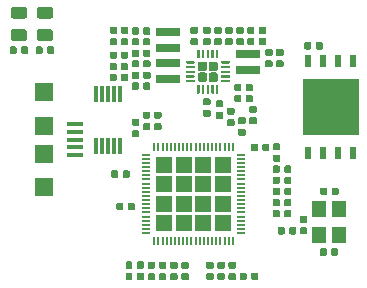
<source format=gbr>
G04 #@! TF.GenerationSoftware,KiCad,Pcbnew,5.1.5+dfsg1-2+b1*
G04 #@! TF.CreationDate,2020-05-20T20:10:30+09:00*
G04 #@! TF.ProjectId,breadbee,62726561-6462-4656-952e-6b696361645f,rev?*
G04 #@! TF.SameCoordinates,Original*
G04 #@! TF.FileFunction,Paste,Top*
G04 #@! TF.FilePolarity,Positive*
%FSLAX46Y46*%
G04 Gerber Fmt 4.6, Leading zero omitted, Abs format (unit mm)*
G04 Created by KiCad (PCBNEW 5.1.5+dfsg1-2+b1) date 2020-05-20 20:10:30*
%MOMM*%
%LPD*%
G04 APERTURE LIST*
%ADD10O,0.180000X0.750000*%
%ADD11O,0.160000X0.750000*%
%ADD12O,0.750000X0.180000*%
%ADD13R,1.450000X1.450000*%
%ADD14R,1.200000X1.400000*%
%ADD15C,0.150000*%
%ADD16R,1.520000X1.520000*%
%ADD17R,1.400000X0.400000*%
%ADD18R,0.570000X1.050000*%
%ADD19R,4.700000X4.800000*%
%ADD20R,2.000000X0.650000*%
%ADD21R,0.300000X1.400000*%
G04 APERTURE END LIST*
D10*
X139865000Y-95590000D03*
X140215000Y-95590000D03*
X140565000Y-95590000D03*
X140915000Y-95590000D03*
D11*
X141265000Y-95590000D03*
D10*
X141615000Y-95590000D03*
X141965000Y-95590000D03*
X142315000Y-95590000D03*
X142665000Y-95590000D03*
X143015000Y-95590000D03*
X143365000Y-95590000D03*
X143715000Y-95590000D03*
X144065000Y-95590000D03*
X144415000Y-95590000D03*
X144765000Y-95590000D03*
X145115000Y-95590000D03*
X145465000Y-95590000D03*
X145815000Y-95590000D03*
X146165000Y-95590000D03*
X146515000Y-95590000D03*
D12*
X147190000Y-94915000D03*
X147190000Y-94565000D03*
X147190000Y-94215000D03*
X147190000Y-93865000D03*
X147190000Y-93515000D03*
X147190000Y-93165000D03*
X147190000Y-92815000D03*
X147190000Y-92465000D03*
X147190000Y-92115000D03*
X147190000Y-91765000D03*
X147190000Y-91415000D03*
X147190000Y-91065000D03*
X147190000Y-90715000D03*
X147190000Y-90365000D03*
X147190000Y-90015000D03*
X147190000Y-89665000D03*
X147190000Y-89315000D03*
X147190000Y-88965000D03*
X147190000Y-88615000D03*
X147190000Y-88265000D03*
D10*
X146515000Y-87590000D03*
X146165000Y-87590000D03*
X145815000Y-87590000D03*
X145465000Y-87590000D03*
X145115000Y-87590000D03*
X144765000Y-87590000D03*
X144415000Y-87590000D03*
X144065000Y-87590000D03*
X143715000Y-87590000D03*
X143365000Y-87590000D03*
X143015000Y-87590000D03*
X142665000Y-87590000D03*
X142315000Y-87590000D03*
X141965000Y-87590000D03*
X141615000Y-87590000D03*
X141265000Y-87590000D03*
X140915000Y-87590000D03*
X140565000Y-87590000D03*
X140215000Y-87590000D03*
X139865000Y-87590000D03*
D12*
X139190000Y-88265000D03*
X139190000Y-88615000D03*
X139190000Y-88965000D03*
X139190000Y-89315000D03*
X139190000Y-89665000D03*
X139190000Y-90015000D03*
X139190000Y-90365000D03*
X139190000Y-90715000D03*
X139190000Y-91065000D03*
X139190000Y-91415000D03*
X139190000Y-91765000D03*
X139190000Y-92115000D03*
X139190000Y-92465000D03*
X139190000Y-92815000D03*
X139190000Y-93165000D03*
X139190000Y-93515000D03*
X139190000Y-93865000D03*
X139190000Y-94215000D03*
X139190000Y-94565000D03*
X139190000Y-94915000D03*
D13*
X140715000Y-94065000D03*
X142365000Y-94065000D03*
X144015000Y-94065000D03*
X145665000Y-94065000D03*
X140715000Y-92415000D03*
X142365000Y-92415000D03*
X144015000Y-92415000D03*
X145665000Y-92415000D03*
X140715000Y-90765000D03*
X142365000Y-90765000D03*
X144015000Y-90765000D03*
X145665000Y-90765000D03*
X140715000Y-89115000D03*
X142365000Y-89115000D03*
X144015000Y-89115000D03*
X145665000Y-89115000D03*
D14*
X155530000Y-95040000D03*
X155530000Y-92840000D03*
X153830000Y-92840000D03*
X153830000Y-95040000D03*
D15*
G36*
X144766958Y-98300710D02*
G01*
X144781276Y-98302834D01*
X144795317Y-98306351D01*
X144808946Y-98311228D01*
X144822031Y-98317417D01*
X144834447Y-98324858D01*
X144846073Y-98333481D01*
X144856798Y-98343202D01*
X144866519Y-98353927D01*
X144875142Y-98365553D01*
X144882583Y-98377969D01*
X144888772Y-98391054D01*
X144893649Y-98404683D01*
X144897166Y-98418724D01*
X144899290Y-98433042D01*
X144900000Y-98447500D01*
X144900000Y-98742500D01*
X144899290Y-98756958D01*
X144897166Y-98771276D01*
X144893649Y-98785317D01*
X144888772Y-98798946D01*
X144882583Y-98812031D01*
X144875142Y-98824447D01*
X144866519Y-98836073D01*
X144856798Y-98846798D01*
X144846073Y-98856519D01*
X144834447Y-98865142D01*
X144822031Y-98872583D01*
X144808946Y-98878772D01*
X144795317Y-98883649D01*
X144781276Y-98887166D01*
X144766958Y-98889290D01*
X144752500Y-98890000D01*
X144407500Y-98890000D01*
X144393042Y-98889290D01*
X144378724Y-98887166D01*
X144364683Y-98883649D01*
X144351054Y-98878772D01*
X144337969Y-98872583D01*
X144325553Y-98865142D01*
X144313927Y-98856519D01*
X144303202Y-98846798D01*
X144293481Y-98836073D01*
X144284858Y-98824447D01*
X144277417Y-98812031D01*
X144271228Y-98798946D01*
X144266351Y-98785317D01*
X144262834Y-98771276D01*
X144260710Y-98756958D01*
X144260000Y-98742500D01*
X144260000Y-98447500D01*
X144260710Y-98433042D01*
X144262834Y-98418724D01*
X144266351Y-98404683D01*
X144271228Y-98391054D01*
X144277417Y-98377969D01*
X144284858Y-98365553D01*
X144293481Y-98353927D01*
X144303202Y-98343202D01*
X144313927Y-98333481D01*
X144325553Y-98324858D01*
X144337969Y-98317417D01*
X144351054Y-98311228D01*
X144364683Y-98306351D01*
X144378724Y-98302834D01*
X144393042Y-98300710D01*
X144407500Y-98300000D01*
X144752500Y-98300000D01*
X144766958Y-98300710D01*
G37*
G36*
X144766958Y-97330710D02*
G01*
X144781276Y-97332834D01*
X144795317Y-97336351D01*
X144808946Y-97341228D01*
X144822031Y-97347417D01*
X144834447Y-97354858D01*
X144846073Y-97363481D01*
X144856798Y-97373202D01*
X144866519Y-97383927D01*
X144875142Y-97395553D01*
X144882583Y-97407969D01*
X144888772Y-97421054D01*
X144893649Y-97434683D01*
X144897166Y-97448724D01*
X144899290Y-97463042D01*
X144900000Y-97477500D01*
X144900000Y-97772500D01*
X144899290Y-97786958D01*
X144897166Y-97801276D01*
X144893649Y-97815317D01*
X144888772Y-97828946D01*
X144882583Y-97842031D01*
X144875142Y-97854447D01*
X144866519Y-97866073D01*
X144856798Y-97876798D01*
X144846073Y-97886519D01*
X144834447Y-97895142D01*
X144822031Y-97902583D01*
X144808946Y-97908772D01*
X144795317Y-97913649D01*
X144781276Y-97917166D01*
X144766958Y-97919290D01*
X144752500Y-97920000D01*
X144407500Y-97920000D01*
X144393042Y-97919290D01*
X144378724Y-97917166D01*
X144364683Y-97913649D01*
X144351054Y-97908772D01*
X144337969Y-97902583D01*
X144325553Y-97895142D01*
X144313927Y-97886519D01*
X144303202Y-97876798D01*
X144293481Y-97866073D01*
X144284858Y-97854447D01*
X144277417Y-97842031D01*
X144271228Y-97828946D01*
X144266351Y-97815317D01*
X144262834Y-97801276D01*
X144260710Y-97786958D01*
X144260000Y-97772500D01*
X144260000Y-97477500D01*
X144260710Y-97463042D01*
X144262834Y-97448724D01*
X144266351Y-97434683D01*
X144271228Y-97421054D01*
X144277417Y-97407969D01*
X144284858Y-97395553D01*
X144293481Y-97383927D01*
X144303202Y-97373202D01*
X144313927Y-97363481D01*
X144325553Y-97354858D01*
X144337969Y-97347417D01*
X144351054Y-97341228D01*
X144364683Y-97336351D01*
X144378724Y-97332834D01*
X144393042Y-97330710D01*
X144407500Y-97330000D01*
X144752500Y-97330000D01*
X144766958Y-97330710D01*
G37*
G36*
X148526958Y-98250710D02*
G01*
X148541276Y-98252834D01*
X148555317Y-98256351D01*
X148568946Y-98261228D01*
X148582031Y-98267417D01*
X148594447Y-98274858D01*
X148606073Y-98283481D01*
X148616798Y-98293202D01*
X148626519Y-98303927D01*
X148635142Y-98315553D01*
X148642583Y-98327969D01*
X148648772Y-98341054D01*
X148653649Y-98354683D01*
X148657166Y-98368724D01*
X148659290Y-98383042D01*
X148660000Y-98397500D01*
X148660000Y-98742500D01*
X148659290Y-98756958D01*
X148657166Y-98771276D01*
X148653649Y-98785317D01*
X148648772Y-98798946D01*
X148642583Y-98812031D01*
X148635142Y-98824447D01*
X148626519Y-98836073D01*
X148616798Y-98846798D01*
X148606073Y-98856519D01*
X148594447Y-98865142D01*
X148582031Y-98872583D01*
X148568946Y-98878772D01*
X148555317Y-98883649D01*
X148541276Y-98887166D01*
X148526958Y-98889290D01*
X148512500Y-98890000D01*
X148217500Y-98890000D01*
X148203042Y-98889290D01*
X148188724Y-98887166D01*
X148174683Y-98883649D01*
X148161054Y-98878772D01*
X148147969Y-98872583D01*
X148135553Y-98865142D01*
X148123927Y-98856519D01*
X148113202Y-98846798D01*
X148103481Y-98836073D01*
X148094858Y-98824447D01*
X148087417Y-98812031D01*
X148081228Y-98798946D01*
X148076351Y-98785317D01*
X148072834Y-98771276D01*
X148070710Y-98756958D01*
X148070000Y-98742500D01*
X148070000Y-98397500D01*
X148070710Y-98383042D01*
X148072834Y-98368724D01*
X148076351Y-98354683D01*
X148081228Y-98341054D01*
X148087417Y-98327969D01*
X148094858Y-98315553D01*
X148103481Y-98303927D01*
X148113202Y-98293202D01*
X148123927Y-98283481D01*
X148135553Y-98274858D01*
X148147969Y-98267417D01*
X148161054Y-98261228D01*
X148174683Y-98256351D01*
X148188724Y-98252834D01*
X148203042Y-98250710D01*
X148217500Y-98250000D01*
X148512500Y-98250000D01*
X148526958Y-98250710D01*
G37*
G36*
X147556958Y-98250710D02*
G01*
X147571276Y-98252834D01*
X147585317Y-98256351D01*
X147598946Y-98261228D01*
X147612031Y-98267417D01*
X147624447Y-98274858D01*
X147636073Y-98283481D01*
X147646798Y-98293202D01*
X147656519Y-98303927D01*
X147665142Y-98315553D01*
X147672583Y-98327969D01*
X147678772Y-98341054D01*
X147683649Y-98354683D01*
X147687166Y-98368724D01*
X147689290Y-98383042D01*
X147690000Y-98397500D01*
X147690000Y-98742500D01*
X147689290Y-98756958D01*
X147687166Y-98771276D01*
X147683649Y-98785317D01*
X147678772Y-98798946D01*
X147672583Y-98812031D01*
X147665142Y-98824447D01*
X147656519Y-98836073D01*
X147646798Y-98846798D01*
X147636073Y-98856519D01*
X147624447Y-98865142D01*
X147612031Y-98872583D01*
X147598946Y-98878772D01*
X147585317Y-98883649D01*
X147571276Y-98887166D01*
X147556958Y-98889290D01*
X147542500Y-98890000D01*
X147247500Y-98890000D01*
X147233042Y-98889290D01*
X147218724Y-98887166D01*
X147204683Y-98883649D01*
X147191054Y-98878772D01*
X147177969Y-98872583D01*
X147165553Y-98865142D01*
X147153927Y-98856519D01*
X147143202Y-98846798D01*
X147133481Y-98836073D01*
X147124858Y-98824447D01*
X147117417Y-98812031D01*
X147111228Y-98798946D01*
X147106351Y-98785317D01*
X147102834Y-98771276D01*
X147100710Y-98756958D01*
X147100000Y-98742500D01*
X147100000Y-98397500D01*
X147100710Y-98383042D01*
X147102834Y-98368724D01*
X147106351Y-98354683D01*
X147111228Y-98341054D01*
X147117417Y-98327969D01*
X147124858Y-98315553D01*
X147133481Y-98303927D01*
X147143202Y-98293202D01*
X147153927Y-98283481D01*
X147165553Y-98274858D01*
X147177969Y-98267417D01*
X147191054Y-98261228D01*
X147204683Y-98256351D01*
X147218724Y-98252834D01*
X147233042Y-98250710D01*
X147247500Y-98250000D01*
X147542500Y-98250000D01*
X147556958Y-98250710D01*
G37*
G36*
X146656958Y-98300710D02*
G01*
X146671276Y-98302834D01*
X146685317Y-98306351D01*
X146698946Y-98311228D01*
X146712031Y-98317417D01*
X146724447Y-98324858D01*
X146736073Y-98333481D01*
X146746798Y-98343202D01*
X146756519Y-98353927D01*
X146765142Y-98365553D01*
X146772583Y-98377969D01*
X146778772Y-98391054D01*
X146783649Y-98404683D01*
X146787166Y-98418724D01*
X146789290Y-98433042D01*
X146790000Y-98447500D01*
X146790000Y-98742500D01*
X146789290Y-98756958D01*
X146787166Y-98771276D01*
X146783649Y-98785317D01*
X146778772Y-98798946D01*
X146772583Y-98812031D01*
X146765142Y-98824447D01*
X146756519Y-98836073D01*
X146746798Y-98846798D01*
X146736073Y-98856519D01*
X146724447Y-98865142D01*
X146712031Y-98872583D01*
X146698946Y-98878772D01*
X146685317Y-98883649D01*
X146671276Y-98887166D01*
X146656958Y-98889290D01*
X146642500Y-98890000D01*
X146297500Y-98890000D01*
X146283042Y-98889290D01*
X146268724Y-98887166D01*
X146254683Y-98883649D01*
X146241054Y-98878772D01*
X146227969Y-98872583D01*
X146215553Y-98865142D01*
X146203927Y-98856519D01*
X146193202Y-98846798D01*
X146183481Y-98836073D01*
X146174858Y-98824447D01*
X146167417Y-98812031D01*
X146161228Y-98798946D01*
X146156351Y-98785317D01*
X146152834Y-98771276D01*
X146150710Y-98756958D01*
X146150000Y-98742500D01*
X146150000Y-98447500D01*
X146150710Y-98433042D01*
X146152834Y-98418724D01*
X146156351Y-98404683D01*
X146161228Y-98391054D01*
X146167417Y-98377969D01*
X146174858Y-98365553D01*
X146183481Y-98353927D01*
X146193202Y-98343202D01*
X146203927Y-98333481D01*
X146215553Y-98324858D01*
X146227969Y-98317417D01*
X146241054Y-98311228D01*
X146254683Y-98306351D01*
X146268724Y-98302834D01*
X146283042Y-98300710D01*
X146297500Y-98300000D01*
X146642500Y-98300000D01*
X146656958Y-98300710D01*
G37*
G36*
X146656958Y-97330710D02*
G01*
X146671276Y-97332834D01*
X146685317Y-97336351D01*
X146698946Y-97341228D01*
X146712031Y-97347417D01*
X146724447Y-97354858D01*
X146736073Y-97363481D01*
X146746798Y-97373202D01*
X146756519Y-97383927D01*
X146765142Y-97395553D01*
X146772583Y-97407969D01*
X146778772Y-97421054D01*
X146783649Y-97434683D01*
X146787166Y-97448724D01*
X146789290Y-97463042D01*
X146790000Y-97477500D01*
X146790000Y-97772500D01*
X146789290Y-97786958D01*
X146787166Y-97801276D01*
X146783649Y-97815317D01*
X146778772Y-97828946D01*
X146772583Y-97842031D01*
X146765142Y-97854447D01*
X146756519Y-97866073D01*
X146746798Y-97876798D01*
X146736073Y-97886519D01*
X146724447Y-97895142D01*
X146712031Y-97902583D01*
X146698946Y-97908772D01*
X146685317Y-97913649D01*
X146671276Y-97917166D01*
X146656958Y-97919290D01*
X146642500Y-97920000D01*
X146297500Y-97920000D01*
X146283042Y-97919290D01*
X146268724Y-97917166D01*
X146254683Y-97913649D01*
X146241054Y-97908772D01*
X146227969Y-97902583D01*
X146215553Y-97895142D01*
X146203927Y-97886519D01*
X146193202Y-97876798D01*
X146183481Y-97866073D01*
X146174858Y-97854447D01*
X146167417Y-97842031D01*
X146161228Y-97828946D01*
X146156351Y-97815317D01*
X146152834Y-97801276D01*
X146150710Y-97786958D01*
X146150000Y-97772500D01*
X146150000Y-97477500D01*
X146150710Y-97463042D01*
X146152834Y-97448724D01*
X146156351Y-97434683D01*
X146161228Y-97421054D01*
X146167417Y-97407969D01*
X146174858Y-97395553D01*
X146183481Y-97383927D01*
X146193202Y-97373202D01*
X146203927Y-97363481D01*
X146215553Y-97354858D01*
X146227969Y-97347417D01*
X146241054Y-97341228D01*
X146254683Y-97336351D01*
X146268724Y-97332834D01*
X146283042Y-97330710D01*
X146297500Y-97330000D01*
X146642500Y-97330000D01*
X146656958Y-97330710D01*
G37*
G36*
X143654901Y-79400241D02*
G01*
X143659755Y-79400961D01*
X143664514Y-79402153D01*
X143669134Y-79403806D01*
X143673570Y-79405904D01*
X143677779Y-79408427D01*
X143681720Y-79411349D01*
X143685355Y-79414645D01*
X143688651Y-79418280D01*
X143691573Y-79422221D01*
X143694096Y-79426430D01*
X143696194Y-79430866D01*
X143697847Y-79435486D01*
X143699039Y-79440245D01*
X143699759Y-79445099D01*
X143700000Y-79450000D01*
X143700000Y-80075000D01*
X143699759Y-80079901D01*
X143699039Y-80084755D01*
X143697847Y-80089514D01*
X143696194Y-80094134D01*
X143694096Y-80098570D01*
X143691573Y-80102779D01*
X143688651Y-80106720D01*
X143685355Y-80110355D01*
X143681720Y-80113651D01*
X143677779Y-80116573D01*
X143673570Y-80119096D01*
X143669134Y-80121194D01*
X143664514Y-80122847D01*
X143659755Y-80124039D01*
X143654901Y-80124759D01*
X143650000Y-80125000D01*
X143550000Y-80125000D01*
X143545099Y-80124759D01*
X143540245Y-80124039D01*
X143535486Y-80122847D01*
X143530866Y-80121194D01*
X143526430Y-80119096D01*
X143522221Y-80116573D01*
X143518280Y-80113651D01*
X143514645Y-80110355D01*
X143511349Y-80106720D01*
X143508427Y-80102779D01*
X143505904Y-80098570D01*
X143503806Y-80094134D01*
X143502153Y-80089514D01*
X143500961Y-80084755D01*
X143500241Y-80079901D01*
X143500000Y-80075000D01*
X143500000Y-79450000D01*
X143500241Y-79445099D01*
X143500961Y-79440245D01*
X143502153Y-79435486D01*
X143503806Y-79430866D01*
X143505904Y-79426430D01*
X143508427Y-79422221D01*
X143511349Y-79418280D01*
X143514645Y-79414645D01*
X143518280Y-79411349D01*
X143522221Y-79408427D01*
X143526430Y-79405904D01*
X143530866Y-79403806D01*
X143535486Y-79402153D01*
X143540245Y-79400961D01*
X143545099Y-79400241D01*
X143550000Y-79400000D01*
X143650000Y-79400000D01*
X143654901Y-79400241D01*
G37*
G36*
X144054901Y-79400241D02*
G01*
X144059755Y-79400961D01*
X144064514Y-79402153D01*
X144069134Y-79403806D01*
X144073570Y-79405904D01*
X144077779Y-79408427D01*
X144081720Y-79411349D01*
X144085355Y-79414645D01*
X144088651Y-79418280D01*
X144091573Y-79422221D01*
X144094096Y-79426430D01*
X144096194Y-79430866D01*
X144097847Y-79435486D01*
X144099039Y-79440245D01*
X144099759Y-79445099D01*
X144100000Y-79450000D01*
X144100000Y-80075000D01*
X144099759Y-80079901D01*
X144099039Y-80084755D01*
X144097847Y-80089514D01*
X144096194Y-80094134D01*
X144094096Y-80098570D01*
X144091573Y-80102779D01*
X144088651Y-80106720D01*
X144085355Y-80110355D01*
X144081720Y-80113651D01*
X144077779Y-80116573D01*
X144073570Y-80119096D01*
X144069134Y-80121194D01*
X144064514Y-80122847D01*
X144059755Y-80124039D01*
X144054901Y-80124759D01*
X144050000Y-80125000D01*
X143950000Y-80125000D01*
X143945099Y-80124759D01*
X143940245Y-80124039D01*
X143935486Y-80122847D01*
X143930866Y-80121194D01*
X143926430Y-80119096D01*
X143922221Y-80116573D01*
X143918280Y-80113651D01*
X143914645Y-80110355D01*
X143911349Y-80106720D01*
X143908427Y-80102779D01*
X143905904Y-80098570D01*
X143903806Y-80094134D01*
X143902153Y-80089514D01*
X143900961Y-80084755D01*
X143900241Y-80079901D01*
X143900000Y-80075000D01*
X143900000Y-79450000D01*
X143900241Y-79445099D01*
X143900961Y-79440245D01*
X143902153Y-79435486D01*
X143903806Y-79430866D01*
X143905904Y-79426430D01*
X143908427Y-79422221D01*
X143911349Y-79418280D01*
X143914645Y-79414645D01*
X143918280Y-79411349D01*
X143922221Y-79408427D01*
X143926430Y-79405904D01*
X143930866Y-79403806D01*
X143935486Y-79402153D01*
X143940245Y-79400961D01*
X143945099Y-79400241D01*
X143950000Y-79400000D01*
X144050000Y-79400000D01*
X144054901Y-79400241D01*
G37*
G36*
X144454901Y-79400241D02*
G01*
X144459755Y-79400961D01*
X144464514Y-79402153D01*
X144469134Y-79403806D01*
X144473570Y-79405904D01*
X144477779Y-79408427D01*
X144481720Y-79411349D01*
X144485355Y-79414645D01*
X144488651Y-79418280D01*
X144491573Y-79422221D01*
X144494096Y-79426430D01*
X144496194Y-79430866D01*
X144497847Y-79435486D01*
X144499039Y-79440245D01*
X144499759Y-79445099D01*
X144500000Y-79450000D01*
X144500000Y-80075000D01*
X144499759Y-80079901D01*
X144499039Y-80084755D01*
X144497847Y-80089514D01*
X144496194Y-80094134D01*
X144494096Y-80098570D01*
X144491573Y-80102779D01*
X144488651Y-80106720D01*
X144485355Y-80110355D01*
X144481720Y-80113651D01*
X144477779Y-80116573D01*
X144473570Y-80119096D01*
X144469134Y-80121194D01*
X144464514Y-80122847D01*
X144459755Y-80124039D01*
X144454901Y-80124759D01*
X144450000Y-80125000D01*
X144350000Y-80125000D01*
X144345099Y-80124759D01*
X144340245Y-80124039D01*
X144335486Y-80122847D01*
X144330866Y-80121194D01*
X144326430Y-80119096D01*
X144322221Y-80116573D01*
X144318280Y-80113651D01*
X144314645Y-80110355D01*
X144311349Y-80106720D01*
X144308427Y-80102779D01*
X144305904Y-80098570D01*
X144303806Y-80094134D01*
X144302153Y-80089514D01*
X144300961Y-80084755D01*
X144300241Y-80079901D01*
X144300000Y-80075000D01*
X144300000Y-79450000D01*
X144300241Y-79445099D01*
X144300961Y-79440245D01*
X144302153Y-79435486D01*
X144303806Y-79430866D01*
X144305904Y-79426430D01*
X144308427Y-79422221D01*
X144311349Y-79418280D01*
X144314645Y-79414645D01*
X144318280Y-79411349D01*
X144322221Y-79408427D01*
X144326430Y-79405904D01*
X144330866Y-79403806D01*
X144335486Y-79402153D01*
X144340245Y-79400961D01*
X144345099Y-79400241D01*
X144350000Y-79400000D01*
X144450000Y-79400000D01*
X144454901Y-79400241D01*
G37*
G36*
X144854901Y-79400241D02*
G01*
X144859755Y-79400961D01*
X144864514Y-79402153D01*
X144869134Y-79403806D01*
X144873570Y-79405904D01*
X144877779Y-79408427D01*
X144881720Y-79411349D01*
X144885355Y-79414645D01*
X144888651Y-79418280D01*
X144891573Y-79422221D01*
X144894096Y-79426430D01*
X144896194Y-79430866D01*
X144897847Y-79435486D01*
X144899039Y-79440245D01*
X144899759Y-79445099D01*
X144900000Y-79450000D01*
X144900000Y-80075000D01*
X144899759Y-80079901D01*
X144899039Y-80084755D01*
X144897847Y-80089514D01*
X144896194Y-80094134D01*
X144894096Y-80098570D01*
X144891573Y-80102779D01*
X144888651Y-80106720D01*
X144885355Y-80110355D01*
X144881720Y-80113651D01*
X144877779Y-80116573D01*
X144873570Y-80119096D01*
X144869134Y-80121194D01*
X144864514Y-80122847D01*
X144859755Y-80124039D01*
X144854901Y-80124759D01*
X144850000Y-80125000D01*
X144750000Y-80125000D01*
X144745099Y-80124759D01*
X144740245Y-80124039D01*
X144735486Y-80122847D01*
X144730866Y-80121194D01*
X144726430Y-80119096D01*
X144722221Y-80116573D01*
X144718280Y-80113651D01*
X144714645Y-80110355D01*
X144711349Y-80106720D01*
X144708427Y-80102779D01*
X144705904Y-80098570D01*
X144703806Y-80094134D01*
X144702153Y-80089514D01*
X144700961Y-80084755D01*
X144700241Y-80079901D01*
X144700000Y-80075000D01*
X144700000Y-79450000D01*
X144700241Y-79445099D01*
X144700961Y-79440245D01*
X144702153Y-79435486D01*
X144703806Y-79430866D01*
X144705904Y-79426430D01*
X144708427Y-79422221D01*
X144711349Y-79418280D01*
X144714645Y-79414645D01*
X144718280Y-79411349D01*
X144722221Y-79408427D01*
X144726430Y-79405904D01*
X144730866Y-79403806D01*
X144735486Y-79402153D01*
X144740245Y-79400961D01*
X144745099Y-79400241D01*
X144750000Y-79400000D01*
X144850000Y-79400000D01*
X144854901Y-79400241D01*
G37*
G36*
X145254901Y-79400241D02*
G01*
X145259755Y-79400961D01*
X145264514Y-79402153D01*
X145269134Y-79403806D01*
X145273570Y-79405904D01*
X145277779Y-79408427D01*
X145281720Y-79411349D01*
X145285355Y-79414645D01*
X145288651Y-79418280D01*
X145291573Y-79422221D01*
X145294096Y-79426430D01*
X145296194Y-79430866D01*
X145297847Y-79435486D01*
X145299039Y-79440245D01*
X145299759Y-79445099D01*
X145300000Y-79450000D01*
X145300000Y-80075000D01*
X145299759Y-80079901D01*
X145299039Y-80084755D01*
X145297847Y-80089514D01*
X145296194Y-80094134D01*
X145294096Y-80098570D01*
X145291573Y-80102779D01*
X145288651Y-80106720D01*
X145285355Y-80110355D01*
X145281720Y-80113651D01*
X145277779Y-80116573D01*
X145273570Y-80119096D01*
X145269134Y-80121194D01*
X145264514Y-80122847D01*
X145259755Y-80124039D01*
X145254901Y-80124759D01*
X145250000Y-80125000D01*
X145150000Y-80125000D01*
X145145099Y-80124759D01*
X145140245Y-80124039D01*
X145135486Y-80122847D01*
X145130866Y-80121194D01*
X145126430Y-80119096D01*
X145122221Y-80116573D01*
X145118280Y-80113651D01*
X145114645Y-80110355D01*
X145111349Y-80106720D01*
X145108427Y-80102779D01*
X145105904Y-80098570D01*
X145103806Y-80094134D01*
X145102153Y-80089514D01*
X145100961Y-80084755D01*
X145100241Y-80079901D01*
X145100000Y-80075000D01*
X145100000Y-79450000D01*
X145100241Y-79445099D01*
X145100961Y-79440245D01*
X145102153Y-79435486D01*
X145103806Y-79430866D01*
X145105904Y-79426430D01*
X145108427Y-79422221D01*
X145111349Y-79418280D01*
X145114645Y-79414645D01*
X145118280Y-79411349D01*
X145122221Y-79408427D01*
X145126430Y-79405904D01*
X145130866Y-79403806D01*
X145135486Y-79402153D01*
X145140245Y-79400961D01*
X145145099Y-79400241D01*
X145150000Y-79400000D01*
X145250000Y-79400000D01*
X145254901Y-79400241D01*
G37*
G36*
X146204901Y-80350241D02*
G01*
X146209755Y-80350961D01*
X146214514Y-80352153D01*
X146219134Y-80353806D01*
X146223570Y-80355904D01*
X146227779Y-80358427D01*
X146231720Y-80361349D01*
X146235355Y-80364645D01*
X146238651Y-80368280D01*
X146241573Y-80372221D01*
X146244096Y-80376430D01*
X146246194Y-80380866D01*
X146247847Y-80385486D01*
X146249039Y-80390245D01*
X146249759Y-80395099D01*
X146250000Y-80400000D01*
X146250000Y-80500000D01*
X146249759Y-80504901D01*
X146249039Y-80509755D01*
X146247847Y-80514514D01*
X146246194Y-80519134D01*
X146244096Y-80523570D01*
X146241573Y-80527779D01*
X146238651Y-80531720D01*
X146235355Y-80535355D01*
X146231720Y-80538651D01*
X146227779Y-80541573D01*
X146223570Y-80544096D01*
X146219134Y-80546194D01*
X146214514Y-80547847D01*
X146209755Y-80549039D01*
X146204901Y-80549759D01*
X146200000Y-80550000D01*
X145575000Y-80550000D01*
X145570099Y-80549759D01*
X145565245Y-80549039D01*
X145560486Y-80547847D01*
X145555866Y-80546194D01*
X145551430Y-80544096D01*
X145547221Y-80541573D01*
X145543280Y-80538651D01*
X145539645Y-80535355D01*
X145536349Y-80531720D01*
X145533427Y-80527779D01*
X145530904Y-80523570D01*
X145528806Y-80519134D01*
X145527153Y-80514514D01*
X145525961Y-80509755D01*
X145525241Y-80504901D01*
X145525000Y-80500000D01*
X145525000Y-80400000D01*
X145525241Y-80395099D01*
X145525961Y-80390245D01*
X145527153Y-80385486D01*
X145528806Y-80380866D01*
X145530904Y-80376430D01*
X145533427Y-80372221D01*
X145536349Y-80368280D01*
X145539645Y-80364645D01*
X145543280Y-80361349D01*
X145547221Y-80358427D01*
X145551430Y-80355904D01*
X145555866Y-80353806D01*
X145560486Y-80352153D01*
X145565245Y-80350961D01*
X145570099Y-80350241D01*
X145575000Y-80350000D01*
X146200000Y-80350000D01*
X146204901Y-80350241D01*
G37*
G36*
X146204901Y-80750241D02*
G01*
X146209755Y-80750961D01*
X146214514Y-80752153D01*
X146219134Y-80753806D01*
X146223570Y-80755904D01*
X146227779Y-80758427D01*
X146231720Y-80761349D01*
X146235355Y-80764645D01*
X146238651Y-80768280D01*
X146241573Y-80772221D01*
X146244096Y-80776430D01*
X146246194Y-80780866D01*
X146247847Y-80785486D01*
X146249039Y-80790245D01*
X146249759Y-80795099D01*
X146250000Y-80800000D01*
X146250000Y-80900000D01*
X146249759Y-80904901D01*
X146249039Y-80909755D01*
X146247847Y-80914514D01*
X146246194Y-80919134D01*
X146244096Y-80923570D01*
X146241573Y-80927779D01*
X146238651Y-80931720D01*
X146235355Y-80935355D01*
X146231720Y-80938651D01*
X146227779Y-80941573D01*
X146223570Y-80944096D01*
X146219134Y-80946194D01*
X146214514Y-80947847D01*
X146209755Y-80949039D01*
X146204901Y-80949759D01*
X146200000Y-80950000D01*
X145575000Y-80950000D01*
X145570099Y-80949759D01*
X145565245Y-80949039D01*
X145560486Y-80947847D01*
X145555866Y-80946194D01*
X145551430Y-80944096D01*
X145547221Y-80941573D01*
X145543280Y-80938651D01*
X145539645Y-80935355D01*
X145536349Y-80931720D01*
X145533427Y-80927779D01*
X145530904Y-80923570D01*
X145528806Y-80919134D01*
X145527153Y-80914514D01*
X145525961Y-80909755D01*
X145525241Y-80904901D01*
X145525000Y-80900000D01*
X145525000Y-80800000D01*
X145525241Y-80795099D01*
X145525961Y-80790245D01*
X145527153Y-80785486D01*
X145528806Y-80780866D01*
X145530904Y-80776430D01*
X145533427Y-80772221D01*
X145536349Y-80768280D01*
X145539645Y-80764645D01*
X145543280Y-80761349D01*
X145547221Y-80758427D01*
X145551430Y-80755904D01*
X145555866Y-80753806D01*
X145560486Y-80752153D01*
X145565245Y-80750961D01*
X145570099Y-80750241D01*
X145575000Y-80750000D01*
X146200000Y-80750000D01*
X146204901Y-80750241D01*
G37*
G36*
X146204901Y-81150241D02*
G01*
X146209755Y-81150961D01*
X146214514Y-81152153D01*
X146219134Y-81153806D01*
X146223570Y-81155904D01*
X146227779Y-81158427D01*
X146231720Y-81161349D01*
X146235355Y-81164645D01*
X146238651Y-81168280D01*
X146241573Y-81172221D01*
X146244096Y-81176430D01*
X146246194Y-81180866D01*
X146247847Y-81185486D01*
X146249039Y-81190245D01*
X146249759Y-81195099D01*
X146250000Y-81200000D01*
X146250000Y-81300000D01*
X146249759Y-81304901D01*
X146249039Y-81309755D01*
X146247847Y-81314514D01*
X146246194Y-81319134D01*
X146244096Y-81323570D01*
X146241573Y-81327779D01*
X146238651Y-81331720D01*
X146235355Y-81335355D01*
X146231720Y-81338651D01*
X146227779Y-81341573D01*
X146223570Y-81344096D01*
X146219134Y-81346194D01*
X146214514Y-81347847D01*
X146209755Y-81349039D01*
X146204901Y-81349759D01*
X146200000Y-81350000D01*
X145575000Y-81350000D01*
X145570099Y-81349759D01*
X145565245Y-81349039D01*
X145560486Y-81347847D01*
X145555866Y-81346194D01*
X145551430Y-81344096D01*
X145547221Y-81341573D01*
X145543280Y-81338651D01*
X145539645Y-81335355D01*
X145536349Y-81331720D01*
X145533427Y-81327779D01*
X145530904Y-81323570D01*
X145528806Y-81319134D01*
X145527153Y-81314514D01*
X145525961Y-81309755D01*
X145525241Y-81304901D01*
X145525000Y-81300000D01*
X145525000Y-81200000D01*
X145525241Y-81195099D01*
X145525961Y-81190245D01*
X145527153Y-81185486D01*
X145528806Y-81180866D01*
X145530904Y-81176430D01*
X145533427Y-81172221D01*
X145536349Y-81168280D01*
X145539645Y-81164645D01*
X145543280Y-81161349D01*
X145547221Y-81158427D01*
X145551430Y-81155904D01*
X145555866Y-81153806D01*
X145560486Y-81152153D01*
X145565245Y-81150961D01*
X145570099Y-81150241D01*
X145575000Y-81150000D01*
X146200000Y-81150000D01*
X146204901Y-81150241D01*
G37*
G36*
X146204901Y-81550241D02*
G01*
X146209755Y-81550961D01*
X146214514Y-81552153D01*
X146219134Y-81553806D01*
X146223570Y-81555904D01*
X146227779Y-81558427D01*
X146231720Y-81561349D01*
X146235355Y-81564645D01*
X146238651Y-81568280D01*
X146241573Y-81572221D01*
X146244096Y-81576430D01*
X146246194Y-81580866D01*
X146247847Y-81585486D01*
X146249039Y-81590245D01*
X146249759Y-81595099D01*
X146250000Y-81600000D01*
X146250000Y-81700000D01*
X146249759Y-81704901D01*
X146249039Y-81709755D01*
X146247847Y-81714514D01*
X146246194Y-81719134D01*
X146244096Y-81723570D01*
X146241573Y-81727779D01*
X146238651Y-81731720D01*
X146235355Y-81735355D01*
X146231720Y-81738651D01*
X146227779Y-81741573D01*
X146223570Y-81744096D01*
X146219134Y-81746194D01*
X146214514Y-81747847D01*
X146209755Y-81749039D01*
X146204901Y-81749759D01*
X146200000Y-81750000D01*
X145575000Y-81750000D01*
X145570099Y-81749759D01*
X145565245Y-81749039D01*
X145560486Y-81747847D01*
X145555866Y-81746194D01*
X145551430Y-81744096D01*
X145547221Y-81741573D01*
X145543280Y-81738651D01*
X145539645Y-81735355D01*
X145536349Y-81731720D01*
X145533427Y-81727779D01*
X145530904Y-81723570D01*
X145528806Y-81719134D01*
X145527153Y-81714514D01*
X145525961Y-81709755D01*
X145525241Y-81704901D01*
X145525000Y-81700000D01*
X145525000Y-81600000D01*
X145525241Y-81595099D01*
X145525961Y-81590245D01*
X145527153Y-81585486D01*
X145528806Y-81580866D01*
X145530904Y-81576430D01*
X145533427Y-81572221D01*
X145536349Y-81568280D01*
X145539645Y-81564645D01*
X145543280Y-81561349D01*
X145547221Y-81558427D01*
X145551430Y-81555904D01*
X145555866Y-81553806D01*
X145560486Y-81552153D01*
X145565245Y-81550961D01*
X145570099Y-81550241D01*
X145575000Y-81550000D01*
X146200000Y-81550000D01*
X146204901Y-81550241D01*
G37*
G36*
X146204901Y-81950241D02*
G01*
X146209755Y-81950961D01*
X146214514Y-81952153D01*
X146219134Y-81953806D01*
X146223570Y-81955904D01*
X146227779Y-81958427D01*
X146231720Y-81961349D01*
X146235355Y-81964645D01*
X146238651Y-81968280D01*
X146241573Y-81972221D01*
X146244096Y-81976430D01*
X146246194Y-81980866D01*
X146247847Y-81985486D01*
X146249039Y-81990245D01*
X146249759Y-81995099D01*
X146250000Y-82000000D01*
X146250000Y-82100000D01*
X146249759Y-82104901D01*
X146249039Y-82109755D01*
X146247847Y-82114514D01*
X146246194Y-82119134D01*
X146244096Y-82123570D01*
X146241573Y-82127779D01*
X146238651Y-82131720D01*
X146235355Y-82135355D01*
X146231720Y-82138651D01*
X146227779Y-82141573D01*
X146223570Y-82144096D01*
X146219134Y-82146194D01*
X146214514Y-82147847D01*
X146209755Y-82149039D01*
X146204901Y-82149759D01*
X146200000Y-82150000D01*
X145575000Y-82150000D01*
X145570099Y-82149759D01*
X145565245Y-82149039D01*
X145560486Y-82147847D01*
X145555866Y-82146194D01*
X145551430Y-82144096D01*
X145547221Y-82141573D01*
X145543280Y-82138651D01*
X145539645Y-82135355D01*
X145536349Y-82131720D01*
X145533427Y-82127779D01*
X145530904Y-82123570D01*
X145528806Y-82119134D01*
X145527153Y-82114514D01*
X145525961Y-82109755D01*
X145525241Y-82104901D01*
X145525000Y-82100000D01*
X145525000Y-82000000D01*
X145525241Y-81995099D01*
X145525961Y-81990245D01*
X145527153Y-81985486D01*
X145528806Y-81980866D01*
X145530904Y-81976430D01*
X145533427Y-81972221D01*
X145536349Y-81968280D01*
X145539645Y-81964645D01*
X145543280Y-81961349D01*
X145547221Y-81958427D01*
X145551430Y-81955904D01*
X145555866Y-81953806D01*
X145560486Y-81952153D01*
X145565245Y-81950961D01*
X145570099Y-81950241D01*
X145575000Y-81950000D01*
X146200000Y-81950000D01*
X146204901Y-81950241D01*
G37*
G36*
X145254901Y-82375241D02*
G01*
X145259755Y-82375961D01*
X145264514Y-82377153D01*
X145269134Y-82378806D01*
X145273570Y-82380904D01*
X145277779Y-82383427D01*
X145281720Y-82386349D01*
X145285355Y-82389645D01*
X145288651Y-82393280D01*
X145291573Y-82397221D01*
X145294096Y-82401430D01*
X145296194Y-82405866D01*
X145297847Y-82410486D01*
X145299039Y-82415245D01*
X145299759Y-82420099D01*
X145300000Y-82425000D01*
X145300000Y-83050000D01*
X145299759Y-83054901D01*
X145299039Y-83059755D01*
X145297847Y-83064514D01*
X145296194Y-83069134D01*
X145294096Y-83073570D01*
X145291573Y-83077779D01*
X145288651Y-83081720D01*
X145285355Y-83085355D01*
X145281720Y-83088651D01*
X145277779Y-83091573D01*
X145273570Y-83094096D01*
X145269134Y-83096194D01*
X145264514Y-83097847D01*
X145259755Y-83099039D01*
X145254901Y-83099759D01*
X145250000Y-83100000D01*
X145150000Y-83100000D01*
X145145099Y-83099759D01*
X145140245Y-83099039D01*
X145135486Y-83097847D01*
X145130866Y-83096194D01*
X145126430Y-83094096D01*
X145122221Y-83091573D01*
X145118280Y-83088651D01*
X145114645Y-83085355D01*
X145111349Y-83081720D01*
X145108427Y-83077779D01*
X145105904Y-83073570D01*
X145103806Y-83069134D01*
X145102153Y-83064514D01*
X145100961Y-83059755D01*
X145100241Y-83054901D01*
X145100000Y-83050000D01*
X145100000Y-82425000D01*
X145100241Y-82420099D01*
X145100961Y-82415245D01*
X145102153Y-82410486D01*
X145103806Y-82405866D01*
X145105904Y-82401430D01*
X145108427Y-82397221D01*
X145111349Y-82393280D01*
X145114645Y-82389645D01*
X145118280Y-82386349D01*
X145122221Y-82383427D01*
X145126430Y-82380904D01*
X145130866Y-82378806D01*
X145135486Y-82377153D01*
X145140245Y-82375961D01*
X145145099Y-82375241D01*
X145150000Y-82375000D01*
X145250000Y-82375000D01*
X145254901Y-82375241D01*
G37*
G36*
X144854901Y-82375241D02*
G01*
X144859755Y-82375961D01*
X144864514Y-82377153D01*
X144869134Y-82378806D01*
X144873570Y-82380904D01*
X144877779Y-82383427D01*
X144881720Y-82386349D01*
X144885355Y-82389645D01*
X144888651Y-82393280D01*
X144891573Y-82397221D01*
X144894096Y-82401430D01*
X144896194Y-82405866D01*
X144897847Y-82410486D01*
X144899039Y-82415245D01*
X144899759Y-82420099D01*
X144900000Y-82425000D01*
X144900000Y-83050000D01*
X144899759Y-83054901D01*
X144899039Y-83059755D01*
X144897847Y-83064514D01*
X144896194Y-83069134D01*
X144894096Y-83073570D01*
X144891573Y-83077779D01*
X144888651Y-83081720D01*
X144885355Y-83085355D01*
X144881720Y-83088651D01*
X144877779Y-83091573D01*
X144873570Y-83094096D01*
X144869134Y-83096194D01*
X144864514Y-83097847D01*
X144859755Y-83099039D01*
X144854901Y-83099759D01*
X144850000Y-83100000D01*
X144750000Y-83100000D01*
X144745099Y-83099759D01*
X144740245Y-83099039D01*
X144735486Y-83097847D01*
X144730866Y-83096194D01*
X144726430Y-83094096D01*
X144722221Y-83091573D01*
X144718280Y-83088651D01*
X144714645Y-83085355D01*
X144711349Y-83081720D01*
X144708427Y-83077779D01*
X144705904Y-83073570D01*
X144703806Y-83069134D01*
X144702153Y-83064514D01*
X144700961Y-83059755D01*
X144700241Y-83054901D01*
X144700000Y-83050000D01*
X144700000Y-82425000D01*
X144700241Y-82420099D01*
X144700961Y-82415245D01*
X144702153Y-82410486D01*
X144703806Y-82405866D01*
X144705904Y-82401430D01*
X144708427Y-82397221D01*
X144711349Y-82393280D01*
X144714645Y-82389645D01*
X144718280Y-82386349D01*
X144722221Y-82383427D01*
X144726430Y-82380904D01*
X144730866Y-82378806D01*
X144735486Y-82377153D01*
X144740245Y-82375961D01*
X144745099Y-82375241D01*
X144750000Y-82375000D01*
X144850000Y-82375000D01*
X144854901Y-82375241D01*
G37*
G36*
X144454901Y-82375241D02*
G01*
X144459755Y-82375961D01*
X144464514Y-82377153D01*
X144469134Y-82378806D01*
X144473570Y-82380904D01*
X144477779Y-82383427D01*
X144481720Y-82386349D01*
X144485355Y-82389645D01*
X144488651Y-82393280D01*
X144491573Y-82397221D01*
X144494096Y-82401430D01*
X144496194Y-82405866D01*
X144497847Y-82410486D01*
X144499039Y-82415245D01*
X144499759Y-82420099D01*
X144500000Y-82425000D01*
X144500000Y-83050000D01*
X144499759Y-83054901D01*
X144499039Y-83059755D01*
X144497847Y-83064514D01*
X144496194Y-83069134D01*
X144494096Y-83073570D01*
X144491573Y-83077779D01*
X144488651Y-83081720D01*
X144485355Y-83085355D01*
X144481720Y-83088651D01*
X144477779Y-83091573D01*
X144473570Y-83094096D01*
X144469134Y-83096194D01*
X144464514Y-83097847D01*
X144459755Y-83099039D01*
X144454901Y-83099759D01*
X144450000Y-83100000D01*
X144350000Y-83100000D01*
X144345099Y-83099759D01*
X144340245Y-83099039D01*
X144335486Y-83097847D01*
X144330866Y-83096194D01*
X144326430Y-83094096D01*
X144322221Y-83091573D01*
X144318280Y-83088651D01*
X144314645Y-83085355D01*
X144311349Y-83081720D01*
X144308427Y-83077779D01*
X144305904Y-83073570D01*
X144303806Y-83069134D01*
X144302153Y-83064514D01*
X144300961Y-83059755D01*
X144300241Y-83054901D01*
X144300000Y-83050000D01*
X144300000Y-82425000D01*
X144300241Y-82420099D01*
X144300961Y-82415245D01*
X144302153Y-82410486D01*
X144303806Y-82405866D01*
X144305904Y-82401430D01*
X144308427Y-82397221D01*
X144311349Y-82393280D01*
X144314645Y-82389645D01*
X144318280Y-82386349D01*
X144322221Y-82383427D01*
X144326430Y-82380904D01*
X144330866Y-82378806D01*
X144335486Y-82377153D01*
X144340245Y-82375961D01*
X144345099Y-82375241D01*
X144350000Y-82375000D01*
X144450000Y-82375000D01*
X144454901Y-82375241D01*
G37*
G36*
X144054901Y-82375241D02*
G01*
X144059755Y-82375961D01*
X144064514Y-82377153D01*
X144069134Y-82378806D01*
X144073570Y-82380904D01*
X144077779Y-82383427D01*
X144081720Y-82386349D01*
X144085355Y-82389645D01*
X144088651Y-82393280D01*
X144091573Y-82397221D01*
X144094096Y-82401430D01*
X144096194Y-82405866D01*
X144097847Y-82410486D01*
X144099039Y-82415245D01*
X144099759Y-82420099D01*
X144100000Y-82425000D01*
X144100000Y-83050000D01*
X144099759Y-83054901D01*
X144099039Y-83059755D01*
X144097847Y-83064514D01*
X144096194Y-83069134D01*
X144094096Y-83073570D01*
X144091573Y-83077779D01*
X144088651Y-83081720D01*
X144085355Y-83085355D01*
X144081720Y-83088651D01*
X144077779Y-83091573D01*
X144073570Y-83094096D01*
X144069134Y-83096194D01*
X144064514Y-83097847D01*
X144059755Y-83099039D01*
X144054901Y-83099759D01*
X144050000Y-83100000D01*
X143950000Y-83100000D01*
X143945099Y-83099759D01*
X143940245Y-83099039D01*
X143935486Y-83097847D01*
X143930866Y-83096194D01*
X143926430Y-83094096D01*
X143922221Y-83091573D01*
X143918280Y-83088651D01*
X143914645Y-83085355D01*
X143911349Y-83081720D01*
X143908427Y-83077779D01*
X143905904Y-83073570D01*
X143903806Y-83069134D01*
X143902153Y-83064514D01*
X143900961Y-83059755D01*
X143900241Y-83054901D01*
X143900000Y-83050000D01*
X143900000Y-82425000D01*
X143900241Y-82420099D01*
X143900961Y-82415245D01*
X143902153Y-82410486D01*
X143903806Y-82405866D01*
X143905904Y-82401430D01*
X143908427Y-82397221D01*
X143911349Y-82393280D01*
X143914645Y-82389645D01*
X143918280Y-82386349D01*
X143922221Y-82383427D01*
X143926430Y-82380904D01*
X143930866Y-82378806D01*
X143935486Y-82377153D01*
X143940245Y-82375961D01*
X143945099Y-82375241D01*
X143950000Y-82375000D01*
X144050000Y-82375000D01*
X144054901Y-82375241D01*
G37*
G36*
X143654901Y-82375241D02*
G01*
X143659755Y-82375961D01*
X143664514Y-82377153D01*
X143669134Y-82378806D01*
X143673570Y-82380904D01*
X143677779Y-82383427D01*
X143681720Y-82386349D01*
X143685355Y-82389645D01*
X143688651Y-82393280D01*
X143691573Y-82397221D01*
X143694096Y-82401430D01*
X143696194Y-82405866D01*
X143697847Y-82410486D01*
X143699039Y-82415245D01*
X143699759Y-82420099D01*
X143700000Y-82425000D01*
X143700000Y-83050000D01*
X143699759Y-83054901D01*
X143699039Y-83059755D01*
X143697847Y-83064514D01*
X143696194Y-83069134D01*
X143694096Y-83073570D01*
X143691573Y-83077779D01*
X143688651Y-83081720D01*
X143685355Y-83085355D01*
X143681720Y-83088651D01*
X143677779Y-83091573D01*
X143673570Y-83094096D01*
X143669134Y-83096194D01*
X143664514Y-83097847D01*
X143659755Y-83099039D01*
X143654901Y-83099759D01*
X143650000Y-83100000D01*
X143550000Y-83100000D01*
X143545099Y-83099759D01*
X143540245Y-83099039D01*
X143535486Y-83097847D01*
X143530866Y-83096194D01*
X143526430Y-83094096D01*
X143522221Y-83091573D01*
X143518280Y-83088651D01*
X143514645Y-83085355D01*
X143511349Y-83081720D01*
X143508427Y-83077779D01*
X143505904Y-83073570D01*
X143503806Y-83069134D01*
X143502153Y-83064514D01*
X143500961Y-83059755D01*
X143500241Y-83054901D01*
X143500000Y-83050000D01*
X143500000Y-82425000D01*
X143500241Y-82420099D01*
X143500961Y-82415245D01*
X143502153Y-82410486D01*
X143503806Y-82405866D01*
X143505904Y-82401430D01*
X143508427Y-82397221D01*
X143511349Y-82393280D01*
X143514645Y-82389645D01*
X143518280Y-82386349D01*
X143522221Y-82383427D01*
X143526430Y-82380904D01*
X143530866Y-82378806D01*
X143535486Y-82377153D01*
X143540245Y-82375961D01*
X143545099Y-82375241D01*
X143550000Y-82375000D01*
X143650000Y-82375000D01*
X143654901Y-82375241D01*
G37*
G36*
X143229901Y-81950241D02*
G01*
X143234755Y-81950961D01*
X143239514Y-81952153D01*
X143244134Y-81953806D01*
X143248570Y-81955904D01*
X143252779Y-81958427D01*
X143256720Y-81961349D01*
X143260355Y-81964645D01*
X143263651Y-81968280D01*
X143266573Y-81972221D01*
X143269096Y-81976430D01*
X143271194Y-81980866D01*
X143272847Y-81985486D01*
X143274039Y-81990245D01*
X143274759Y-81995099D01*
X143275000Y-82000000D01*
X143275000Y-82100000D01*
X143274759Y-82104901D01*
X143274039Y-82109755D01*
X143272847Y-82114514D01*
X143271194Y-82119134D01*
X143269096Y-82123570D01*
X143266573Y-82127779D01*
X143263651Y-82131720D01*
X143260355Y-82135355D01*
X143256720Y-82138651D01*
X143252779Y-82141573D01*
X143248570Y-82144096D01*
X143244134Y-82146194D01*
X143239514Y-82147847D01*
X143234755Y-82149039D01*
X143229901Y-82149759D01*
X143225000Y-82150000D01*
X142600000Y-82150000D01*
X142595099Y-82149759D01*
X142590245Y-82149039D01*
X142585486Y-82147847D01*
X142580866Y-82146194D01*
X142576430Y-82144096D01*
X142572221Y-82141573D01*
X142568280Y-82138651D01*
X142564645Y-82135355D01*
X142561349Y-82131720D01*
X142558427Y-82127779D01*
X142555904Y-82123570D01*
X142553806Y-82119134D01*
X142552153Y-82114514D01*
X142550961Y-82109755D01*
X142550241Y-82104901D01*
X142550000Y-82100000D01*
X142550000Y-82000000D01*
X142550241Y-81995099D01*
X142550961Y-81990245D01*
X142552153Y-81985486D01*
X142553806Y-81980866D01*
X142555904Y-81976430D01*
X142558427Y-81972221D01*
X142561349Y-81968280D01*
X142564645Y-81964645D01*
X142568280Y-81961349D01*
X142572221Y-81958427D01*
X142576430Y-81955904D01*
X142580866Y-81953806D01*
X142585486Y-81952153D01*
X142590245Y-81950961D01*
X142595099Y-81950241D01*
X142600000Y-81950000D01*
X143225000Y-81950000D01*
X143229901Y-81950241D01*
G37*
G36*
X143229901Y-81550241D02*
G01*
X143234755Y-81550961D01*
X143239514Y-81552153D01*
X143244134Y-81553806D01*
X143248570Y-81555904D01*
X143252779Y-81558427D01*
X143256720Y-81561349D01*
X143260355Y-81564645D01*
X143263651Y-81568280D01*
X143266573Y-81572221D01*
X143269096Y-81576430D01*
X143271194Y-81580866D01*
X143272847Y-81585486D01*
X143274039Y-81590245D01*
X143274759Y-81595099D01*
X143275000Y-81600000D01*
X143275000Y-81700000D01*
X143274759Y-81704901D01*
X143274039Y-81709755D01*
X143272847Y-81714514D01*
X143271194Y-81719134D01*
X143269096Y-81723570D01*
X143266573Y-81727779D01*
X143263651Y-81731720D01*
X143260355Y-81735355D01*
X143256720Y-81738651D01*
X143252779Y-81741573D01*
X143248570Y-81744096D01*
X143244134Y-81746194D01*
X143239514Y-81747847D01*
X143234755Y-81749039D01*
X143229901Y-81749759D01*
X143225000Y-81750000D01*
X142600000Y-81750000D01*
X142595099Y-81749759D01*
X142590245Y-81749039D01*
X142585486Y-81747847D01*
X142580866Y-81746194D01*
X142576430Y-81744096D01*
X142572221Y-81741573D01*
X142568280Y-81738651D01*
X142564645Y-81735355D01*
X142561349Y-81731720D01*
X142558427Y-81727779D01*
X142555904Y-81723570D01*
X142553806Y-81719134D01*
X142552153Y-81714514D01*
X142550961Y-81709755D01*
X142550241Y-81704901D01*
X142550000Y-81700000D01*
X142550000Y-81600000D01*
X142550241Y-81595099D01*
X142550961Y-81590245D01*
X142552153Y-81585486D01*
X142553806Y-81580866D01*
X142555904Y-81576430D01*
X142558427Y-81572221D01*
X142561349Y-81568280D01*
X142564645Y-81564645D01*
X142568280Y-81561349D01*
X142572221Y-81558427D01*
X142576430Y-81555904D01*
X142580866Y-81553806D01*
X142585486Y-81552153D01*
X142590245Y-81550961D01*
X142595099Y-81550241D01*
X142600000Y-81550000D01*
X143225000Y-81550000D01*
X143229901Y-81550241D01*
G37*
G36*
X143229901Y-81150241D02*
G01*
X143234755Y-81150961D01*
X143239514Y-81152153D01*
X143244134Y-81153806D01*
X143248570Y-81155904D01*
X143252779Y-81158427D01*
X143256720Y-81161349D01*
X143260355Y-81164645D01*
X143263651Y-81168280D01*
X143266573Y-81172221D01*
X143269096Y-81176430D01*
X143271194Y-81180866D01*
X143272847Y-81185486D01*
X143274039Y-81190245D01*
X143274759Y-81195099D01*
X143275000Y-81200000D01*
X143275000Y-81300000D01*
X143274759Y-81304901D01*
X143274039Y-81309755D01*
X143272847Y-81314514D01*
X143271194Y-81319134D01*
X143269096Y-81323570D01*
X143266573Y-81327779D01*
X143263651Y-81331720D01*
X143260355Y-81335355D01*
X143256720Y-81338651D01*
X143252779Y-81341573D01*
X143248570Y-81344096D01*
X143244134Y-81346194D01*
X143239514Y-81347847D01*
X143234755Y-81349039D01*
X143229901Y-81349759D01*
X143225000Y-81350000D01*
X142600000Y-81350000D01*
X142595099Y-81349759D01*
X142590245Y-81349039D01*
X142585486Y-81347847D01*
X142580866Y-81346194D01*
X142576430Y-81344096D01*
X142572221Y-81341573D01*
X142568280Y-81338651D01*
X142564645Y-81335355D01*
X142561349Y-81331720D01*
X142558427Y-81327779D01*
X142555904Y-81323570D01*
X142553806Y-81319134D01*
X142552153Y-81314514D01*
X142550961Y-81309755D01*
X142550241Y-81304901D01*
X142550000Y-81300000D01*
X142550000Y-81200000D01*
X142550241Y-81195099D01*
X142550961Y-81190245D01*
X142552153Y-81185486D01*
X142553806Y-81180866D01*
X142555904Y-81176430D01*
X142558427Y-81172221D01*
X142561349Y-81168280D01*
X142564645Y-81164645D01*
X142568280Y-81161349D01*
X142572221Y-81158427D01*
X142576430Y-81155904D01*
X142580866Y-81153806D01*
X142585486Y-81152153D01*
X142590245Y-81150961D01*
X142595099Y-81150241D01*
X142600000Y-81150000D01*
X143225000Y-81150000D01*
X143229901Y-81150241D01*
G37*
G36*
X143229901Y-80750241D02*
G01*
X143234755Y-80750961D01*
X143239514Y-80752153D01*
X143244134Y-80753806D01*
X143248570Y-80755904D01*
X143252779Y-80758427D01*
X143256720Y-80761349D01*
X143260355Y-80764645D01*
X143263651Y-80768280D01*
X143266573Y-80772221D01*
X143269096Y-80776430D01*
X143271194Y-80780866D01*
X143272847Y-80785486D01*
X143274039Y-80790245D01*
X143274759Y-80795099D01*
X143275000Y-80800000D01*
X143275000Y-80900000D01*
X143274759Y-80904901D01*
X143274039Y-80909755D01*
X143272847Y-80914514D01*
X143271194Y-80919134D01*
X143269096Y-80923570D01*
X143266573Y-80927779D01*
X143263651Y-80931720D01*
X143260355Y-80935355D01*
X143256720Y-80938651D01*
X143252779Y-80941573D01*
X143248570Y-80944096D01*
X143244134Y-80946194D01*
X143239514Y-80947847D01*
X143234755Y-80949039D01*
X143229901Y-80949759D01*
X143225000Y-80950000D01*
X142600000Y-80950000D01*
X142595099Y-80949759D01*
X142590245Y-80949039D01*
X142585486Y-80947847D01*
X142580866Y-80946194D01*
X142576430Y-80944096D01*
X142572221Y-80941573D01*
X142568280Y-80938651D01*
X142564645Y-80935355D01*
X142561349Y-80931720D01*
X142558427Y-80927779D01*
X142555904Y-80923570D01*
X142553806Y-80919134D01*
X142552153Y-80914514D01*
X142550961Y-80909755D01*
X142550241Y-80904901D01*
X142550000Y-80900000D01*
X142550000Y-80800000D01*
X142550241Y-80795099D01*
X142550961Y-80790245D01*
X142552153Y-80785486D01*
X142553806Y-80780866D01*
X142555904Y-80776430D01*
X142558427Y-80772221D01*
X142561349Y-80768280D01*
X142564645Y-80764645D01*
X142568280Y-80761349D01*
X142572221Y-80758427D01*
X142576430Y-80755904D01*
X142580866Y-80753806D01*
X142585486Y-80752153D01*
X142590245Y-80750961D01*
X142595099Y-80750241D01*
X142600000Y-80750000D01*
X143225000Y-80750000D01*
X143229901Y-80750241D01*
G37*
G36*
X143229901Y-80350241D02*
G01*
X143234755Y-80350961D01*
X143239514Y-80352153D01*
X143244134Y-80353806D01*
X143248570Y-80355904D01*
X143252779Y-80358427D01*
X143256720Y-80361349D01*
X143260355Y-80364645D01*
X143263651Y-80368280D01*
X143266573Y-80372221D01*
X143269096Y-80376430D01*
X143271194Y-80380866D01*
X143272847Y-80385486D01*
X143274039Y-80390245D01*
X143274759Y-80395099D01*
X143275000Y-80400000D01*
X143275000Y-80500000D01*
X143274759Y-80504901D01*
X143274039Y-80509755D01*
X143272847Y-80514514D01*
X143271194Y-80519134D01*
X143269096Y-80523570D01*
X143266573Y-80527779D01*
X143263651Y-80531720D01*
X143260355Y-80535355D01*
X143256720Y-80538651D01*
X143252779Y-80541573D01*
X143248570Y-80544096D01*
X143244134Y-80546194D01*
X143239514Y-80547847D01*
X143234755Y-80549039D01*
X143229901Y-80549759D01*
X143225000Y-80550000D01*
X142600000Y-80550000D01*
X142595099Y-80549759D01*
X142590245Y-80549039D01*
X142585486Y-80547847D01*
X142580866Y-80546194D01*
X142576430Y-80544096D01*
X142572221Y-80541573D01*
X142568280Y-80538651D01*
X142564645Y-80535355D01*
X142561349Y-80531720D01*
X142558427Y-80527779D01*
X142555904Y-80523570D01*
X142553806Y-80519134D01*
X142552153Y-80514514D01*
X142550961Y-80509755D01*
X142550241Y-80504901D01*
X142550000Y-80500000D01*
X142550000Y-80400000D01*
X142550241Y-80395099D01*
X142550961Y-80390245D01*
X142552153Y-80385486D01*
X142553806Y-80380866D01*
X142555904Y-80376430D01*
X142558427Y-80372221D01*
X142561349Y-80368280D01*
X142564645Y-80364645D01*
X142568280Y-80361349D01*
X142572221Y-80358427D01*
X142576430Y-80355904D01*
X142580866Y-80353806D01*
X142585486Y-80352153D01*
X142590245Y-80350961D01*
X142595099Y-80350241D01*
X142600000Y-80350000D01*
X143225000Y-80350000D01*
X143229901Y-80350241D01*
G37*
G36*
X145079603Y-81310963D02*
G01*
X145099018Y-81313843D01*
X145118057Y-81318612D01*
X145136537Y-81325224D01*
X145154279Y-81333616D01*
X145171114Y-81343706D01*
X145186879Y-81355398D01*
X145201421Y-81368579D01*
X145214602Y-81383121D01*
X145226294Y-81398886D01*
X145236384Y-81415721D01*
X145244776Y-81433463D01*
X145251388Y-81451943D01*
X145256157Y-81470982D01*
X145259037Y-81490397D01*
X145260000Y-81510000D01*
X145260000Y-81910000D01*
X145259037Y-81929603D01*
X145256157Y-81949018D01*
X145251388Y-81968057D01*
X145244776Y-81986537D01*
X145236384Y-82004279D01*
X145226294Y-82021114D01*
X145214602Y-82036879D01*
X145201421Y-82051421D01*
X145186879Y-82064602D01*
X145171114Y-82076294D01*
X145154279Y-82086384D01*
X145136537Y-82094776D01*
X145118057Y-82101388D01*
X145099018Y-82106157D01*
X145079603Y-82109037D01*
X145060000Y-82110000D01*
X144660000Y-82110000D01*
X144640397Y-82109037D01*
X144620982Y-82106157D01*
X144601943Y-82101388D01*
X144583463Y-82094776D01*
X144565721Y-82086384D01*
X144548886Y-82076294D01*
X144533121Y-82064602D01*
X144518579Y-82051421D01*
X144505398Y-82036879D01*
X144493706Y-82021114D01*
X144483616Y-82004279D01*
X144475224Y-81986537D01*
X144468612Y-81968057D01*
X144463843Y-81949018D01*
X144460963Y-81929603D01*
X144460000Y-81910000D01*
X144460000Y-81510000D01*
X144460963Y-81490397D01*
X144463843Y-81470982D01*
X144468612Y-81451943D01*
X144475224Y-81433463D01*
X144483616Y-81415721D01*
X144493706Y-81398886D01*
X144505398Y-81383121D01*
X144518579Y-81368579D01*
X144533121Y-81355398D01*
X144548886Y-81343706D01*
X144565721Y-81333616D01*
X144583463Y-81325224D01*
X144601943Y-81318612D01*
X144620982Y-81313843D01*
X144640397Y-81310963D01*
X144660000Y-81310000D01*
X145060000Y-81310000D01*
X145079603Y-81310963D01*
G37*
G36*
X145079603Y-80390963D02*
G01*
X145099018Y-80393843D01*
X145118057Y-80398612D01*
X145136537Y-80405224D01*
X145154279Y-80413616D01*
X145171114Y-80423706D01*
X145186879Y-80435398D01*
X145201421Y-80448579D01*
X145214602Y-80463121D01*
X145226294Y-80478886D01*
X145236384Y-80495721D01*
X145244776Y-80513463D01*
X145251388Y-80531943D01*
X145256157Y-80550982D01*
X145259037Y-80570397D01*
X145260000Y-80590000D01*
X145260000Y-80990000D01*
X145259037Y-81009603D01*
X145256157Y-81029018D01*
X145251388Y-81048057D01*
X145244776Y-81066537D01*
X145236384Y-81084279D01*
X145226294Y-81101114D01*
X145214602Y-81116879D01*
X145201421Y-81131421D01*
X145186879Y-81144602D01*
X145171114Y-81156294D01*
X145154279Y-81166384D01*
X145136537Y-81174776D01*
X145118057Y-81181388D01*
X145099018Y-81186157D01*
X145079603Y-81189037D01*
X145060000Y-81190000D01*
X144660000Y-81190000D01*
X144640397Y-81189037D01*
X144620982Y-81186157D01*
X144601943Y-81181388D01*
X144583463Y-81174776D01*
X144565721Y-81166384D01*
X144548886Y-81156294D01*
X144533121Y-81144602D01*
X144518579Y-81131421D01*
X144505398Y-81116879D01*
X144493706Y-81101114D01*
X144483616Y-81084279D01*
X144475224Y-81066537D01*
X144468612Y-81048057D01*
X144463843Y-81029018D01*
X144460963Y-81009603D01*
X144460000Y-80990000D01*
X144460000Y-80590000D01*
X144460963Y-80570397D01*
X144463843Y-80550982D01*
X144468612Y-80531943D01*
X144475224Y-80513463D01*
X144483616Y-80495721D01*
X144493706Y-80478886D01*
X144505398Y-80463121D01*
X144518579Y-80448579D01*
X144533121Y-80435398D01*
X144548886Y-80423706D01*
X144565721Y-80413616D01*
X144583463Y-80405224D01*
X144601943Y-80398612D01*
X144620982Y-80393843D01*
X144640397Y-80390963D01*
X144660000Y-80390000D01*
X145060000Y-80390000D01*
X145079603Y-80390963D01*
G37*
G36*
X144159603Y-81310963D02*
G01*
X144179018Y-81313843D01*
X144198057Y-81318612D01*
X144216537Y-81325224D01*
X144234279Y-81333616D01*
X144251114Y-81343706D01*
X144266879Y-81355398D01*
X144281421Y-81368579D01*
X144294602Y-81383121D01*
X144306294Y-81398886D01*
X144316384Y-81415721D01*
X144324776Y-81433463D01*
X144331388Y-81451943D01*
X144336157Y-81470982D01*
X144339037Y-81490397D01*
X144340000Y-81510000D01*
X144340000Y-81910000D01*
X144339037Y-81929603D01*
X144336157Y-81949018D01*
X144331388Y-81968057D01*
X144324776Y-81986537D01*
X144316384Y-82004279D01*
X144306294Y-82021114D01*
X144294602Y-82036879D01*
X144281421Y-82051421D01*
X144266879Y-82064602D01*
X144251114Y-82076294D01*
X144234279Y-82086384D01*
X144216537Y-82094776D01*
X144198057Y-82101388D01*
X144179018Y-82106157D01*
X144159603Y-82109037D01*
X144140000Y-82110000D01*
X143740000Y-82110000D01*
X143720397Y-82109037D01*
X143700982Y-82106157D01*
X143681943Y-82101388D01*
X143663463Y-82094776D01*
X143645721Y-82086384D01*
X143628886Y-82076294D01*
X143613121Y-82064602D01*
X143598579Y-82051421D01*
X143585398Y-82036879D01*
X143573706Y-82021114D01*
X143563616Y-82004279D01*
X143555224Y-81986537D01*
X143548612Y-81968057D01*
X143543843Y-81949018D01*
X143540963Y-81929603D01*
X143540000Y-81910000D01*
X143540000Y-81510000D01*
X143540963Y-81490397D01*
X143543843Y-81470982D01*
X143548612Y-81451943D01*
X143555224Y-81433463D01*
X143563616Y-81415721D01*
X143573706Y-81398886D01*
X143585398Y-81383121D01*
X143598579Y-81368579D01*
X143613121Y-81355398D01*
X143628886Y-81343706D01*
X143645721Y-81333616D01*
X143663463Y-81325224D01*
X143681943Y-81318612D01*
X143700982Y-81313843D01*
X143720397Y-81310963D01*
X143740000Y-81310000D01*
X144140000Y-81310000D01*
X144159603Y-81310963D01*
G37*
G36*
X144159603Y-80390963D02*
G01*
X144179018Y-80393843D01*
X144198057Y-80398612D01*
X144216537Y-80405224D01*
X144234279Y-80413616D01*
X144251114Y-80423706D01*
X144266879Y-80435398D01*
X144281421Y-80448579D01*
X144294602Y-80463121D01*
X144306294Y-80478886D01*
X144316384Y-80495721D01*
X144324776Y-80513463D01*
X144331388Y-80531943D01*
X144336157Y-80550982D01*
X144339037Y-80570397D01*
X144340000Y-80590000D01*
X144340000Y-80990000D01*
X144339037Y-81009603D01*
X144336157Y-81029018D01*
X144331388Y-81048057D01*
X144324776Y-81066537D01*
X144316384Y-81084279D01*
X144306294Y-81101114D01*
X144294602Y-81116879D01*
X144281421Y-81131421D01*
X144266879Y-81144602D01*
X144251114Y-81156294D01*
X144234279Y-81166384D01*
X144216537Y-81174776D01*
X144198057Y-81181388D01*
X144179018Y-81186157D01*
X144159603Y-81189037D01*
X144140000Y-81190000D01*
X143740000Y-81190000D01*
X143720397Y-81189037D01*
X143700982Y-81186157D01*
X143681943Y-81181388D01*
X143663463Y-81174776D01*
X143645721Y-81166384D01*
X143628886Y-81156294D01*
X143613121Y-81144602D01*
X143598579Y-81131421D01*
X143585398Y-81116879D01*
X143573706Y-81101114D01*
X143563616Y-81084279D01*
X143555224Y-81066537D01*
X143548612Y-81048057D01*
X143543843Y-81029018D01*
X143540963Y-81009603D01*
X143540000Y-80990000D01*
X143540000Y-80590000D01*
X143540963Y-80570397D01*
X143543843Y-80550982D01*
X143548612Y-80531943D01*
X143555224Y-80513463D01*
X143563616Y-80495721D01*
X143573706Y-80478886D01*
X143585398Y-80463121D01*
X143598579Y-80448579D01*
X143613121Y-80435398D01*
X143628886Y-80423706D01*
X143645721Y-80413616D01*
X143663463Y-80405224D01*
X143681943Y-80398612D01*
X143700982Y-80393843D01*
X143720397Y-80390963D01*
X143740000Y-80390000D01*
X144140000Y-80390000D01*
X144159603Y-80390963D01*
G37*
G36*
X137526958Y-79550710D02*
G01*
X137541276Y-79552834D01*
X137555317Y-79556351D01*
X137568946Y-79561228D01*
X137582031Y-79567417D01*
X137594447Y-79574858D01*
X137606073Y-79583481D01*
X137616798Y-79593202D01*
X137626519Y-79603927D01*
X137635142Y-79615553D01*
X137642583Y-79627969D01*
X137648772Y-79641054D01*
X137653649Y-79654683D01*
X137657166Y-79668724D01*
X137659290Y-79683042D01*
X137660000Y-79697500D01*
X137660000Y-79992500D01*
X137659290Y-80006958D01*
X137657166Y-80021276D01*
X137653649Y-80035317D01*
X137648772Y-80048946D01*
X137642583Y-80062031D01*
X137635142Y-80074447D01*
X137626519Y-80086073D01*
X137616798Y-80096798D01*
X137606073Y-80106519D01*
X137594447Y-80115142D01*
X137582031Y-80122583D01*
X137568946Y-80128772D01*
X137555317Y-80133649D01*
X137541276Y-80137166D01*
X137526958Y-80139290D01*
X137512500Y-80140000D01*
X137167500Y-80140000D01*
X137153042Y-80139290D01*
X137138724Y-80137166D01*
X137124683Y-80133649D01*
X137111054Y-80128772D01*
X137097969Y-80122583D01*
X137085553Y-80115142D01*
X137073927Y-80106519D01*
X137063202Y-80096798D01*
X137053481Y-80086073D01*
X137044858Y-80074447D01*
X137037417Y-80062031D01*
X137031228Y-80048946D01*
X137026351Y-80035317D01*
X137022834Y-80021276D01*
X137020710Y-80006958D01*
X137020000Y-79992500D01*
X137020000Y-79697500D01*
X137020710Y-79683042D01*
X137022834Y-79668724D01*
X137026351Y-79654683D01*
X137031228Y-79641054D01*
X137037417Y-79627969D01*
X137044858Y-79615553D01*
X137053481Y-79603927D01*
X137063202Y-79593202D01*
X137073927Y-79583481D01*
X137085553Y-79574858D01*
X137097969Y-79567417D01*
X137111054Y-79561228D01*
X137124683Y-79556351D01*
X137138724Y-79552834D01*
X137153042Y-79550710D01*
X137167500Y-79550000D01*
X137512500Y-79550000D01*
X137526958Y-79550710D01*
G37*
G36*
X137526958Y-80520710D02*
G01*
X137541276Y-80522834D01*
X137555317Y-80526351D01*
X137568946Y-80531228D01*
X137582031Y-80537417D01*
X137594447Y-80544858D01*
X137606073Y-80553481D01*
X137616798Y-80563202D01*
X137626519Y-80573927D01*
X137635142Y-80585553D01*
X137642583Y-80597969D01*
X137648772Y-80611054D01*
X137653649Y-80624683D01*
X137657166Y-80638724D01*
X137659290Y-80653042D01*
X137660000Y-80667500D01*
X137660000Y-80962500D01*
X137659290Y-80976958D01*
X137657166Y-80991276D01*
X137653649Y-81005317D01*
X137648772Y-81018946D01*
X137642583Y-81032031D01*
X137635142Y-81044447D01*
X137626519Y-81056073D01*
X137616798Y-81066798D01*
X137606073Y-81076519D01*
X137594447Y-81085142D01*
X137582031Y-81092583D01*
X137568946Y-81098772D01*
X137555317Y-81103649D01*
X137541276Y-81107166D01*
X137526958Y-81109290D01*
X137512500Y-81110000D01*
X137167500Y-81110000D01*
X137153042Y-81109290D01*
X137138724Y-81107166D01*
X137124683Y-81103649D01*
X137111054Y-81098772D01*
X137097969Y-81092583D01*
X137085553Y-81085142D01*
X137073927Y-81076519D01*
X137063202Y-81066798D01*
X137053481Y-81056073D01*
X137044858Y-81044447D01*
X137037417Y-81032031D01*
X137031228Y-81018946D01*
X137026351Y-81005317D01*
X137022834Y-80991276D01*
X137020710Y-80976958D01*
X137020000Y-80962500D01*
X137020000Y-80667500D01*
X137020710Y-80653042D01*
X137022834Y-80638724D01*
X137026351Y-80624683D01*
X137031228Y-80611054D01*
X137037417Y-80597969D01*
X137044858Y-80585553D01*
X137053481Y-80573927D01*
X137063202Y-80563202D01*
X137073927Y-80553481D01*
X137085553Y-80544858D01*
X137097969Y-80537417D01*
X137111054Y-80531228D01*
X137124683Y-80526351D01*
X137138724Y-80522834D01*
X137153042Y-80520710D01*
X137167500Y-80520000D01*
X137512500Y-80520000D01*
X137526958Y-80520710D01*
G37*
G36*
X137536958Y-77440710D02*
G01*
X137551276Y-77442834D01*
X137565317Y-77446351D01*
X137578946Y-77451228D01*
X137592031Y-77457417D01*
X137604447Y-77464858D01*
X137616073Y-77473481D01*
X137626798Y-77483202D01*
X137636519Y-77493927D01*
X137645142Y-77505553D01*
X137652583Y-77517969D01*
X137658772Y-77531054D01*
X137663649Y-77544683D01*
X137667166Y-77558724D01*
X137669290Y-77573042D01*
X137670000Y-77587500D01*
X137670000Y-77882500D01*
X137669290Y-77896958D01*
X137667166Y-77911276D01*
X137663649Y-77925317D01*
X137658772Y-77938946D01*
X137652583Y-77952031D01*
X137645142Y-77964447D01*
X137636519Y-77976073D01*
X137626798Y-77986798D01*
X137616073Y-77996519D01*
X137604447Y-78005142D01*
X137592031Y-78012583D01*
X137578946Y-78018772D01*
X137565317Y-78023649D01*
X137551276Y-78027166D01*
X137536958Y-78029290D01*
X137522500Y-78030000D01*
X137177500Y-78030000D01*
X137163042Y-78029290D01*
X137148724Y-78027166D01*
X137134683Y-78023649D01*
X137121054Y-78018772D01*
X137107969Y-78012583D01*
X137095553Y-78005142D01*
X137083927Y-77996519D01*
X137073202Y-77986798D01*
X137063481Y-77976073D01*
X137054858Y-77964447D01*
X137047417Y-77952031D01*
X137041228Y-77938946D01*
X137036351Y-77925317D01*
X137032834Y-77911276D01*
X137030710Y-77896958D01*
X137030000Y-77882500D01*
X137030000Y-77587500D01*
X137030710Y-77573042D01*
X137032834Y-77558724D01*
X137036351Y-77544683D01*
X137041228Y-77531054D01*
X137047417Y-77517969D01*
X137054858Y-77505553D01*
X137063481Y-77493927D01*
X137073202Y-77483202D01*
X137083927Y-77473481D01*
X137095553Y-77464858D01*
X137107969Y-77457417D01*
X137121054Y-77451228D01*
X137134683Y-77446351D01*
X137148724Y-77442834D01*
X137163042Y-77440710D01*
X137177500Y-77440000D01*
X137522500Y-77440000D01*
X137536958Y-77440710D01*
G37*
G36*
X137536958Y-78410710D02*
G01*
X137551276Y-78412834D01*
X137565317Y-78416351D01*
X137578946Y-78421228D01*
X137592031Y-78427417D01*
X137604447Y-78434858D01*
X137616073Y-78443481D01*
X137626798Y-78453202D01*
X137636519Y-78463927D01*
X137645142Y-78475553D01*
X137652583Y-78487969D01*
X137658772Y-78501054D01*
X137663649Y-78514683D01*
X137667166Y-78528724D01*
X137669290Y-78543042D01*
X137670000Y-78557500D01*
X137670000Y-78852500D01*
X137669290Y-78866958D01*
X137667166Y-78881276D01*
X137663649Y-78895317D01*
X137658772Y-78908946D01*
X137652583Y-78922031D01*
X137645142Y-78934447D01*
X137636519Y-78946073D01*
X137626798Y-78956798D01*
X137616073Y-78966519D01*
X137604447Y-78975142D01*
X137592031Y-78982583D01*
X137578946Y-78988772D01*
X137565317Y-78993649D01*
X137551276Y-78997166D01*
X137536958Y-78999290D01*
X137522500Y-79000000D01*
X137177500Y-79000000D01*
X137163042Y-78999290D01*
X137148724Y-78997166D01*
X137134683Y-78993649D01*
X137121054Y-78988772D01*
X137107969Y-78982583D01*
X137095553Y-78975142D01*
X137083927Y-78966519D01*
X137073202Y-78956798D01*
X137063481Y-78946073D01*
X137054858Y-78934447D01*
X137047417Y-78922031D01*
X137041228Y-78908946D01*
X137036351Y-78895317D01*
X137032834Y-78881276D01*
X137030710Y-78866958D01*
X137030000Y-78852500D01*
X137030000Y-78557500D01*
X137030710Y-78543042D01*
X137032834Y-78528724D01*
X137036351Y-78514683D01*
X137041228Y-78501054D01*
X137047417Y-78487969D01*
X137054858Y-78475553D01*
X137063481Y-78463927D01*
X137073202Y-78453202D01*
X137083927Y-78443481D01*
X137095553Y-78434858D01*
X137107969Y-78427417D01*
X137121054Y-78421228D01*
X137134683Y-78416351D01*
X137148724Y-78412834D01*
X137163042Y-78410710D01*
X137177500Y-78410000D01*
X137522500Y-78410000D01*
X137536958Y-78410710D01*
G37*
G36*
X145586958Y-83680710D02*
G01*
X145601276Y-83682834D01*
X145615317Y-83686351D01*
X145628946Y-83691228D01*
X145642031Y-83697417D01*
X145654447Y-83704858D01*
X145666073Y-83713481D01*
X145676798Y-83723202D01*
X145686519Y-83733927D01*
X145695142Y-83745553D01*
X145702583Y-83757969D01*
X145708772Y-83771054D01*
X145713649Y-83784683D01*
X145717166Y-83798724D01*
X145719290Y-83813042D01*
X145720000Y-83827500D01*
X145720000Y-84122500D01*
X145719290Y-84136958D01*
X145717166Y-84151276D01*
X145713649Y-84165317D01*
X145708772Y-84178946D01*
X145702583Y-84192031D01*
X145695142Y-84204447D01*
X145686519Y-84216073D01*
X145676798Y-84226798D01*
X145666073Y-84236519D01*
X145654447Y-84245142D01*
X145642031Y-84252583D01*
X145628946Y-84258772D01*
X145615317Y-84263649D01*
X145601276Y-84267166D01*
X145586958Y-84269290D01*
X145572500Y-84270000D01*
X145227500Y-84270000D01*
X145213042Y-84269290D01*
X145198724Y-84267166D01*
X145184683Y-84263649D01*
X145171054Y-84258772D01*
X145157969Y-84252583D01*
X145145553Y-84245142D01*
X145133927Y-84236519D01*
X145123202Y-84226798D01*
X145113481Y-84216073D01*
X145104858Y-84204447D01*
X145097417Y-84192031D01*
X145091228Y-84178946D01*
X145086351Y-84165317D01*
X145082834Y-84151276D01*
X145080710Y-84136958D01*
X145080000Y-84122500D01*
X145080000Y-83827500D01*
X145080710Y-83813042D01*
X145082834Y-83798724D01*
X145086351Y-83784683D01*
X145091228Y-83771054D01*
X145097417Y-83757969D01*
X145104858Y-83745553D01*
X145113481Y-83733927D01*
X145123202Y-83723202D01*
X145133927Y-83713481D01*
X145145553Y-83704858D01*
X145157969Y-83697417D01*
X145171054Y-83691228D01*
X145184683Y-83686351D01*
X145198724Y-83682834D01*
X145213042Y-83680710D01*
X145227500Y-83680000D01*
X145572500Y-83680000D01*
X145586958Y-83680710D01*
G37*
G36*
X145586958Y-84650710D02*
G01*
X145601276Y-84652834D01*
X145615317Y-84656351D01*
X145628946Y-84661228D01*
X145642031Y-84667417D01*
X145654447Y-84674858D01*
X145666073Y-84683481D01*
X145676798Y-84693202D01*
X145686519Y-84703927D01*
X145695142Y-84715553D01*
X145702583Y-84727969D01*
X145708772Y-84741054D01*
X145713649Y-84754683D01*
X145717166Y-84768724D01*
X145719290Y-84783042D01*
X145720000Y-84797500D01*
X145720000Y-85092500D01*
X145719290Y-85106958D01*
X145717166Y-85121276D01*
X145713649Y-85135317D01*
X145708772Y-85148946D01*
X145702583Y-85162031D01*
X145695142Y-85174447D01*
X145686519Y-85186073D01*
X145676798Y-85196798D01*
X145666073Y-85206519D01*
X145654447Y-85215142D01*
X145642031Y-85222583D01*
X145628946Y-85228772D01*
X145615317Y-85233649D01*
X145601276Y-85237166D01*
X145586958Y-85239290D01*
X145572500Y-85240000D01*
X145227500Y-85240000D01*
X145213042Y-85239290D01*
X145198724Y-85237166D01*
X145184683Y-85233649D01*
X145171054Y-85228772D01*
X145157969Y-85222583D01*
X145145553Y-85215142D01*
X145133927Y-85206519D01*
X145123202Y-85196798D01*
X145113481Y-85186073D01*
X145104858Y-85174447D01*
X145097417Y-85162031D01*
X145091228Y-85148946D01*
X145086351Y-85135317D01*
X145082834Y-85121276D01*
X145080710Y-85106958D01*
X145080000Y-85092500D01*
X145080000Y-84797500D01*
X145080710Y-84783042D01*
X145082834Y-84768724D01*
X145086351Y-84754683D01*
X145091228Y-84741054D01*
X145097417Y-84727969D01*
X145104858Y-84715553D01*
X145113481Y-84703927D01*
X145123202Y-84693202D01*
X145133927Y-84683481D01*
X145145553Y-84674858D01*
X145157969Y-84667417D01*
X145171054Y-84661228D01*
X145184683Y-84656351D01*
X145198724Y-84652834D01*
X145213042Y-84650710D01*
X145227500Y-84650000D01*
X145572500Y-84650000D01*
X145586958Y-84650710D01*
G37*
G36*
X148076958Y-83210710D02*
G01*
X148091276Y-83212834D01*
X148105317Y-83216351D01*
X148118946Y-83221228D01*
X148132031Y-83227417D01*
X148144447Y-83234858D01*
X148156073Y-83243481D01*
X148166798Y-83253202D01*
X148176519Y-83263927D01*
X148185142Y-83275553D01*
X148192583Y-83287969D01*
X148198772Y-83301054D01*
X148203649Y-83314683D01*
X148207166Y-83328724D01*
X148209290Y-83343042D01*
X148210000Y-83357500D01*
X148210000Y-83702500D01*
X148209290Y-83716958D01*
X148207166Y-83731276D01*
X148203649Y-83745317D01*
X148198772Y-83758946D01*
X148192583Y-83772031D01*
X148185142Y-83784447D01*
X148176519Y-83796073D01*
X148166798Y-83806798D01*
X148156073Y-83816519D01*
X148144447Y-83825142D01*
X148132031Y-83832583D01*
X148118946Y-83838772D01*
X148105317Y-83843649D01*
X148091276Y-83847166D01*
X148076958Y-83849290D01*
X148062500Y-83850000D01*
X147767500Y-83850000D01*
X147753042Y-83849290D01*
X147738724Y-83847166D01*
X147724683Y-83843649D01*
X147711054Y-83838772D01*
X147697969Y-83832583D01*
X147685553Y-83825142D01*
X147673927Y-83816519D01*
X147663202Y-83806798D01*
X147653481Y-83796073D01*
X147644858Y-83784447D01*
X147637417Y-83772031D01*
X147631228Y-83758946D01*
X147626351Y-83745317D01*
X147622834Y-83731276D01*
X147620710Y-83716958D01*
X147620000Y-83702500D01*
X147620000Y-83357500D01*
X147620710Y-83343042D01*
X147622834Y-83328724D01*
X147626351Y-83314683D01*
X147631228Y-83301054D01*
X147637417Y-83287969D01*
X147644858Y-83275553D01*
X147653481Y-83263927D01*
X147663202Y-83253202D01*
X147673927Y-83243481D01*
X147685553Y-83234858D01*
X147697969Y-83227417D01*
X147711054Y-83221228D01*
X147724683Y-83216351D01*
X147738724Y-83212834D01*
X147753042Y-83210710D01*
X147767500Y-83210000D01*
X148062500Y-83210000D01*
X148076958Y-83210710D01*
G37*
G36*
X147106958Y-83210710D02*
G01*
X147121276Y-83212834D01*
X147135317Y-83216351D01*
X147148946Y-83221228D01*
X147162031Y-83227417D01*
X147174447Y-83234858D01*
X147186073Y-83243481D01*
X147196798Y-83253202D01*
X147206519Y-83263927D01*
X147215142Y-83275553D01*
X147222583Y-83287969D01*
X147228772Y-83301054D01*
X147233649Y-83314683D01*
X147237166Y-83328724D01*
X147239290Y-83343042D01*
X147240000Y-83357500D01*
X147240000Y-83702500D01*
X147239290Y-83716958D01*
X147237166Y-83731276D01*
X147233649Y-83745317D01*
X147228772Y-83758946D01*
X147222583Y-83772031D01*
X147215142Y-83784447D01*
X147206519Y-83796073D01*
X147196798Y-83806798D01*
X147186073Y-83816519D01*
X147174447Y-83825142D01*
X147162031Y-83832583D01*
X147148946Y-83838772D01*
X147135317Y-83843649D01*
X147121276Y-83847166D01*
X147106958Y-83849290D01*
X147092500Y-83850000D01*
X146797500Y-83850000D01*
X146783042Y-83849290D01*
X146768724Y-83847166D01*
X146754683Y-83843649D01*
X146741054Y-83838772D01*
X146727969Y-83832583D01*
X146715553Y-83825142D01*
X146703927Y-83816519D01*
X146693202Y-83806798D01*
X146683481Y-83796073D01*
X146674858Y-83784447D01*
X146667417Y-83772031D01*
X146661228Y-83758946D01*
X146656351Y-83745317D01*
X146652834Y-83731276D01*
X146650710Y-83716958D01*
X146650000Y-83702500D01*
X146650000Y-83357500D01*
X146650710Y-83343042D01*
X146652834Y-83328724D01*
X146656351Y-83314683D01*
X146661228Y-83301054D01*
X146667417Y-83287969D01*
X146674858Y-83275553D01*
X146683481Y-83263927D01*
X146693202Y-83253202D01*
X146703927Y-83243481D01*
X146715553Y-83234858D01*
X146727969Y-83227417D01*
X146741054Y-83221228D01*
X146754683Y-83216351D01*
X146768724Y-83212834D01*
X146783042Y-83210710D01*
X146797500Y-83210000D01*
X147092500Y-83210000D01*
X147106958Y-83210710D01*
G37*
G36*
X150676958Y-80290710D02*
G01*
X150691276Y-80292834D01*
X150705317Y-80296351D01*
X150718946Y-80301228D01*
X150732031Y-80307417D01*
X150744447Y-80314858D01*
X150756073Y-80323481D01*
X150766798Y-80333202D01*
X150776519Y-80343927D01*
X150785142Y-80355553D01*
X150792583Y-80367969D01*
X150798772Y-80381054D01*
X150803649Y-80394683D01*
X150807166Y-80408724D01*
X150809290Y-80423042D01*
X150810000Y-80437500D01*
X150810000Y-80732500D01*
X150809290Y-80746958D01*
X150807166Y-80761276D01*
X150803649Y-80775317D01*
X150798772Y-80788946D01*
X150792583Y-80802031D01*
X150785142Y-80814447D01*
X150776519Y-80826073D01*
X150766798Y-80836798D01*
X150756073Y-80846519D01*
X150744447Y-80855142D01*
X150732031Y-80862583D01*
X150718946Y-80868772D01*
X150705317Y-80873649D01*
X150691276Y-80877166D01*
X150676958Y-80879290D01*
X150662500Y-80880000D01*
X150317500Y-80880000D01*
X150303042Y-80879290D01*
X150288724Y-80877166D01*
X150274683Y-80873649D01*
X150261054Y-80868772D01*
X150247969Y-80862583D01*
X150235553Y-80855142D01*
X150223927Y-80846519D01*
X150213202Y-80836798D01*
X150203481Y-80826073D01*
X150194858Y-80814447D01*
X150187417Y-80802031D01*
X150181228Y-80788946D01*
X150176351Y-80775317D01*
X150172834Y-80761276D01*
X150170710Y-80746958D01*
X150170000Y-80732500D01*
X150170000Y-80437500D01*
X150170710Y-80423042D01*
X150172834Y-80408724D01*
X150176351Y-80394683D01*
X150181228Y-80381054D01*
X150187417Y-80367969D01*
X150194858Y-80355553D01*
X150203481Y-80343927D01*
X150213202Y-80333202D01*
X150223927Y-80323481D01*
X150235553Y-80314858D01*
X150247969Y-80307417D01*
X150261054Y-80301228D01*
X150274683Y-80296351D01*
X150288724Y-80292834D01*
X150303042Y-80290710D01*
X150317500Y-80290000D01*
X150662500Y-80290000D01*
X150676958Y-80290710D01*
G37*
G36*
X150676958Y-79320710D02*
G01*
X150691276Y-79322834D01*
X150705317Y-79326351D01*
X150718946Y-79331228D01*
X150732031Y-79337417D01*
X150744447Y-79344858D01*
X150756073Y-79353481D01*
X150766798Y-79363202D01*
X150776519Y-79373927D01*
X150785142Y-79385553D01*
X150792583Y-79397969D01*
X150798772Y-79411054D01*
X150803649Y-79424683D01*
X150807166Y-79438724D01*
X150809290Y-79453042D01*
X150810000Y-79467500D01*
X150810000Y-79762500D01*
X150809290Y-79776958D01*
X150807166Y-79791276D01*
X150803649Y-79805317D01*
X150798772Y-79818946D01*
X150792583Y-79832031D01*
X150785142Y-79844447D01*
X150776519Y-79856073D01*
X150766798Y-79866798D01*
X150756073Y-79876519D01*
X150744447Y-79885142D01*
X150732031Y-79892583D01*
X150718946Y-79898772D01*
X150705317Y-79903649D01*
X150691276Y-79907166D01*
X150676958Y-79909290D01*
X150662500Y-79910000D01*
X150317500Y-79910000D01*
X150303042Y-79909290D01*
X150288724Y-79907166D01*
X150274683Y-79903649D01*
X150261054Y-79898772D01*
X150247969Y-79892583D01*
X150235553Y-79885142D01*
X150223927Y-79876519D01*
X150213202Y-79866798D01*
X150203481Y-79856073D01*
X150194858Y-79844447D01*
X150187417Y-79832031D01*
X150181228Y-79818946D01*
X150176351Y-79805317D01*
X150172834Y-79791276D01*
X150170710Y-79776958D01*
X150170000Y-79762500D01*
X150170000Y-79467500D01*
X150170710Y-79453042D01*
X150172834Y-79438724D01*
X150176351Y-79424683D01*
X150181228Y-79411054D01*
X150187417Y-79397969D01*
X150194858Y-79385553D01*
X150203481Y-79373927D01*
X150213202Y-79363202D01*
X150223927Y-79353481D01*
X150235553Y-79344858D01*
X150247969Y-79337417D01*
X150261054Y-79331228D01*
X150274683Y-79326351D01*
X150288724Y-79322834D01*
X150303042Y-79320710D01*
X150317500Y-79320000D01*
X150662500Y-79320000D01*
X150676958Y-79320710D01*
G37*
G36*
X146526958Y-85260710D02*
G01*
X146541276Y-85262834D01*
X146555317Y-85266351D01*
X146568946Y-85271228D01*
X146582031Y-85277417D01*
X146594447Y-85284858D01*
X146606073Y-85293481D01*
X146616798Y-85303202D01*
X146626519Y-85313927D01*
X146635142Y-85325553D01*
X146642583Y-85337969D01*
X146648772Y-85351054D01*
X146653649Y-85364683D01*
X146657166Y-85378724D01*
X146659290Y-85393042D01*
X146660000Y-85407500D01*
X146660000Y-85702500D01*
X146659290Y-85716958D01*
X146657166Y-85731276D01*
X146653649Y-85745317D01*
X146648772Y-85758946D01*
X146642583Y-85772031D01*
X146635142Y-85784447D01*
X146626519Y-85796073D01*
X146616798Y-85806798D01*
X146606073Y-85816519D01*
X146594447Y-85825142D01*
X146582031Y-85832583D01*
X146568946Y-85838772D01*
X146555317Y-85843649D01*
X146541276Y-85847166D01*
X146526958Y-85849290D01*
X146512500Y-85850000D01*
X146167500Y-85850000D01*
X146153042Y-85849290D01*
X146138724Y-85847166D01*
X146124683Y-85843649D01*
X146111054Y-85838772D01*
X146097969Y-85832583D01*
X146085553Y-85825142D01*
X146073927Y-85816519D01*
X146063202Y-85806798D01*
X146053481Y-85796073D01*
X146044858Y-85784447D01*
X146037417Y-85772031D01*
X146031228Y-85758946D01*
X146026351Y-85745317D01*
X146022834Y-85731276D01*
X146020710Y-85716958D01*
X146020000Y-85702500D01*
X146020000Y-85407500D01*
X146020710Y-85393042D01*
X146022834Y-85378724D01*
X146026351Y-85364683D01*
X146031228Y-85351054D01*
X146037417Y-85337969D01*
X146044858Y-85325553D01*
X146053481Y-85313927D01*
X146063202Y-85303202D01*
X146073927Y-85293481D01*
X146085553Y-85284858D01*
X146097969Y-85277417D01*
X146111054Y-85271228D01*
X146124683Y-85266351D01*
X146138724Y-85262834D01*
X146153042Y-85260710D01*
X146167500Y-85260000D01*
X146512500Y-85260000D01*
X146526958Y-85260710D01*
G37*
G36*
X146526958Y-84290710D02*
G01*
X146541276Y-84292834D01*
X146555317Y-84296351D01*
X146568946Y-84301228D01*
X146582031Y-84307417D01*
X146594447Y-84314858D01*
X146606073Y-84323481D01*
X146616798Y-84333202D01*
X146626519Y-84343927D01*
X146635142Y-84355553D01*
X146642583Y-84367969D01*
X146648772Y-84381054D01*
X146653649Y-84394683D01*
X146657166Y-84408724D01*
X146659290Y-84423042D01*
X146660000Y-84437500D01*
X146660000Y-84732500D01*
X146659290Y-84746958D01*
X146657166Y-84761276D01*
X146653649Y-84775317D01*
X146648772Y-84788946D01*
X146642583Y-84802031D01*
X146635142Y-84814447D01*
X146626519Y-84826073D01*
X146616798Y-84836798D01*
X146606073Y-84846519D01*
X146594447Y-84855142D01*
X146582031Y-84862583D01*
X146568946Y-84868772D01*
X146555317Y-84873649D01*
X146541276Y-84877166D01*
X146526958Y-84879290D01*
X146512500Y-84880000D01*
X146167500Y-84880000D01*
X146153042Y-84879290D01*
X146138724Y-84877166D01*
X146124683Y-84873649D01*
X146111054Y-84868772D01*
X146097969Y-84862583D01*
X146085553Y-84855142D01*
X146073927Y-84846519D01*
X146063202Y-84836798D01*
X146053481Y-84826073D01*
X146044858Y-84814447D01*
X146037417Y-84802031D01*
X146031228Y-84788946D01*
X146026351Y-84775317D01*
X146022834Y-84761276D01*
X146020710Y-84746958D01*
X146020000Y-84732500D01*
X146020000Y-84437500D01*
X146020710Y-84423042D01*
X146022834Y-84408724D01*
X146026351Y-84394683D01*
X146031228Y-84381054D01*
X146037417Y-84367969D01*
X146044858Y-84355553D01*
X146053481Y-84343927D01*
X146063202Y-84333202D01*
X146073927Y-84323481D01*
X146085553Y-84314858D01*
X146097969Y-84307417D01*
X146111054Y-84301228D01*
X146124683Y-84296351D01*
X146138724Y-84292834D01*
X146153042Y-84290710D01*
X146167500Y-84290000D01*
X146512500Y-84290000D01*
X146526958Y-84290710D01*
G37*
G36*
X148406958Y-85110710D02*
G01*
X148421276Y-85112834D01*
X148435317Y-85116351D01*
X148448946Y-85121228D01*
X148462031Y-85127417D01*
X148474447Y-85134858D01*
X148486073Y-85143481D01*
X148496798Y-85153202D01*
X148506519Y-85163927D01*
X148515142Y-85175553D01*
X148522583Y-85187969D01*
X148528772Y-85201054D01*
X148533649Y-85214683D01*
X148537166Y-85228724D01*
X148539290Y-85243042D01*
X148540000Y-85257500D01*
X148540000Y-85552500D01*
X148539290Y-85566958D01*
X148537166Y-85581276D01*
X148533649Y-85595317D01*
X148528772Y-85608946D01*
X148522583Y-85622031D01*
X148515142Y-85634447D01*
X148506519Y-85646073D01*
X148496798Y-85656798D01*
X148486073Y-85666519D01*
X148474447Y-85675142D01*
X148462031Y-85682583D01*
X148448946Y-85688772D01*
X148435317Y-85693649D01*
X148421276Y-85697166D01*
X148406958Y-85699290D01*
X148392500Y-85700000D01*
X148047500Y-85700000D01*
X148033042Y-85699290D01*
X148018724Y-85697166D01*
X148004683Y-85693649D01*
X147991054Y-85688772D01*
X147977969Y-85682583D01*
X147965553Y-85675142D01*
X147953927Y-85666519D01*
X147943202Y-85656798D01*
X147933481Y-85646073D01*
X147924858Y-85634447D01*
X147917417Y-85622031D01*
X147911228Y-85608946D01*
X147906351Y-85595317D01*
X147902834Y-85581276D01*
X147900710Y-85566958D01*
X147900000Y-85552500D01*
X147900000Y-85257500D01*
X147900710Y-85243042D01*
X147902834Y-85228724D01*
X147906351Y-85214683D01*
X147911228Y-85201054D01*
X147917417Y-85187969D01*
X147924858Y-85175553D01*
X147933481Y-85163927D01*
X147943202Y-85153202D01*
X147953927Y-85143481D01*
X147965553Y-85134858D01*
X147977969Y-85127417D01*
X147991054Y-85121228D01*
X148004683Y-85116351D01*
X148018724Y-85112834D01*
X148033042Y-85110710D01*
X148047500Y-85110000D01*
X148392500Y-85110000D01*
X148406958Y-85110710D01*
G37*
G36*
X148406958Y-84140710D02*
G01*
X148421276Y-84142834D01*
X148435317Y-84146351D01*
X148448946Y-84151228D01*
X148462031Y-84157417D01*
X148474447Y-84164858D01*
X148486073Y-84173481D01*
X148496798Y-84183202D01*
X148506519Y-84193927D01*
X148515142Y-84205553D01*
X148522583Y-84217969D01*
X148528772Y-84231054D01*
X148533649Y-84244683D01*
X148537166Y-84258724D01*
X148539290Y-84273042D01*
X148540000Y-84287500D01*
X148540000Y-84582500D01*
X148539290Y-84596958D01*
X148537166Y-84611276D01*
X148533649Y-84625317D01*
X148528772Y-84638946D01*
X148522583Y-84652031D01*
X148515142Y-84664447D01*
X148506519Y-84676073D01*
X148496798Y-84686798D01*
X148486073Y-84696519D01*
X148474447Y-84705142D01*
X148462031Y-84712583D01*
X148448946Y-84718772D01*
X148435317Y-84723649D01*
X148421276Y-84727166D01*
X148406958Y-84729290D01*
X148392500Y-84730000D01*
X148047500Y-84730000D01*
X148033042Y-84729290D01*
X148018724Y-84727166D01*
X148004683Y-84723649D01*
X147991054Y-84718772D01*
X147977969Y-84712583D01*
X147965553Y-84705142D01*
X147953927Y-84696519D01*
X147943202Y-84686798D01*
X147933481Y-84676073D01*
X147924858Y-84664447D01*
X147917417Y-84652031D01*
X147911228Y-84638946D01*
X147906351Y-84625317D01*
X147902834Y-84611276D01*
X147900710Y-84596958D01*
X147900000Y-84582500D01*
X147900000Y-84287500D01*
X147900710Y-84273042D01*
X147902834Y-84258724D01*
X147906351Y-84244683D01*
X147911228Y-84231054D01*
X147917417Y-84217969D01*
X147924858Y-84205553D01*
X147933481Y-84193927D01*
X147943202Y-84183202D01*
X147953927Y-84173481D01*
X147965553Y-84164858D01*
X147977969Y-84157417D01*
X147991054Y-84151228D01*
X148004683Y-84146351D01*
X148018724Y-84142834D01*
X148033042Y-84140710D01*
X148047500Y-84140000D01*
X148392500Y-84140000D01*
X148406958Y-84140710D01*
G37*
G36*
X151336958Y-90120710D02*
G01*
X151351276Y-90122834D01*
X151365317Y-90126351D01*
X151378946Y-90131228D01*
X151392031Y-90137417D01*
X151404447Y-90144858D01*
X151416073Y-90153481D01*
X151426798Y-90163202D01*
X151436519Y-90173927D01*
X151445142Y-90185553D01*
X151452583Y-90197969D01*
X151458772Y-90211054D01*
X151463649Y-90224683D01*
X151467166Y-90238724D01*
X151469290Y-90253042D01*
X151470000Y-90267500D01*
X151470000Y-90612500D01*
X151469290Y-90626958D01*
X151467166Y-90641276D01*
X151463649Y-90655317D01*
X151458772Y-90668946D01*
X151452583Y-90682031D01*
X151445142Y-90694447D01*
X151436519Y-90706073D01*
X151426798Y-90716798D01*
X151416073Y-90726519D01*
X151404447Y-90735142D01*
X151392031Y-90742583D01*
X151378946Y-90748772D01*
X151365317Y-90753649D01*
X151351276Y-90757166D01*
X151336958Y-90759290D01*
X151322500Y-90760000D01*
X151027500Y-90760000D01*
X151013042Y-90759290D01*
X150998724Y-90757166D01*
X150984683Y-90753649D01*
X150971054Y-90748772D01*
X150957969Y-90742583D01*
X150945553Y-90735142D01*
X150933927Y-90726519D01*
X150923202Y-90716798D01*
X150913481Y-90706073D01*
X150904858Y-90694447D01*
X150897417Y-90682031D01*
X150891228Y-90668946D01*
X150886351Y-90655317D01*
X150882834Y-90641276D01*
X150880710Y-90626958D01*
X150880000Y-90612500D01*
X150880000Y-90267500D01*
X150880710Y-90253042D01*
X150882834Y-90238724D01*
X150886351Y-90224683D01*
X150891228Y-90211054D01*
X150897417Y-90197969D01*
X150904858Y-90185553D01*
X150913481Y-90173927D01*
X150923202Y-90163202D01*
X150933927Y-90153481D01*
X150945553Y-90144858D01*
X150957969Y-90137417D01*
X150971054Y-90131228D01*
X150984683Y-90126351D01*
X150998724Y-90122834D01*
X151013042Y-90120710D01*
X151027500Y-90120000D01*
X151322500Y-90120000D01*
X151336958Y-90120710D01*
G37*
G36*
X150366958Y-90120710D02*
G01*
X150381276Y-90122834D01*
X150395317Y-90126351D01*
X150408946Y-90131228D01*
X150422031Y-90137417D01*
X150434447Y-90144858D01*
X150446073Y-90153481D01*
X150456798Y-90163202D01*
X150466519Y-90173927D01*
X150475142Y-90185553D01*
X150482583Y-90197969D01*
X150488772Y-90211054D01*
X150493649Y-90224683D01*
X150497166Y-90238724D01*
X150499290Y-90253042D01*
X150500000Y-90267500D01*
X150500000Y-90612500D01*
X150499290Y-90626958D01*
X150497166Y-90641276D01*
X150493649Y-90655317D01*
X150488772Y-90668946D01*
X150482583Y-90682031D01*
X150475142Y-90694447D01*
X150466519Y-90706073D01*
X150456798Y-90716798D01*
X150446073Y-90726519D01*
X150434447Y-90735142D01*
X150422031Y-90742583D01*
X150408946Y-90748772D01*
X150395317Y-90753649D01*
X150381276Y-90757166D01*
X150366958Y-90759290D01*
X150352500Y-90760000D01*
X150057500Y-90760000D01*
X150043042Y-90759290D01*
X150028724Y-90757166D01*
X150014683Y-90753649D01*
X150001054Y-90748772D01*
X149987969Y-90742583D01*
X149975553Y-90735142D01*
X149963927Y-90726519D01*
X149953202Y-90716798D01*
X149943481Y-90706073D01*
X149934858Y-90694447D01*
X149927417Y-90682031D01*
X149921228Y-90668946D01*
X149916351Y-90655317D01*
X149912834Y-90641276D01*
X149910710Y-90626958D01*
X149910000Y-90612500D01*
X149910000Y-90267500D01*
X149910710Y-90253042D01*
X149912834Y-90238724D01*
X149916351Y-90224683D01*
X149921228Y-90211054D01*
X149927417Y-90197969D01*
X149934858Y-90185553D01*
X149943481Y-90173927D01*
X149953202Y-90163202D01*
X149963927Y-90153481D01*
X149975553Y-90144858D01*
X149987969Y-90137417D01*
X150001054Y-90131228D01*
X150014683Y-90126351D01*
X150028724Y-90122834D01*
X150043042Y-90120710D01*
X150057500Y-90120000D01*
X150352500Y-90120000D01*
X150366958Y-90120710D01*
G37*
G36*
X150366958Y-89180710D02*
G01*
X150381276Y-89182834D01*
X150395317Y-89186351D01*
X150408946Y-89191228D01*
X150422031Y-89197417D01*
X150434447Y-89204858D01*
X150446073Y-89213481D01*
X150456798Y-89223202D01*
X150466519Y-89233927D01*
X150475142Y-89245553D01*
X150482583Y-89257969D01*
X150488772Y-89271054D01*
X150493649Y-89284683D01*
X150497166Y-89298724D01*
X150499290Y-89313042D01*
X150500000Y-89327500D01*
X150500000Y-89672500D01*
X150499290Y-89686958D01*
X150497166Y-89701276D01*
X150493649Y-89715317D01*
X150488772Y-89728946D01*
X150482583Y-89742031D01*
X150475142Y-89754447D01*
X150466519Y-89766073D01*
X150456798Y-89776798D01*
X150446073Y-89786519D01*
X150434447Y-89795142D01*
X150422031Y-89802583D01*
X150408946Y-89808772D01*
X150395317Y-89813649D01*
X150381276Y-89817166D01*
X150366958Y-89819290D01*
X150352500Y-89820000D01*
X150057500Y-89820000D01*
X150043042Y-89819290D01*
X150028724Y-89817166D01*
X150014683Y-89813649D01*
X150001054Y-89808772D01*
X149987969Y-89802583D01*
X149975553Y-89795142D01*
X149963927Y-89786519D01*
X149953202Y-89776798D01*
X149943481Y-89766073D01*
X149934858Y-89754447D01*
X149927417Y-89742031D01*
X149921228Y-89728946D01*
X149916351Y-89715317D01*
X149912834Y-89701276D01*
X149910710Y-89686958D01*
X149910000Y-89672500D01*
X149910000Y-89327500D01*
X149910710Y-89313042D01*
X149912834Y-89298724D01*
X149916351Y-89284683D01*
X149921228Y-89271054D01*
X149927417Y-89257969D01*
X149934858Y-89245553D01*
X149943481Y-89233927D01*
X149953202Y-89223202D01*
X149963927Y-89213481D01*
X149975553Y-89204858D01*
X149987969Y-89197417D01*
X150001054Y-89191228D01*
X150014683Y-89186351D01*
X150028724Y-89182834D01*
X150043042Y-89180710D01*
X150057500Y-89180000D01*
X150352500Y-89180000D01*
X150366958Y-89180710D01*
G37*
G36*
X151336958Y-89180710D02*
G01*
X151351276Y-89182834D01*
X151365317Y-89186351D01*
X151378946Y-89191228D01*
X151392031Y-89197417D01*
X151404447Y-89204858D01*
X151416073Y-89213481D01*
X151426798Y-89223202D01*
X151436519Y-89233927D01*
X151445142Y-89245553D01*
X151452583Y-89257969D01*
X151458772Y-89271054D01*
X151463649Y-89284683D01*
X151467166Y-89298724D01*
X151469290Y-89313042D01*
X151470000Y-89327500D01*
X151470000Y-89672500D01*
X151469290Y-89686958D01*
X151467166Y-89701276D01*
X151463649Y-89715317D01*
X151458772Y-89728946D01*
X151452583Y-89742031D01*
X151445142Y-89754447D01*
X151436519Y-89766073D01*
X151426798Y-89776798D01*
X151416073Y-89786519D01*
X151404447Y-89795142D01*
X151392031Y-89802583D01*
X151378946Y-89808772D01*
X151365317Y-89813649D01*
X151351276Y-89817166D01*
X151336958Y-89819290D01*
X151322500Y-89820000D01*
X151027500Y-89820000D01*
X151013042Y-89819290D01*
X150998724Y-89817166D01*
X150984683Y-89813649D01*
X150971054Y-89808772D01*
X150957969Y-89802583D01*
X150945553Y-89795142D01*
X150933927Y-89786519D01*
X150923202Y-89776798D01*
X150913481Y-89766073D01*
X150904858Y-89754447D01*
X150897417Y-89742031D01*
X150891228Y-89728946D01*
X150886351Y-89715317D01*
X150882834Y-89701276D01*
X150880710Y-89686958D01*
X150880000Y-89672500D01*
X150880000Y-89327500D01*
X150880710Y-89313042D01*
X150882834Y-89298724D01*
X150886351Y-89284683D01*
X150891228Y-89271054D01*
X150897417Y-89257969D01*
X150904858Y-89245553D01*
X150913481Y-89233927D01*
X150923202Y-89223202D01*
X150933927Y-89213481D01*
X150945553Y-89204858D01*
X150957969Y-89197417D01*
X150971054Y-89191228D01*
X150984683Y-89186351D01*
X150998724Y-89182834D01*
X151013042Y-89180710D01*
X151027500Y-89180000D01*
X151322500Y-89180000D01*
X151336958Y-89180710D01*
G37*
G36*
X151326958Y-92000710D02*
G01*
X151341276Y-92002834D01*
X151355317Y-92006351D01*
X151368946Y-92011228D01*
X151382031Y-92017417D01*
X151394447Y-92024858D01*
X151406073Y-92033481D01*
X151416798Y-92043202D01*
X151426519Y-92053927D01*
X151435142Y-92065553D01*
X151442583Y-92077969D01*
X151448772Y-92091054D01*
X151453649Y-92104683D01*
X151457166Y-92118724D01*
X151459290Y-92133042D01*
X151460000Y-92147500D01*
X151460000Y-92492500D01*
X151459290Y-92506958D01*
X151457166Y-92521276D01*
X151453649Y-92535317D01*
X151448772Y-92548946D01*
X151442583Y-92562031D01*
X151435142Y-92574447D01*
X151426519Y-92586073D01*
X151416798Y-92596798D01*
X151406073Y-92606519D01*
X151394447Y-92615142D01*
X151382031Y-92622583D01*
X151368946Y-92628772D01*
X151355317Y-92633649D01*
X151341276Y-92637166D01*
X151326958Y-92639290D01*
X151312500Y-92640000D01*
X151017500Y-92640000D01*
X151003042Y-92639290D01*
X150988724Y-92637166D01*
X150974683Y-92633649D01*
X150961054Y-92628772D01*
X150947969Y-92622583D01*
X150935553Y-92615142D01*
X150923927Y-92606519D01*
X150913202Y-92596798D01*
X150903481Y-92586073D01*
X150894858Y-92574447D01*
X150887417Y-92562031D01*
X150881228Y-92548946D01*
X150876351Y-92535317D01*
X150872834Y-92521276D01*
X150870710Y-92506958D01*
X150870000Y-92492500D01*
X150870000Y-92147500D01*
X150870710Y-92133042D01*
X150872834Y-92118724D01*
X150876351Y-92104683D01*
X150881228Y-92091054D01*
X150887417Y-92077969D01*
X150894858Y-92065553D01*
X150903481Y-92053927D01*
X150913202Y-92043202D01*
X150923927Y-92033481D01*
X150935553Y-92024858D01*
X150947969Y-92017417D01*
X150961054Y-92011228D01*
X150974683Y-92006351D01*
X150988724Y-92002834D01*
X151003042Y-92000710D01*
X151017500Y-92000000D01*
X151312500Y-92000000D01*
X151326958Y-92000710D01*
G37*
G36*
X150356958Y-92000710D02*
G01*
X150371276Y-92002834D01*
X150385317Y-92006351D01*
X150398946Y-92011228D01*
X150412031Y-92017417D01*
X150424447Y-92024858D01*
X150436073Y-92033481D01*
X150446798Y-92043202D01*
X150456519Y-92053927D01*
X150465142Y-92065553D01*
X150472583Y-92077969D01*
X150478772Y-92091054D01*
X150483649Y-92104683D01*
X150487166Y-92118724D01*
X150489290Y-92133042D01*
X150490000Y-92147500D01*
X150490000Y-92492500D01*
X150489290Y-92506958D01*
X150487166Y-92521276D01*
X150483649Y-92535317D01*
X150478772Y-92548946D01*
X150472583Y-92562031D01*
X150465142Y-92574447D01*
X150456519Y-92586073D01*
X150446798Y-92596798D01*
X150436073Y-92606519D01*
X150424447Y-92615142D01*
X150412031Y-92622583D01*
X150398946Y-92628772D01*
X150385317Y-92633649D01*
X150371276Y-92637166D01*
X150356958Y-92639290D01*
X150342500Y-92640000D01*
X150047500Y-92640000D01*
X150033042Y-92639290D01*
X150018724Y-92637166D01*
X150004683Y-92633649D01*
X149991054Y-92628772D01*
X149977969Y-92622583D01*
X149965553Y-92615142D01*
X149953927Y-92606519D01*
X149943202Y-92596798D01*
X149933481Y-92586073D01*
X149924858Y-92574447D01*
X149917417Y-92562031D01*
X149911228Y-92548946D01*
X149906351Y-92535317D01*
X149902834Y-92521276D01*
X149900710Y-92506958D01*
X149900000Y-92492500D01*
X149900000Y-92147500D01*
X149900710Y-92133042D01*
X149902834Y-92118724D01*
X149906351Y-92104683D01*
X149911228Y-92091054D01*
X149917417Y-92077969D01*
X149924858Y-92065553D01*
X149933481Y-92053927D01*
X149943202Y-92043202D01*
X149953927Y-92033481D01*
X149965553Y-92024858D01*
X149977969Y-92017417D01*
X149991054Y-92011228D01*
X150004683Y-92006351D01*
X150018724Y-92002834D01*
X150033042Y-92000710D01*
X150047500Y-92000000D01*
X150342500Y-92000000D01*
X150356958Y-92000710D01*
G37*
G36*
X150366958Y-91060710D02*
G01*
X150381276Y-91062834D01*
X150395317Y-91066351D01*
X150408946Y-91071228D01*
X150422031Y-91077417D01*
X150434447Y-91084858D01*
X150446073Y-91093481D01*
X150456798Y-91103202D01*
X150466519Y-91113927D01*
X150475142Y-91125553D01*
X150482583Y-91137969D01*
X150488772Y-91151054D01*
X150493649Y-91164683D01*
X150497166Y-91178724D01*
X150499290Y-91193042D01*
X150500000Y-91207500D01*
X150500000Y-91552500D01*
X150499290Y-91566958D01*
X150497166Y-91581276D01*
X150493649Y-91595317D01*
X150488772Y-91608946D01*
X150482583Y-91622031D01*
X150475142Y-91634447D01*
X150466519Y-91646073D01*
X150456798Y-91656798D01*
X150446073Y-91666519D01*
X150434447Y-91675142D01*
X150422031Y-91682583D01*
X150408946Y-91688772D01*
X150395317Y-91693649D01*
X150381276Y-91697166D01*
X150366958Y-91699290D01*
X150352500Y-91700000D01*
X150057500Y-91700000D01*
X150043042Y-91699290D01*
X150028724Y-91697166D01*
X150014683Y-91693649D01*
X150001054Y-91688772D01*
X149987969Y-91682583D01*
X149975553Y-91675142D01*
X149963927Y-91666519D01*
X149953202Y-91656798D01*
X149943481Y-91646073D01*
X149934858Y-91634447D01*
X149927417Y-91622031D01*
X149921228Y-91608946D01*
X149916351Y-91595317D01*
X149912834Y-91581276D01*
X149910710Y-91566958D01*
X149910000Y-91552500D01*
X149910000Y-91207500D01*
X149910710Y-91193042D01*
X149912834Y-91178724D01*
X149916351Y-91164683D01*
X149921228Y-91151054D01*
X149927417Y-91137969D01*
X149934858Y-91125553D01*
X149943481Y-91113927D01*
X149953202Y-91103202D01*
X149963927Y-91093481D01*
X149975553Y-91084858D01*
X149987969Y-91077417D01*
X150001054Y-91071228D01*
X150014683Y-91066351D01*
X150028724Y-91062834D01*
X150043042Y-91060710D01*
X150057500Y-91060000D01*
X150352500Y-91060000D01*
X150366958Y-91060710D01*
G37*
G36*
X151336958Y-91060710D02*
G01*
X151351276Y-91062834D01*
X151365317Y-91066351D01*
X151378946Y-91071228D01*
X151392031Y-91077417D01*
X151404447Y-91084858D01*
X151416073Y-91093481D01*
X151426798Y-91103202D01*
X151436519Y-91113927D01*
X151445142Y-91125553D01*
X151452583Y-91137969D01*
X151458772Y-91151054D01*
X151463649Y-91164683D01*
X151467166Y-91178724D01*
X151469290Y-91193042D01*
X151470000Y-91207500D01*
X151470000Y-91552500D01*
X151469290Y-91566958D01*
X151467166Y-91581276D01*
X151463649Y-91595317D01*
X151458772Y-91608946D01*
X151452583Y-91622031D01*
X151445142Y-91634447D01*
X151436519Y-91646073D01*
X151426798Y-91656798D01*
X151416073Y-91666519D01*
X151404447Y-91675142D01*
X151392031Y-91682583D01*
X151378946Y-91688772D01*
X151365317Y-91693649D01*
X151351276Y-91697166D01*
X151336958Y-91699290D01*
X151322500Y-91700000D01*
X151027500Y-91700000D01*
X151013042Y-91699290D01*
X150998724Y-91697166D01*
X150984683Y-91693649D01*
X150971054Y-91688772D01*
X150957969Y-91682583D01*
X150945553Y-91675142D01*
X150933927Y-91666519D01*
X150923202Y-91656798D01*
X150913481Y-91646073D01*
X150904858Y-91634447D01*
X150897417Y-91622031D01*
X150891228Y-91608946D01*
X150886351Y-91595317D01*
X150882834Y-91581276D01*
X150880710Y-91566958D01*
X150880000Y-91552500D01*
X150880000Y-91207500D01*
X150880710Y-91193042D01*
X150882834Y-91178724D01*
X150886351Y-91164683D01*
X150891228Y-91151054D01*
X150897417Y-91137969D01*
X150904858Y-91125553D01*
X150913481Y-91113927D01*
X150923202Y-91103202D01*
X150933927Y-91093481D01*
X150945553Y-91084858D01*
X150957969Y-91077417D01*
X150971054Y-91071228D01*
X150984683Y-91066351D01*
X150998724Y-91062834D01*
X151013042Y-91060710D01*
X151027500Y-91060000D01*
X151322500Y-91060000D01*
X151336958Y-91060710D01*
G37*
G36*
X147106958Y-82270710D02*
G01*
X147121276Y-82272834D01*
X147135317Y-82276351D01*
X147148946Y-82281228D01*
X147162031Y-82287417D01*
X147174447Y-82294858D01*
X147186073Y-82303481D01*
X147196798Y-82313202D01*
X147206519Y-82323927D01*
X147215142Y-82335553D01*
X147222583Y-82347969D01*
X147228772Y-82361054D01*
X147233649Y-82374683D01*
X147237166Y-82388724D01*
X147239290Y-82403042D01*
X147240000Y-82417500D01*
X147240000Y-82762500D01*
X147239290Y-82776958D01*
X147237166Y-82791276D01*
X147233649Y-82805317D01*
X147228772Y-82818946D01*
X147222583Y-82832031D01*
X147215142Y-82844447D01*
X147206519Y-82856073D01*
X147196798Y-82866798D01*
X147186073Y-82876519D01*
X147174447Y-82885142D01*
X147162031Y-82892583D01*
X147148946Y-82898772D01*
X147135317Y-82903649D01*
X147121276Y-82907166D01*
X147106958Y-82909290D01*
X147092500Y-82910000D01*
X146797500Y-82910000D01*
X146783042Y-82909290D01*
X146768724Y-82907166D01*
X146754683Y-82903649D01*
X146741054Y-82898772D01*
X146727969Y-82892583D01*
X146715553Y-82885142D01*
X146703927Y-82876519D01*
X146693202Y-82866798D01*
X146683481Y-82856073D01*
X146674858Y-82844447D01*
X146667417Y-82832031D01*
X146661228Y-82818946D01*
X146656351Y-82805317D01*
X146652834Y-82791276D01*
X146650710Y-82776958D01*
X146650000Y-82762500D01*
X146650000Y-82417500D01*
X146650710Y-82403042D01*
X146652834Y-82388724D01*
X146656351Y-82374683D01*
X146661228Y-82361054D01*
X146667417Y-82347969D01*
X146674858Y-82335553D01*
X146683481Y-82323927D01*
X146693202Y-82313202D01*
X146703927Y-82303481D01*
X146715553Y-82294858D01*
X146727969Y-82287417D01*
X146741054Y-82281228D01*
X146754683Y-82276351D01*
X146768724Y-82272834D01*
X146783042Y-82270710D01*
X146797500Y-82270000D01*
X147092500Y-82270000D01*
X147106958Y-82270710D01*
G37*
G36*
X148076958Y-82270710D02*
G01*
X148091276Y-82272834D01*
X148105317Y-82276351D01*
X148118946Y-82281228D01*
X148132031Y-82287417D01*
X148144447Y-82294858D01*
X148156073Y-82303481D01*
X148166798Y-82313202D01*
X148176519Y-82323927D01*
X148185142Y-82335553D01*
X148192583Y-82347969D01*
X148198772Y-82361054D01*
X148203649Y-82374683D01*
X148207166Y-82388724D01*
X148209290Y-82403042D01*
X148210000Y-82417500D01*
X148210000Y-82762500D01*
X148209290Y-82776958D01*
X148207166Y-82791276D01*
X148203649Y-82805317D01*
X148198772Y-82818946D01*
X148192583Y-82832031D01*
X148185142Y-82844447D01*
X148176519Y-82856073D01*
X148166798Y-82866798D01*
X148156073Y-82876519D01*
X148144447Y-82885142D01*
X148132031Y-82892583D01*
X148118946Y-82898772D01*
X148105317Y-82903649D01*
X148091276Y-82907166D01*
X148076958Y-82909290D01*
X148062500Y-82910000D01*
X147767500Y-82910000D01*
X147753042Y-82909290D01*
X147738724Y-82907166D01*
X147724683Y-82903649D01*
X147711054Y-82898772D01*
X147697969Y-82892583D01*
X147685553Y-82885142D01*
X147673927Y-82876519D01*
X147663202Y-82866798D01*
X147653481Y-82856073D01*
X147644858Y-82844447D01*
X147637417Y-82832031D01*
X147631228Y-82818946D01*
X147626351Y-82805317D01*
X147622834Y-82791276D01*
X147620710Y-82776958D01*
X147620000Y-82762500D01*
X147620000Y-82417500D01*
X147620710Y-82403042D01*
X147622834Y-82388724D01*
X147626351Y-82374683D01*
X147631228Y-82361054D01*
X147637417Y-82347969D01*
X147644858Y-82335553D01*
X147653481Y-82323927D01*
X147663202Y-82313202D01*
X147673927Y-82303481D01*
X147685553Y-82294858D01*
X147697969Y-82287417D01*
X147711054Y-82281228D01*
X147724683Y-82276351D01*
X147738724Y-82272834D01*
X147753042Y-82270710D01*
X147767500Y-82270000D01*
X148062500Y-82270000D01*
X148076958Y-82270710D01*
G37*
G36*
X144496958Y-84470710D02*
G01*
X144511276Y-84472834D01*
X144525317Y-84476351D01*
X144538946Y-84481228D01*
X144552031Y-84487417D01*
X144564447Y-84494858D01*
X144576073Y-84503481D01*
X144586798Y-84513202D01*
X144596519Y-84523927D01*
X144605142Y-84535553D01*
X144612583Y-84547969D01*
X144618772Y-84561054D01*
X144623649Y-84574683D01*
X144627166Y-84588724D01*
X144629290Y-84603042D01*
X144630000Y-84617500D01*
X144630000Y-84912500D01*
X144629290Y-84926958D01*
X144627166Y-84941276D01*
X144623649Y-84955317D01*
X144618772Y-84968946D01*
X144612583Y-84982031D01*
X144605142Y-84994447D01*
X144596519Y-85006073D01*
X144586798Y-85016798D01*
X144576073Y-85026519D01*
X144564447Y-85035142D01*
X144552031Y-85042583D01*
X144538946Y-85048772D01*
X144525317Y-85053649D01*
X144511276Y-85057166D01*
X144496958Y-85059290D01*
X144482500Y-85060000D01*
X144137500Y-85060000D01*
X144123042Y-85059290D01*
X144108724Y-85057166D01*
X144094683Y-85053649D01*
X144081054Y-85048772D01*
X144067969Y-85042583D01*
X144055553Y-85035142D01*
X144043927Y-85026519D01*
X144033202Y-85016798D01*
X144023481Y-85006073D01*
X144014858Y-84994447D01*
X144007417Y-84982031D01*
X144001228Y-84968946D01*
X143996351Y-84955317D01*
X143992834Y-84941276D01*
X143990710Y-84926958D01*
X143990000Y-84912500D01*
X143990000Y-84617500D01*
X143990710Y-84603042D01*
X143992834Y-84588724D01*
X143996351Y-84574683D01*
X144001228Y-84561054D01*
X144007417Y-84547969D01*
X144014858Y-84535553D01*
X144023481Y-84523927D01*
X144033202Y-84513202D01*
X144043927Y-84503481D01*
X144055553Y-84494858D01*
X144067969Y-84487417D01*
X144081054Y-84481228D01*
X144094683Y-84476351D01*
X144108724Y-84472834D01*
X144123042Y-84470710D01*
X144137500Y-84470000D01*
X144482500Y-84470000D01*
X144496958Y-84470710D01*
G37*
G36*
X144496958Y-83500710D02*
G01*
X144511276Y-83502834D01*
X144525317Y-83506351D01*
X144538946Y-83511228D01*
X144552031Y-83517417D01*
X144564447Y-83524858D01*
X144576073Y-83533481D01*
X144586798Y-83543202D01*
X144596519Y-83553927D01*
X144605142Y-83565553D01*
X144612583Y-83577969D01*
X144618772Y-83591054D01*
X144623649Y-83604683D01*
X144627166Y-83618724D01*
X144629290Y-83633042D01*
X144630000Y-83647500D01*
X144630000Y-83942500D01*
X144629290Y-83956958D01*
X144627166Y-83971276D01*
X144623649Y-83985317D01*
X144618772Y-83998946D01*
X144612583Y-84012031D01*
X144605142Y-84024447D01*
X144596519Y-84036073D01*
X144586798Y-84046798D01*
X144576073Y-84056519D01*
X144564447Y-84065142D01*
X144552031Y-84072583D01*
X144538946Y-84078772D01*
X144525317Y-84083649D01*
X144511276Y-84087166D01*
X144496958Y-84089290D01*
X144482500Y-84090000D01*
X144137500Y-84090000D01*
X144123042Y-84089290D01*
X144108724Y-84087166D01*
X144094683Y-84083649D01*
X144081054Y-84078772D01*
X144067969Y-84072583D01*
X144055553Y-84065142D01*
X144043927Y-84056519D01*
X144033202Y-84046798D01*
X144023481Y-84036073D01*
X144014858Y-84024447D01*
X144007417Y-84012031D01*
X144001228Y-83998946D01*
X143996351Y-83985317D01*
X143992834Y-83971276D01*
X143990710Y-83956958D01*
X143990000Y-83942500D01*
X143990000Y-83647500D01*
X143990710Y-83633042D01*
X143992834Y-83618724D01*
X143996351Y-83604683D01*
X144001228Y-83591054D01*
X144007417Y-83577969D01*
X144014858Y-83565553D01*
X144023481Y-83553927D01*
X144033202Y-83543202D01*
X144043927Y-83533481D01*
X144055553Y-83524858D01*
X144067969Y-83517417D01*
X144081054Y-83511228D01*
X144094683Y-83506351D01*
X144108724Y-83502834D01*
X144123042Y-83500710D01*
X144137500Y-83500000D01*
X144482500Y-83500000D01*
X144496958Y-83500710D01*
G37*
G36*
X149746958Y-79320710D02*
G01*
X149761276Y-79322834D01*
X149775317Y-79326351D01*
X149788946Y-79331228D01*
X149802031Y-79337417D01*
X149814447Y-79344858D01*
X149826073Y-79353481D01*
X149836798Y-79363202D01*
X149846519Y-79373927D01*
X149855142Y-79385553D01*
X149862583Y-79397969D01*
X149868772Y-79411054D01*
X149873649Y-79424683D01*
X149877166Y-79438724D01*
X149879290Y-79453042D01*
X149880000Y-79467500D01*
X149880000Y-79762500D01*
X149879290Y-79776958D01*
X149877166Y-79791276D01*
X149873649Y-79805317D01*
X149868772Y-79818946D01*
X149862583Y-79832031D01*
X149855142Y-79844447D01*
X149846519Y-79856073D01*
X149836798Y-79866798D01*
X149826073Y-79876519D01*
X149814447Y-79885142D01*
X149802031Y-79892583D01*
X149788946Y-79898772D01*
X149775317Y-79903649D01*
X149761276Y-79907166D01*
X149746958Y-79909290D01*
X149732500Y-79910000D01*
X149387500Y-79910000D01*
X149373042Y-79909290D01*
X149358724Y-79907166D01*
X149344683Y-79903649D01*
X149331054Y-79898772D01*
X149317969Y-79892583D01*
X149305553Y-79885142D01*
X149293927Y-79876519D01*
X149283202Y-79866798D01*
X149273481Y-79856073D01*
X149264858Y-79844447D01*
X149257417Y-79832031D01*
X149251228Y-79818946D01*
X149246351Y-79805317D01*
X149242834Y-79791276D01*
X149240710Y-79776958D01*
X149240000Y-79762500D01*
X149240000Y-79467500D01*
X149240710Y-79453042D01*
X149242834Y-79438724D01*
X149246351Y-79424683D01*
X149251228Y-79411054D01*
X149257417Y-79397969D01*
X149264858Y-79385553D01*
X149273481Y-79373927D01*
X149283202Y-79363202D01*
X149293927Y-79353481D01*
X149305553Y-79344858D01*
X149317969Y-79337417D01*
X149331054Y-79331228D01*
X149344683Y-79326351D01*
X149358724Y-79322834D01*
X149373042Y-79320710D01*
X149387500Y-79320000D01*
X149732500Y-79320000D01*
X149746958Y-79320710D01*
G37*
G36*
X149746958Y-80290710D02*
G01*
X149761276Y-80292834D01*
X149775317Y-80296351D01*
X149788946Y-80301228D01*
X149802031Y-80307417D01*
X149814447Y-80314858D01*
X149826073Y-80323481D01*
X149836798Y-80333202D01*
X149846519Y-80343927D01*
X149855142Y-80355553D01*
X149862583Y-80367969D01*
X149868772Y-80381054D01*
X149873649Y-80394683D01*
X149877166Y-80408724D01*
X149879290Y-80423042D01*
X149880000Y-80437500D01*
X149880000Y-80732500D01*
X149879290Y-80746958D01*
X149877166Y-80761276D01*
X149873649Y-80775317D01*
X149868772Y-80788946D01*
X149862583Y-80802031D01*
X149855142Y-80814447D01*
X149846519Y-80826073D01*
X149836798Y-80836798D01*
X149826073Y-80846519D01*
X149814447Y-80855142D01*
X149802031Y-80862583D01*
X149788946Y-80868772D01*
X149775317Y-80873649D01*
X149761276Y-80877166D01*
X149746958Y-80879290D01*
X149732500Y-80880000D01*
X149387500Y-80880000D01*
X149373042Y-80879290D01*
X149358724Y-80877166D01*
X149344683Y-80873649D01*
X149331054Y-80868772D01*
X149317969Y-80862583D01*
X149305553Y-80855142D01*
X149293927Y-80846519D01*
X149283202Y-80836798D01*
X149273481Y-80826073D01*
X149264858Y-80814447D01*
X149257417Y-80802031D01*
X149251228Y-80788946D01*
X149246351Y-80775317D01*
X149242834Y-80761276D01*
X149240710Y-80746958D01*
X149240000Y-80732500D01*
X149240000Y-80437500D01*
X149240710Y-80423042D01*
X149242834Y-80408724D01*
X149246351Y-80394683D01*
X149251228Y-80381054D01*
X149257417Y-80367969D01*
X149264858Y-80355553D01*
X149273481Y-80343927D01*
X149283202Y-80333202D01*
X149293927Y-80323481D01*
X149305553Y-80314858D01*
X149317969Y-80307417D01*
X149331054Y-80301228D01*
X149344683Y-80296351D01*
X149358724Y-80292834D01*
X149373042Y-80290710D01*
X149387500Y-80290000D01*
X149732500Y-80290000D01*
X149746958Y-80290710D01*
G37*
G36*
X146376958Y-77440710D02*
G01*
X146391276Y-77442834D01*
X146405317Y-77446351D01*
X146418946Y-77451228D01*
X146432031Y-77457417D01*
X146444447Y-77464858D01*
X146456073Y-77473481D01*
X146466798Y-77483202D01*
X146476519Y-77493927D01*
X146485142Y-77505553D01*
X146492583Y-77517969D01*
X146498772Y-77531054D01*
X146503649Y-77544683D01*
X146507166Y-77558724D01*
X146509290Y-77573042D01*
X146510000Y-77587500D01*
X146510000Y-77882500D01*
X146509290Y-77896958D01*
X146507166Y-77911276D01*
X146503649Y-77925317D01*
X146498772Y-77938946D01*
X146492583Y-77952031D01*
X146485142Y-77964447D01*
X146476519Y-77976073D01*
X146466798Y-77986798D01*
X146456073Y-77996519D01*
X146444447Y-78005142D01*
X146432031Y-78012583D01*
X146418946Y-78018772D01*
X146405317Y-78023649D01*
X146391276Y-78027166D01*
X146376958Y-78029290D01*
X146362500Y-78030000D01*
X146017500Y-78030000D01*
X146003042Y-78029290D01*
X145988724Y-78027166D01*
X145974683Y-78023649D01*
X145961054Y-78018772D01*
X145947969Y-78012583D01*
X145935553Y-78005142D01*
X145923927Y-77996519D01*
X145913202Y-77986798D01*
X145903481Y-77976073D01*
X145894858Y-77964447D01*
X145887417Y-77952031D01*
X145881228Y-77938946D01*
X145876351Y-77925317D01*
X145872834Y-77911276D01*
X145870710Y-77896958D01*
X145870000Y-77882500D01*
X145870000Y-77587500D01*
X145870710Y-77573042D01*
X145872834Y-77558724D01*
X145876351Y-77544683D01*
X145881228Y-77531054D01*
X145887417Y-77517969D01*
X145894858Y-77505553D01*
X145903481Y-77493927D01*
X145913202Y-77483202D01*
X145923927Y-77473481D01*
X145935553Y-77464858D01*
X145947969Y-77457417D01*
X145961054Y-77451228D01*
X145974683Y-77446351D01*
X145988724Y-77442834D01*
X146003042Y-77440710D01*
X146017500Y-77440000D01*
X146362500Y-77440000D01*
X146376958Y-77440710D01*
G37*
G36*
X146376958Y-78410710D02*
G01*
X146391276Y-78412834D01*
X146405317Y-78416351D01*
X146418946Y-78421228D01*
X146432031Y-78427417D01*
X146444447Y-78434858D01*
X146456073Y-78443481D01*
X146466798Y-78453202D01*
X146476519Y-78463927D01*
X146485142Y-78475553D01*
X146492583Y-78487969D01*
X146498772Y-78501054D01*
X146503649Y-78514683D01*
X146507166Y-78528724D01*
X146509290Y-78543042D01*
X146510000Y-78557500D01*
X146510000Y-78852500D01*
X146509290Y-78866958D01*
X146507166Y-78881276D01*
X146503649Y-78895317D01*
X146498772Y-78908946D01*
X146492583Y-78922031D01*
X146485142Y-78934447D01*
X146476519Y-78946073D01*
X146466798Y-78956798D01*
X146456073Y-78966519D01*
X146444447Y-78975142D01*
X146432031Y-78982583D01*
X146418946Y-78988772D01*
X146405317Y-78993649D01*
X146391276Y-78997166D01*
X146376958Y-78999290D01*
X146362500Y-79000000D01*
X146017500Y-79000000D01*
X146003042Y-78999290D01*
X145988724Y-78997166D01*
X145974683Y-78993649D01*
X145961054Y-78988772D01*
X145947969Y-78982583D01*
X145935553Y-78975142D01*
X145923927Y-78966519D01*
X145913202Y-78956798D01*
X145903481Y-78946073D01*
X145894858Y-78934447D01*
X145887417Y-78922031D01*
X145881228Y-78908946D01*
X145876351Y-78895317D01*
X145872834Y-78881276D01*
X145870710Y-78866958D01*
X145870000Y-78852500D01*
X145870000Y-78557500D01*
X145870710Y-78543042D01*
X145872834Y-78528724D01*
X145876351Y-78514683D01*
X145881228Y-78501054D01*
X145887417Y-78487969D01*
X145894858Y-78475553D01*
X145903481Y-78463927D01*
X145913202Y-78453202D01*
X145923927Y-78443481D01*
X145935553Y-78434858D01*
X145947969Y-78427417D01*
X145961054Y-78421228D01*
X145974683Y-78416351D01*
X145988724Y-78412834D01*
X146003042Y-78410710D01*
X146017500Y-78410000D01*
X146362500Y-78410000D01*
X146376958Y-78410710D01*
G37*
G36*
X136606958Y-78410710D02*
G01*
X136621276Y-78412834D01*
X136635317Y-78416351D01*
X136648946Y-78421228D01*
X136662031Y-78427417D01*
X136674447Y-78434858D01*
X136686073Y-78443481D01*
X136696798Y-78453202D01*
X136706519Y-78463927D01*
X136715142Y-78475553D01*
X136722583Y-78487969D01*
X136728772Y-78501054D01*
X136733649Y-78514683D01*
X136737166Y-78528724D01*
X136739290Y-78543042D01*
X136740000Y-78557500D01*
X136740000Y-78852500D01*
X136739290Y-78866958D01*
X136737166Y-78881276D01*
X136733649Y-78895317D01*
X136728772Y-78908946D01*
X136722583Y-78922031D01*
X136715142Y-78934447D01*
X136706519Y-78946073D01*
X136696798Y-78956798D01*
X136686073Y-78966519D01*
X136674447Y-78975142D01*
X136662031Y-78982583D01*
X136648946Y-78988772D01*
X136635317Y-78993649D01*
X136621276Y-78997166D01*
X136606958Y-78999290D01*
X136592500Y-79000000D01*
X136247500Y-79000000D01*
X136233042Y-78999290D01*
X136218724Y-78997166D01*
X136204683Y-78993649D01*
X136191054Y-78988772D01*
X136177969Y-78982583D01*
X136165553Y-78975142D01*
X136153927Y-78966519D01*
X136143202Y-78956798D01*
X136133481Y-78946073D01*
X136124858Y-78934447D01*
X136117417Y-78922031D01*
X136111228Y-78908946D01*
X136106351Y-78895317D01*
X136102834Y-78881276D01*
X136100710Y-78866958D01*
X136100000Y-78852500D01*
X136100000Y-78557500D01*
X136100710Y-78543042D01*
X136102834Y-78528724D01*
X136106351Y-78514683D01*
X136111228Y-78501054D01*
X136117417Y-78487969D01*
X136124858Y-78475553D01*
X136133481Y-78463927D01*
X136143202Y-78453202D01*
X136153927Y-78443481D01*
X136165553Y-78434858D01*
X136177969Y-78427417D01*
X136191054Y-78421228D01*
X136204683Y-78416351D01*
X136218724Y-78412834D01*
X136233042Y-78410710D01*
X136247500Y-78410000D01*
X136592500Y-78410000D01*
X136606958Y-78410710D01*
G37*
G36*
X136606958Y-77440710D02*
G01*
X136621276Y-77442834D01*
X136635317Y-77446351D01*
X136648946Y-77451228D01*
X136662031Y-77457417D01*
X136674447Y-77464858D01*
X136686073Y-77473481D01*
X136696798Y-77483202D01*
X136706519Y-77493927D01*
X136715142Y-77505553D01*
X136722583Y-77517969D01*
X136728772Y-77531054D01*
X136733649Y-77544683D01*
X136737166Y-77558724D01*
X136739290Y-77573042D01*
X136740000Y-77587500D01*
X136740000Y-77882500D01*
X136739290Y-77896958D01*
X136737166Y-77911276D01*
X136733649Y-77925317D01*
X136728772Y-77938946D01*
X136722583Y-77952031D01*
X136715142Y-77964447D01*
X136706519Y-77976073D01*
X136696798Y-77986798D01*
X136686073Y-77996519D01*
X136674447Y-78005142D01*
X136662031Y-78012583D01*
X136648946Y-78018772D01*
X136635317Y-78023649D01*
X136621276Y-78027166D01*
X136606958Y-78029290D01*
X136592500Y-78030000D01*
X136247500Y-78030000D01*
X136233042Y-78029290D01*
X136218724Y-78027166D01*
X136204683Y-78023649D01*
X136191054Y-78018772D01*
X136177969Y-78012583D01*
X136165553Y-78005142D01*
X136153927Y-77996519D01*
X136143202Y-77986798D01*
X136133481Y-77976073D01*
X136124858Y-77964447D01*
X136117417Y-77952031D01*
X136111228Y-77938946D01*
X136106351Y-77925317D01*
X136102834Y-77911276D01*
X136100710Y-77896958D01*
X136100000Y-77882500D01*
X136100000Y-77587500D01*
X136100710Y-77573042D01*
X136102834Y-77558724D01*
X136106351Y-77544683D01*
X136111228Y-77531054D01*
X136117417Y-77517969D01*
X136124858Y-77505553D01*
X136133481Y-77493927D01*
X136143202Y-77483202D01*
X136153927Y-77473481D01*
X136165553Y-77464858D01*
X136177969Y-77457417D01*
X136191054Y-77451228D01*
X136204683Y-77446351D01*
X136218724Y-77442834D01*
X136233042Y-77440710D01*
X136247500Y-77440000D01*
X136592500Y-77440000D01*
X136606958Y-77440710D01*
G37*
G36*
X136596958Y-79550710D02*
G01*
X136611276Y-79552834D01*
X136625317Y-79556351D01*
X136638946Y-79561228D01*
X136652031Y-79567417D01*
X136664447Y-79574858D01*
X136676073Y-79583481D01*
X136686798Y-79593202D01*
X136696519Y-79603927D01*
X136705142Y-79615553D01*
X136712583Y-79627969D01*
X136718772Y-79641054D01*
X136723649Y-79654683D01*
X136727166Y-79668724D01*
X136729290Y-79683042D01*
X136730000Y-79697500D01*
X136730000Y-79992500D01*
X136729290Y-80006958D01*
X136727166Y-80021276D01*
X136723649Y-80035317D01*
X136718772Y-80048946D01*
X136712583Y-80062031D01*
X136705142Y-80074447D01*
X136696519Y-80086073D01*
X136686798Y-80096798D01*
X136676073Y-80106519D01*
X136664447Y-80115142D01*
X136652031Y-80122583D01*
X136638946Y-80128772D01*
X136625317Y-80133649D01*
X136611276Y-80137166D01*
X136596958Y-80139290D01*
X136582500Y-80140000D01*
X136237500Y-80140000D01*
X136223042Y-80139290D01*
X136208724Y-80137166D01*
X136194683Y-80133649D01*
X136181054Y-80128772D01*
X136167969Y-80122583D01*
X136155553Y-80115142D01*
X136143927Y-80106519D01*
X136133202Y-80096798D01*
X136123481Y-80086073D01*
X136114858Y-80074447D01*
X136107417Y-80062031D01*
X136101228Y-80048946D01*
X136096351Y-80035317D01*
X136092834Y-80021276D01*
X136090710Y-80006958D01*
X136090000Y-79992500D01*
X136090000Y-79697500D01*
X136090710Y-79683042D01*
X136092834Y-79668724D01*
X136096351Y-79654683D01*
X136101228Y-79641054D01*
X136107417Y-79627969D01*
X136114858Y-79615553D01*
X136123481Y-79603927D01*
X136133202Y-79593202D01*
X136143927Y-79583481D01*
X136155553Y-79574858D01*
X136167969Y-79567417D01*
X136181054Y-79561228D01*
X136194683Y-79556351D01*
X136208724Y-79552834D01*
X136223042Y-79550710D01*
X136237500Y-79550000D01*
X136582500Y-79550000D01*
X136596958Y-79550710D01*
G37*
G36*
X136596958Y-80520710D02*
G01*
X136611276Y-80522834D01*
X136625317Y-80526351D01*
X136638946Y-80531228D01*
X136652031Y-80537417D01*
X136664447Y-80544858D01*
X136676073Y-80553481D01*
X136686798Y-80563202D01*
X136696519Y-80573927D01*
X136705142Y-80585553D01*
X136712583Y-80597969D01*
X136718772Y-80611054D01*
X136723649Y-80624683D01*
X136727166Y-80638724D01*
X136729290Y-80653042D01*
X136730000Y-80667500D01*
X136730000Y-80962500D01*
X136729290Y-80976958D01*
X136727166Y-80991276D01*
X136723649Y-81005317D01*
X136718772Y-81018946D01*
X136712583Y-81032031D01*
X136705142Y-81044447D01*
X136696519Y-81056073D01*
X136686798Y-81066798D01*
X136676073Y-81076519D01*
X136664447Y-81085142D01*
X136652031Y-81092583D01*
X136638946Y-81098772D01*
X136625317Y-81103649D01*
X136611276Y-81107166D01*
X136596958Y-81109290D01*
X136582500Y-81110000D01*
X136237500Y-81110000D01*
X136223042Y-81109290D01*
X136208724Y-81107166D01*
X136194683Y-81103649D01*
X136181054Y-81098772D01*
X136167969Y-81092583D01*
X136155553Y-81085142D01*
X136143927Y-81076519D01*
X136133202Y-81066798D01*
X136123481Y-81056073D01*
X136114858Y-81044447D01*
X136107417Y-81032031D01*
X136101228Y-81018946D01*
X136096351Y-81005317D01*
X136092834Y-80991276D01*
X136090710Y-80976958D01*
X136090000Y-80962500D01*
X136090000Y-80667500D01*
X136090710Y-80653042D01*
X136092834Y-80638724D01*
X136096351Y-80624683D01*
X136101228Y-80611054D01*
X136107417Y-80597969D01*
X136114858Y-80585553D01*
X136123481Y-80573927D01*
X136133202Y-80563202D01*
X136143927Y-80553481D01*
X136155553Y-80544858D01*
X136167969Y-80537417D01*
X136181054Y-80531228D01*
X136194683Y-80526351D01*
X136208724Y-80522834D01*
X136223042Y-80520710D01*
X136237500Y-80520000D01*
X136582500Y-80520000D01*
X136596958Y-80520710D01*
G37*
G36*
X143436958Y-78410710D02*
G01*
X143451276Y-78412834D01*
X143465317Y-78416351D01*
X143478946Y-78421228D01*
X143492031Y-78427417D01*
X143504447Y-78434858D01*
X143516073Y-78443481D01*
X143526798Y-78453202D01*
X143536519Y-78463927D01*
X143545142Y-78475553D01*
X143552583Y-78487969D01*
X143558772Y-78501054D01*
X143563649Y-78514683D01*
X143567166Y-78528724D01*
X143569290Y-78543042D01*
X143570000Y-78557500D01*
X143570000Y-78852500D01*
X143569290Y-78866958D01*
X143567166Y-78881276D01*
X143563649Y-78895317D01*
X143558772Y-78908946D01*
X143552583Y-78922031D01*
X143545142Y-78934447D01*
X143536519Y-78946073D01*
X143526798Y-78956798D01*
X143516073Y-78966519D01*
X143504447Y-78975142D01*
X143492031Y-78982583D01*
X143478946Y-78988772D01*
X143465317Y-78993649D01*
X143451276Y-78997166D01*
X143436958Y-78999290D01*
X143422500Y-79000000D01*
X143077500Y-79000000D01*
X143063042Y-78999290D01*
X143048724Y-78997166D01*
X143034683Y-78993649D01*
X143021054Y-78988772D01*
X143007969Y-78982583D01*
X142995553Y-78975142D01*
X142983927Y-78966519D01*
X142973202Y-78956798D01*
X142963481Y-78946073D01*
X142954858Y-78934447D01*
X142947417Y-78922031D01*
X142941228Y-78908946D01*
X142936351Y-78895317D01*
X142932834Y-78881276D01*
X142930710Y-78866958D01*
X142930000Y-78852500D01*
X142930000Y-78557500D01*
X142930710Y-78543042D01*
X142932834Y-78528724D01*
X142936351Y-78514683D01*
X142941228Y-78501054D01*
X142947417Y-78487969D01*
X142954858Y-78475553D01*
X142963481Y-78463927D01*
X142973202Y-78453202D01*
X142983927Y-78443481D01*
X142995553Y-78434858D01*
X143007969Y-78427417D01*
X143021054Y-78421228D01*
X143034683Y-78416351D01*
X143048724Y-78412834D01*
X143063042Y-78410710D01*
X143077500Y-78410000D01*
X143422500Y-78410000D01*
X143436958Y-78410710D01*
G37*
G36*
X143436958Y-77440710D02*
G01*
X143451276Y-77442834D01*
X143465317Y-77446351D01*
X143478946Y-77451228D01*
X143492031Y-77457417D01*
X143504447Y-77464858D01*
X143516073Y-77473481D01*
X143526798Y-77483202D01*
X143536519Y-77493927D01*
X143545142Y-77505553D01*
X143552583Y-77517969D01*
X143558772Y-77531054D01*
X143563649Y-77544683D01*
X143567166Y-77558724D01*
X143569290Y-77573042D01*
X143570000Y-77587500D01*
X143570000Y-77882500D01*
X143569290Y-77896958D01*
X143567166Y-77911276D01*
X143563649Y-77925317D01*
X143558772Y-77938946D01*
X143552583Y-77952031D01*
X143545142Y-77964447D01*
X143536519Y-77976073D01*
X143526798Y-77986798D01*
X143516073Y-77996519D01*
X143504447Y-78005142D01*
X143492031Y-78012583D01*
X143478946Y-78018772D01*
X143465317Y-78023649D01*
X143451276Y-78027166D01*
X143436958Y-78029290D01*
X143422500Y-78030000D01*
X143077500Y-78030000D01*
X143063042Y-78029290D01*
X143048724Y-78027166D01*
X143034683Y-78023649D01*
X143021054Y-78018772D01*
X143007969Y-78012583D01*
X142995553Y-78005142D01*
X142983927Y-77996519D01*
X142973202Y-77986798D01*
X142963481Y-77976073D01*
X142954858Y-77964447D01*
X142947417Y-77952031D01*
X142941228Y-77938946D01*
X142936351Y-77925317D01*
X142932834Y-77911276D01*
X142930710Y-77896958D01*
X142930000Y-77882500D01*
X142930000Y-77587500D01*
X142930710Y-77573042D01*
X142932834Y-77558724D01*
X142936351Y-77544683D01*
X142941228Y-77531054D01*
X142947417Y-77517969D01*
X142954858Y-77505553D01*
X142963481Y-77493927D01*
X142973202Y-77483202D01*
X142983927Y-77473481D01*
X142995553Y-77464858D01*
X143007969Y-77457417D01*
X143021054Y-77451228D01*
X143034683Y-77446351D01*
X143048724Y-77442834D01*
X143063042Y-77440710D01*
X143077500Y-77440000D01*
X143422500Y-77440000D01*
X143436958Y-77440710D01*
G37*
G36*
X140346958Y-85590710D02*
G01*
X140361276Y-85592834D01*
X140375317Y-85596351D01*
X140388946Y-85601228D01*
X140402031Y-85607417D01*
X140414447Y-85614858D01*
X140426073Y-85623481D01*
X140436798Y-85633202D01*
X140446519Y-85643927D01*
X140455142Y-85655553D01*
X140462583Y-85667969D01*
X140468772Y-85681054D01*
X140473649Y-85694683D01*
X140477166Y-85708724D01*
X140479290Y-85723042D01*
X140480000Y-85737500D01*
X140480000Y-86032500D01*
X140479290Y-86046958D01*
X140477166Y-86061276D01*
X140473649Y-86075317D01*
X140468772Y-86088946D01*
X140462583Y-86102031D01*
X140455142Y-86114447D01*
X140446519Y-86126073D01*
X140436798Y-86136798D01*
X140426073Y-86146519D01*
X140414447Y-86155142D01*
X140402031Y-86162583D01*
X140388946Y-86168772D01*
X140375317Y-86173649D01*
X140361276Y-86177166D01*
X140346958Y-86179290D01*
X140332500Y-86180000D01*
X139987500Y-86180000D01*
X139973042Y-86179290D01*
X139958724Y-86177166D01*
X139944683Y-86173649D01*
X139931054Y-86168772D01*
X139917969Y-86162583D01*
X139905553Y-86155142D01*
X139893927Y-86146519D01*
X139883202Y-86136798D01*
X139873481Y-86126073D01*
X139864858Y-86114447D01*
X139857417Y-86102031D01*
X139851228Y-86088946D01*
X139846351Y-86075317D01*
X139842834Y-86061276D01*
X139840710Y-86046958D01*
X139840000Y-86032500D01*
X139840000Y-85737500D01*
X139840710Y-85723042D01*
X139842834Y-85708724D01*
X139846351Y-85694683D01*
X139851228Y-85681054D01*
X139857417Y-85667969D01*
X139864858Y-85655553D01*
X139873481Y-85643927D01*
X139883202Y-85633202D01*
X139893927Y-85623481D01*
X139905553Y-85614858D01*
X139917969Y-85607417D01*
X139931054Y-85601228D01*
X139944683Y-85596351D01*
X139958724Y-85592834D01*
X139973042Y-85590710D01*
X139987500Y-85590000D01*
X140332500Y-85590000D01*
X140346958Y-85590710D01*
G37*
G36*
X140346958Y-84620710D02*
G01*
X140361276Y-84622834D01*
X140375317Y-84626351D01*
X140388946Y-84631228D01*
X140402031Y-84637417D01*
X140414447Y-84644858D01*
X140426073Y-84653481D01*
X140436798Y-84663202D01*
X140446519Y-84673927D01*
X140455142Y-84685553D01*
X140462583Y-84697969D01*
X140468772Y-84711054D01*
X140473649Y-84724683D01*
X140477166Y-84738724D01*
X140479290Y-84753042D01*
X140480000Y-84767500D01*
X140480000Y-85062500D01*
X140479290Y-85076958D01*
X140477166Y-85091276D01*
X140473649Y-85105317D01*
X140468772Y-85118946D01*
X140462583Y-85132031D01*
X140455142Y-85144447D01*
X140446519Y-85156073D01*
X140436798Y-85166798D01*
X140426073Y-85176519D01*
X140414447Y-85185142D01*
X140402031Y-85192583D01*
X140388946Y-85198772D01*
X140375317Y-85203649D01*
X140361276Y-85207166D01*
X140346958Y-85209290D01*
X140332500Y-85210000D01*
X139987500Y-85210000D01*
X139973042Y-85209290D01*
X139958724Y-85207166D01*
X139944683Y-85203649D01*
X139931054Y-85198772D01*
X139917969Y-85192583D01*
X139905553Y-85185142D01*
X139893927Y-85176519D01*
X139883202Y-85166798D01*
X139873481Y-85156073D01*
X139864858Y-85144447D01*
X139857417Y-85132031D01*
X139851228Y-85118946D01*
X139846351Y-85105317D01*
X139842834Y-85091276D01*
X139840710Y-85076958D01*
X139840000Y-85062500D01*
X139840000Y-84767500D01*
X139840710Y-84753042D01*
X139842834Y-84738724D01*
X139846351Y-84724683D01*
X139851228Y-84711054D01*
X139857417Y-84697969D01*
X139864858Y-84685553D01*
X139873481Y-84673927D01*
X139883202Y-84663202D01*
X139893927Y-84653481D01*
X139905553Y-84644858D01*
X139917969Y-84637417D01*
X139931054Y-84631228D01*
X139944683Y-84626351D01*
X139958724Y-84622834D01*
X139973042Y-84620710D01*
X139987500Y-84620000D01*
X140332500Y-84620000D01*
X140346958Y-84620710D01*
G37*
D16*
X130500000Y-91000000D03*
X130500000Y-88200000D03*
X130500000Y-85800000D03*
X130500000Y-83000000D03*
D17*
X133150000Y-88300000D03*
X133150000Y-87650000D03*
X133150000Y-87000000D03*
X133150000Y-86350000D03*
X133150000Y-85700000D03*
D18*
X152905000Y-88100000D03*
X154175000Y-88100000D03*
X155445000Y-88100000D03*
X156715000Y-88100000D03*
X156715000Y-80350000D03*
X155445000Y-80350000D03*
X154175000Y-80350000D03*
X152905000Y-80350000D03*
D19*
X154810000Y-84225000D03*
D15*
G36*
X138856958Y-97300710D02*
G01*
X138871276Y-97302834D01*
X138885317Y-97306351D01*
X138898946Y-97311228D01*
X138912031Y-97317417D01*
X138924447Y-97324858D01*
X138936073Y-97333481D01*
X138946798Y-97343202D01*
X138956519Y-97353927D01*
X138965142Y-97365553D01*
X138972583Y-97377969D01*
X138978772Y-97391054D01*
X138983649Y-97404683D01*
X138987166Y-97418724D01*
X138989290Y-97433042D01*
X138990000Y-97447500D01*
X138990000Y-97792500D01*
X138989290Y-97806958D01*
X138987166Y-97821276D01*
X138983649Y-97835317D01*
X138978772Y-97848946D01*
X138972583Y-97862031D01*
X138965142Y-97874447D01*
X138956519Y-97886073D01*
X138946798Y-97896798D01*
X138936073Y-97906519D01*
X138924447Y-97915142D01*
X138912031Y-97922583D01*
X138898946Y-97928772D01*
X138885317Y-97933649D01*
X138871276Y-97937166D01*
X138856958Y-97939290D01*
X138842500Y-97940000D01*
X138547500Y-97940000D01*
X138533042Y-97939290D01*
X138518724Y-97937166D01*
X138504683Y-97933649D01*
X138491054Y-97928772D01*
X138477969Y-97922583D01*
X138465553Y-97915142D01*
X138453927Y-97906519D01*
X138443202Y-97896798D01*
X138433481Y-97886073D01*
X138424858Y-97874447D01*
X138417417Y-97862031D01*
X138411228Y-97848946D01*
X138406351Y-97835317D01*
X138402834Y-97821276D01*
X138400710Y-97806958D01*
X138400000Y-97792500D01*
X138400000Y-97447500D01*
X138400710Y-97433042D01*
X138402834Y-97418724D01*
X138406351Y-97404683D01*
X138411228Y-97391054D01*
X138417417Y-97377969D01*
X138424858Y-97365553D01*
X138433481Y-97353927D01*
X138443202Y-97343202D01*
X138453927Y-97333481D01*
X138465553Y-97324858D01*
X138477969Y-97317417D01*
X138491054Y-97311228D01*
X138504683Y-97306351D01*
X138518724Y-97302834D01*
X138533042Y-97300710D01*
X138547500Y-97300000D01*
X138842500Y-97300000D01*
X138856958Y-97300710D01*
G37*
G36*
X137886958Y-97300710D02*
G01*
X137901276Y-97302834D01*
X137915317Y-97306351D01*
X137928946Y-97311228D01*
X137942031Y-97317417D01*
X137954447Y-97324858D01*
X137966073Y-97333481D01*
X137976798Y-97343202D01*
X137986519Y-97353927D01*
X137995142Y-97365553D01*
X138002583Y-97377969D01*
X138008772Y-97391054D01*
X138013649Y-97404683D01*
X138017166Y-97418724D01*
X138019290Y-97433042D01*
X138020000Y-97447500D01*
X138020000Y-97792500D01*
X138019290Y-97806958D01*
X138017166Y-97821276D01*
X138013649Y-97835317D01*
X138008772Y-97848946D01*
X138002583Y-97862031D01*
X137995142Y-97874447D01*
X137986519Y-97886073D01*
X137976798Y-97896798D01*
X137966073Y-97906519D01*
X137954447Y-97915142D01*
X137942031Y-97922583D01*
X137928946Y-97928772D01*
X137915317Y-97933649D01*
X137901276Y-97937166D01*
X137886958Y-97939290D01*
X137872500Y-97940000D01*
X137577500Y-97940000D01*
X137563042Y-97939290D01*
X137548724Y-97937166D01*
X137534683Y-97933649D01*
X137521054Y-97928772D01*
X137507969Y-97922583D01*
X137495553Y-97915142D01*
X137483927Y-97906519D01*
X137473202Y-97896798D01*
X137463481Y-97886073D01*
X137454858Y-97874447D01*
X137447417Y-97862031D01*
X137441228Y-97848946D01*
X137436351Y-97835317D01*
X137432834Y-97821276D01*
X137430710Y-97806958D01*
X137430000Y-97792500D01*
X137430000Y-97447500D01*
X137430710Y-97433042D01*
X137432834Y-97418724D01*
X137436351Y-97404683D01*
X137441228Y-97391054D01*
X137447417Y-97377969D01*
X137454858Y-97365553D01*
X137463481Y-97353927D01*
X137473202Y-97343202D01*
X137483927Y-97333481D01*
X137495553Y-97324858D01*
X137507969Y-97317417D01*
X137521054Y-97311228D01*
X137534683Y-97306351D01*
X137548724Y-97302834D01*
X137563042Y-97300710D01*
X137577500Y-97300000D01*
X137872500Y-97300000D01*
X137886958Y-97300710D01*
G37*
G36*
X137886958Y-98250710D02*
G01*
X137901276Y-98252834D01*
X137915317Y-98256351D01*
X137928946Y-98261228D01*
X137942031Y-98267417D01*
X137954447Y-98274858D01*
X137966073Y-98283481D01*
X137976798Y-98293202D01*
X137986519Y-98303927D01*
X137995142Y-98315553D01*
X138002583Y-98327969D01*
X138008772Y-98341054D01*
X138013649Y-98354683D01*
X138017166Y-98368724D01*
X138019290Y-98383042D01*
X138020000Y-98397500D01*
X138020000Y-98742500D01*
X138019290Y-98756958D01*
X138017166Y-98771276D01*
X138013649Y-98785317D01*
X138008772Y-98798946D01*
X138002583Y-98812031D01*
X137995142Y-98824447D01*
X137986519Y-98836073D01*
X137976798Y-98846798D01*
X137966073Y-98856519D01*
X137954447Y-98865142D01*
X137942031Y-98872583D01*
X137928946Y-98878772D01*
X137915317Y-98883649D01*
X137901276Y-98887166D01*
X137886958Y-98889290D01*
X137872500Y-98890000D01*
X137577500Y-98890000D01*
X137563042Y-98889290D01*
X137548724Y-98887166D01*
X137534683Y-98883649D01*
X137521054Y-98878772D01*
X137507969Y-98872583D01*
X137495553Y-98865142D01*
X137483927Y-98856519D01*
X137473202Y-98846798D01*
X137463481Y-98836073D01*
X137454858Y-98824447D01*
X137447417Y-98812031D01*
X137441228Y-98798946D01*
X137436351Y-98785317D01*
X137432834Y-98771276D01*
X137430710Y-98756958D01*
X137430000Y-98742500D01*
X137430000Y-98397500D01*
X137430710Y-98383042D01*
X137432834Y-98368724D01*
X137436351Y-98354683D01*
X137441228Y-98341054D01*
X137447417Y-98327969D01*
X137454858Y-98315553D01*
X137463481Y-98303927D01*
X137473202Y-98293202D01*
X137483927Y-98283481D01*
X137495553Y-98274858D01*
X137507969Y-98267417D01*
X137521054Y-98261228D01*
X137534683Y-98256351D01*
X137548724Y-98252834D01*
X137563042Y-98250710D01*
X137577500Y-98250000D01*
X137872500Y-98250000D01*
X137886958Y-98250710D01*
G37*
G36*
X138856958Y-98250710D02*
G01*
X138871276Y-98252834D01*
X138885317Y-98256351D01*
X138898946Y-98261228D01*
X138912031Y-98267417D01*
X138924447Y-98274858D01*
X138936073Y-98283481D01*
X138946798Y-98293202D01*
X138956519Y-98303927D01*
X138965142Y-98315553D01*
X138972583Y-98327969D01*
X138978772Y-98341054D01*
X138983649Y-98354683D01*
X138987166Y-98368724D01*
X138989290Y-98383042D01*
X138990000Y-98397500D01*
X138990000Y-98742500D01*
X138989290Y-98756958D01*
X138987166Y-98771276D01*
X138983649Y-98785317D01*
X138978772Y-98798946D01*
X138972583Y-98812031D01*
X138965142Y-98824447D01*
X138956519Y-98836073D01*
X138946798Y-98846798D01*
X138936073Y-98856519D01*
X138924447Y-98865142D01*
X138912031Y-98872583D01*
X138898946Y-98878772D01*
X138885317Y-98883649D01*
X138871276Y-98887166D01*
X138856958Y-98889290D01*
X138842500Y-98890000D01*
X138547500Y-98890000D01*
X138533042Y-98889290D01*
X138518724Y-98887166D01*
X138504683Y-98883649D01*
X138491054Y-98878772D01*
X138477969Y-98872583D01*
X138465553Y-98865142D01*
X138453927Y-98856519D01*
X138443202Y-98846798D01*
X138433481Y-98836073D01*
X138424858Y-98824447D01*
X138417417Y-98812031D01*
X138411228Y-98798946D01*
X138406351Y-98785317D01*
X138402834Y-98771276D01*
X138400710Y-98756958D01*
X138400000Y-98742500D01*
X138400000Y-98397500D01*
X138400710Y-98383042D01*
X138402834Y-98368724D01*
X138406351Y-98354683D01*
X138411228Y-98341054D01*
X138417417Y-98327969D01*
X138424858Y-98315553D01*
X138433481Y-98303927D01*
X138443202Y-98293202D01*
X138453927Y-98283481D01*
X138465553Y-98274858D01*
X138477969Y-98267417D01*
X138491054Y-98261228D01*
X138504683Y-98256351D01*
X138518724Y-98252834D01*
X138533042Y-98250710D01*
X138547500Y-98250000D01*
X138842500Y-98250000D01*
X138856958Y-98250710D01*
G37*
G36*
X140756958Y-97340710D02*
G01*
X140771276Y-97342834D01*
X140785317Y-97346351D01*
X140798946Y-97351228D01*
X140812031Y-97357417D01*
X140824447Y-97364858D01*
X140836073Y-97373481D01*
X140846798Y-97383202D01*
X140856519Y-97393927D01*
X140865142Y-97405553D01*
X140872583Y-97417969D01*
X140878772Y-97431054D01*
X140883649Y-97444683D01*
X140887166Y-97458724D01*
X140889290Y-97473042D01*
X140890000Y-97487500D01*
X140890000Y-97782500D01*
X140889290Y-97796958D01*
X140887166Y-97811276D01*
X140883649Y-97825317D01*
X140878772Y-97838946D01*
X140872583Y-97852031D01*
X140865142Y-97864447D01*
X140856519Y-97876073D01*
X140846798Y-97886798D01*
X140836073Y-97896519D01*
X140824447Y-97905142D01*
X140812031Y-97912583D01*
X140798946Y-97918772D01*
X140785317Y-97923649D01*
X140771276Y-97927166D01*
X140756958Y-97929290D01*
X140742500Y-97930000D01*
X140397500Y-97930000D01*
X140383042Y-97929290D01*
X140368724Y-97927166D01*
X140354683Y-97923649D01*
X140341054Y-97918772D01*
X140327969Y-97912583D01*
X140315553Y-97905142D01*
X140303927Y-97896519D01*
X140293202Y-97886798D01*
X140283481Y-97876073D01*
X140274858Y-97864447D01*
X140267417Y-97852031D01*
X140261228Y-97838946D01*
X140256351Y-97825317D01*
X140252834Y-97811276D01*
X140250710Y-97796958D01*
X140250000Y-97782500D01*
X140250000Y-97487500D01*
X140250710Y-97473042D01*
X140252834Y-97458724D01*
X140256351Y-97444683D01*
X140261228Y-97431054D01*
X140267417Y-97417969D01*
X140274858Y-97405553D01*
X140283481Y-97393927D01*
X140293202Y-97383202D01*
X140303927Y-97373481D01*
X140315553Y-97364858D01*
X140327969Y-97357417D01*
X140341054Y-97351228D01*
X140354683Y-97346351D01*
X140368724Y-97342834D01*
X140383042Y-97340710D01*
X140397500Y-97340000D01*
X140742500Y-97340000D01*
X140756958Y-97340710D01*
G37*
G36*
X140756958Y-98310710D02*
G01*
X140771276Y-98312834D01*
X140785317Y-98316351D01*
X140798946Y-98321228D01*
X140812031Y-98327417D01*
X140824447Y-98334858D01*
X140836073Y-98343481D01*
X140846798Y-98353202D01*
X140856519Y-98363927D01*
X140865142Y-98375553D01*
X140872583Y-98387969D01*
X140878772Y-98401054D01*
X140883649Y-98414683D01*
X140887166Y-98428724D01*
X140889290Y-98443042D01*
X140890000Y-98457500D01*
X140890000Y-98752500D01*
X140889290Y-98766958D01*
X140887166Y-98781276D01*
X140883649Y-98795317D01*
X140878772Y-98808946D01*
X140872583Y-98822031D01*
X140865142Y-98834447D01*
X140856519Y-98846073D01*
X140846798Y-98856798D01*
X140836073Y-98866519D01*
X140824447Y-98875142D01*
X140812031Y-98882583D01*
X140798946Y-98888772D01*
X140785317Y-98893649D01*
X140771276Y-98897166D01*
X140756958Y-98899290D01*
X140742500Y-98900000D01*
X140397500Y-98900000D01*
X140383042Y-98899290D01*
X140368724Y-98897166D01*
X140354683Y-98893649D01*
X140341054Y-98888772D01*
X140327969Y-98882583D01*
X140315553Y-98875142D01*
X140303927Y-98866519D01*
X140293202Y-98856798D01*
X140283481Y-98846073D01*
X140274858Y-98834447D01*
X140267417Y-98822031D01*
X140261228Y-98808946D01*
X140256351Y-98795317D01*
X140252834Y-98781276D01*
X140250710Y-98766958D01*
X140250000Y-98752500D01*
X140250000Y-98457500D01*
X140250710Y-98443042D01*
X140252834Y-98428724D01*
X140256351Y-98414683D01*
X140261228Y-98401054D01*
X140267417Y-98387969D01*
X140274858Y-98375553D01*
X140283481Y-98363927D01*
X140293202Y-98353202D01*
X140303927Y-98343481D01*
X140315553Y-98334858D01*
X140327969Y-98327417D01*
X140341054Y-98321228D01*
X140354683Y-98316351D01*
X140368724Y-98312834D01*
X140383042Y-98310710D01*
X140397500Y-98310000D01*
X140742500Y-98310000D01*
X140756958Y-98310710D01*
G37*
G36*
X142656958Y-97340710D02*
G01*
X142671276Y-97342834D01*
X142685317Y-97346351D01*
X142698946Y-97351228D01*
X142712031Y-97357417D01*
X142724447Y-97364858D01*
X142736073Y-97373481D01*
X142746798Y-97383202D01*
X142756519Y-97393927D01*
X142765142Y-97405553D01*
X142772583Y-97417969D01*
X142778772Y-97431054D01*
X142783649Y-97444683D01*
X142787166Y-97458724D01*
X142789290Y-97473042D01*
X142790000Y-97487500D01*
X142790000Y-97782500D01*
X142789290Y-97796958D01*
X142787166Y-97811276D01*
X142783649Y-97825317D01*
X142778772Y-97838946D01*
X142772583Y-97852031D01*
X142765142Y-97864447D01*
X142756519Y-97876073D01*
X142746798Y-97886798D01*
X142736073Y-97896519D01*
X142724447Y-97905142D01*
X142712031Y-97912583D01*
X142698946Y-97918772D01*
X142685317Y-97923649D01*
X142671276Y-97927166D01*
X142656958Y-97929290D01*
X142642500Y-97930000D01*
X142297500Y-97930000D01*
X142283042Y-97929290D01*
X142268724Y-97927166D01*
X142254683Y-97923649D01*
X142241054Y-97918772D01*
X142227969Y-97912583D01*
X142215553Y-97905142D01*
X142203927Y-97896519D01*
X142193202Y-97886798D01*
X142183481Y-97876073D01*
X142174858Y-97864447D01*
X142167417Y-97852031D01*
X142161228Y-97838946D01*
X142156351Y-97825317D01*
X142152834Y-97811276D01*
X142150710Y-97796958D01*
X142150000Y-97782500D01*
X142150000Y-97487500D01*
X142150710Y-97473042D01*
X142152834Y-97458724D01*
X142156351Y-97444683D01*
X142161228Y-97431054D01*
X142167417Y-97417969D01*
X142174858Y-97405553D01*
X142183481Y-97393927D01*
X142193202Y-97383202D01*
X142203927Y-97373481D01*
X142215553Y-97364858D01*
X142227969Y-97357417D01*
X142241054Y-97351228D01*
X142254683Y-97346351D01*
X142268724Y-97342834D01*
X142283042Y-97340710D01*
X142297500Y-97340000D01*
X142642500Y-97340000D01*
X142656958Y-97340710D01*
G37*
G36*
X142656958Y-98310710D02*
G01*
X142671276Y-98312834D01*
X142685317Y-98316351D01*
X142698946Y-98321228D01*
X142712031Y-98327417D01*
X142724447Y-98334858D01*
X142736073Y-98343481D01*
X142746798Y-98353202D01*
X142756519Y-98363927D01*
X142765142Y-98375553D01*
X142772583Y-98387969D01*
X142778772Y-98401054D01*
X142783649Y-98414683D01*
X142787166Y-98428724D01*
X142789290Y-98443042D01*
X142790000Y-98457500D01*
X142790000Y-98752500D01*
X142789290Y-98766958D01*
X142787166Y-98781276D01*
X142783649Y-98795317D01*
X142778772Y-98808946D01*
X142772583Y-98822031D01*
X142765142Y-98834447D01*
X142756519Y-98846073D01*
X142746798Y-98856798D01*
X142736073Y-98866519D01*
X142724447Y-98875142D01*
X142712031Y-98882583D01*
X142698946Y-98888772D01*
X142685317Y-98893649D01*
X142671276Y-98897166D01*
X142656958Y-98899290D01*
X142642500Y-98900000D01*
X142297500Y-98900000D01*
X142283042Y-98899290D01*
X142268724Y-98897166D01*
X142254683Y-98893649D01*
X142241054Y-98888772D01*
X142227969Y-98882583D01*
X142215553Y-98875142D01*
X142203927Y-98866519D01*
X142193202Y-98856798D01*
X142183481Y-98846073D01*
X142174858Y-98834447D01*
X142167417Y-98822031D01*
X142161228Y-98808946D01*
X142156351Y-98795317D01*
X142152834Y-98781276D01*
X142150710Y-98766958D01*
X142150000Y-98752500D01*
X142150000Y-98457500D01*
X142150710Y-98443042D01*
X142152834Y-98428724D01*
X142156351Y-98414683D01*
X142161228Y-98401054D01*
X142167417Y-98387969D01*
X142174858Y-98375553D01*
X142183481Y-98363927D01*
X142193202Y-98353202D01*
X142203927Y-98343481D01*
X142215553Y-98334858D01*
X142227969Y-98327417D01*
X142241054Y-98321228D01*
X142254683Y-98316351D01*
X142268724Y-98312834D01*
X142283042Y-98310710D01*
X142297500Y-98310000D01*
X142642500Y-98310000D01*
X142656958Y-98310710D01*
G37*
G36*
X151326958Y-92940710D02*
G01*
X151341276Y-92942834D01*
X151355317Y-92946351D01*
X151368946Y-92951228D01*
X151382031Y-92957417D01*
X151394447Y-92964858D01*
X151406073Y-92973481D01*
X151416798Y-92983202D01*
X151426519Y-92993927D01*
X151435142Y-93005553D01*
X151442583Y-93017969D01*
X151448772Y-93031054D01*
X151453649Y-93044683D01*
X151457166Y-93058724D01*
X151459290Y-93073042D01*
X151460000Y-93087500D01*
X151460000Y-93432500D01*
X151459290Y-93446958D01*
X151457166Y-93461276D01*
X151453649Y-93475317D01*
X151448772Y-93488946D01*
X151442583Y-93502031D01*
X151435142Y-93514447D01*
X151426519Y-93526073D01*
X151416798Y-93536798D01*
X151406073Y-93546519D01*
X151394447Y-93555142D01*
X151382031Y-93562583D01*
X151368946Y-93568772D01*
X151355317Y-93573649D01*
X151341276Y-93577166D01*
X151326958Y-93579290D01*
X151312500Y-93580000D01*
X151017500Y-93580000D01*
X151003042Y-93579290D01*
X150988724Y-93577166D01*
X150974683Y-93573649D01*
X150961054Y-93568772D01*
X150947969Y-93562583D01*
X150935553Y-93555142D01*
X150923927Y-93546519D01*
X150913202Y-93536798D01*
X150903481Y-93526073D01*
X150894858Y-93514447D01*
X150887417Y-93502031D01*
X150881228Y-93488946D01*
X150876351Y-93475317D01*
X150872834Y-93461276D01*
X150870710Y-93446958D01*
X150870000Y-93432500D01*
X150870000Y-93087500D01*
X150870710Y-93073042D01*
X150872834Y-93058724D01*
X150876351Y-93044683D01*
X150881228Y-93031054D01*
X150887417Y-93017969D01*
X150894858Y-93005553D01*
X150903481Y-92993927D01*
X150913202Y-92983202D01*
X150923927Y-92973481D01*
X150935553Y-92964858D01*
X150947969Y-92957417D01*
X150961054Y-92951228D01*
X150974683Y-92946351D01*
X150988724Y-92942834D01*
X151003042Y-92940710D01*
X151017500Y-92940000D01*
X151312500Y-92940000D01*
X151326958Y-92940710D01*
G37*
G36*
X150356958Y-92940710D02*
G01*
X150371276Y-92942834D01*
X150385317Y-92946351D01*
X150398946Y-92951228D01*
X150412031Y-92957417D01*
X150424447Y-92964858D01*
X150436073Y-92973481D01*
X150446798Y-92983202D01*
X150456519Y-92993927D01*
X150465142Y-93005553D01*
X150472583Y-93017969D01*
X150478772Y-93031054D01*
X150483649Y-93044683D01*
X150487166Y-93058724D01*
X150489290Y-93073042D01*
X150490000Y-93087500D01*
X150490000Y-93432500D01*
X150489290Y-93446958D01*
X150487166Y-93461276D01*
X150483649Y-93475317D01*
X150478772Y-93488946D01*
X150472583Y-93502031D01*
X150465142Y-93514447D01*
X150456519Y-93526073D01*
X150446798Y-93536798D01*
X150436073Y-93546519D01*
X150424447Y-93555142D01*
X150412031Y-93562583D01*
X150398946Y-93568772D01*
X150385317Y-93573649D01*
X150371276Y-93577166D01*
X150356958Y-93579290D01*
X150342500Y-93580000D01*
X150047500Y-93580000D01*
X150033042Y-93579290D01*
X150018724Y-93577166D01*
X150004683Y-93573649D01*
X149991054Y-93568772D01*
X149977969Y-93562583D01*
X149965553Y-93555142D01*
X149953927Y-93546519D01*
X149943202Y-93536798D01*
X149933481Y-93526073D01*
X149924858Y-93514447D01*
X149917417Y-93502031D01*
X149911228Y-93488946D01*
X149906351Y-93475317D01*
X149902834Y-93461276D01*
X149900710Y-93446958D01*
X149900000Y-93432500D01*
X149900000Y-93087500D01*
X149900710Y-93073042D01*
X149902834Y-93058724D01*
X149906351Y-93044683D01*
X149911228Y-93031054D01*
X149917417Y-93017969D01*
X149924858Y-93005553D01*
X149933481Y-92993927D01*
X149943202Y-92983202D01*
X149953927Y-92973481D01*
X149965553Y-92964858D01*
X149977969Y-92957417D01*
X149991054Y-92951228D01*
X150004683Y-92946351D01*
X150018724Y-92942834D01*
X150033042Y-92940710D01*
X150047500Y-92940000D01*
X150342500Y-92940000D01*
X150356958Y-92940710D01*
G37*
G36*
X138086958Y-92350710D02*
G01*
X138101276Y-92352834D01*
X138115317Y-92356351D01*
X138128946Y-92361228D01*
X138142031Y-92367417D01*
X138154447Y-92374858D01*
X138166073Y-92383481D01*
X138176798Y-92393202D01*
X138186519Y-92403927D01*
X138195142Y-92415553D01*
X138202583Y-92427969D01*
X138208772Y-92441054D01*
X138213649Y-92454683D01*
X138217166Y-92468724D01*
X138219290Y-92483042D01*
X138220000Y-92497500D01*
X138220000Y-92842500D01*
X138219290Y-92856958D01*
X138217166Y-92871276D01*
X138213649Y-92885317D01*
X138208772Y-92898946D01*
X138202583Y-92912031D01*
X138195142Y-92924447D01*
X138186519Y-92936073D01*
X138176798Y-92946798D01*
X138166073Y-92956519D01*
X138154447Y-92965142D01*
X138142031Y-92972583D01*
X138128946Y-92978772D01*
X138115317Y-92983649D01*
X138101276Y-92987166D01*
X138086958Y-92989290D01*
X138072500Y-92990000D01*
X137777500Y-92990000D01*
X137763042Y-92989290D01*
X137748724Y-92987166D01*
X137734683Y-92983649D01*
X137721054Y-92978772D01*
X137707969Y-92972583D01*
X137695553Y-92965142D01*
X137683927Y-92956519D01*
X137673202Y-92946798D01*
X137663481Y-92936073D01*
X137654858Y-92924447D01*
X137647417Y-92912031D01*
X137641228Y-92898946D01*
X137636351Y-92885317D01*
X137632834Y-92871276D01*
X137630710Y-92856958D01*
X137630000Y-92842500D01*
X137630000Y-92497500D01*
X137630710Y-92483042D01*
X137632834Y-92468724D01*
X137636351Y-92454683D01*
X137641228Y-92441054D01*
X137647417Y-92427969D01*
X137654858Y-92415553D01*
X137663481Y-92403927D01*
X137673202Y-92393202D01*
X137683927Y-92383481D01*
X137695553Y-92374858D01*
X137707969Y-92367417D01*
X137721054Y-92361228D01*
X137734683Y-92356351D01*
X137748724Y-92352834D01*
X137763042Y-92350710D01*
X137777500Y-92350000D01*
X138072500Y-92350000D01*
X138086958Y-92350710D01*
G37*
G36*
X137116958Y-92350710D02*
G01*
X137131276Y-92352834D01*
X137145317Y-92356351D01*
X137158946Y-92361228D01*
X137172031Y-92367417D01*
X137184447Y-92374858D01*
X137196073Y-92383481D01*
X137206798Y-92393202D01*
X137216519Y-92403927D01*
X137225142Y-92415553D01*
X137232583Y-92427969D01*
X137238772Y-92441054D01*
X137243649Y-92454683D01*
X137247166Y-92468724D01*
X137249290Y-92483042D01*
X137250000Y-92497500D01*
X137250000Y-92842500D01*
X137249290Y-92856958D01*
X137247166Y-92871276D01*
X137243649Y-92885317D01*
X137238772Y-92898946D01*
X137232583Y-92912031D01*
X137225142Y-92924447D01*
X137216519Y-92936073D01*
X137206798Y-92946798D01*
X137196073Y-92956519D01*
X137184447Y-92965142D01*
X137172031Y-92972583D01*
X137158946Y-92978772D01*
X137145317Y-92983649D01*
X137131276Y-92987166D01*
X137116958Y-92989290D01*
X137102500Y-92990000D01*
X136807500Y-92990000D01*
X136793042Y-92989290D01*
X136778724Y-92987166D01*
X136764683Y-92983649D01*
X136751054Y-92978772D01*
X136737969Y-92972583D01*
X136725553Y-92965142D01*
X136713927Y-92956519D01*
X136703202Y-92946798D01*
X136693481Y-92936073D01*
X136684858Y-92924447D01*
X136677417Y-92912031D01*
X136671228Y-92898946D01*
X136666351Y-92885317D01*
X136662834Y-92871276D01*
X136660710Y-92856958D01*
X136660000Y-92842500D01*
X136660000Y-92497500D01*
X136660710Y-92483042D01*
X136662834Y-92468724D01*
X136666351Y-92454683D01*
X136671228Y-92441054D01*
X136677417Y-92427969D01*
X136684858Y-92415553D01*
X136693481Y-92403927D01*
X136703202Y-92393202D01*
X136713927Y-92383481D01*
X136725553Y-92374858D01*
X136737969Y-92367417D01*
X136751054Y-92361228D01*
X136764683Y-92356351D01*
X136778724Y-92352834D01*
X136793042Y-92350710D01*
X136807500Y-92350000D01*
X137102500Y-92350000D01*
X137116958Y-92350710D01*
G37*
G36*
X145706958Y-97330710D02*
G01*
X145721276Y-97332834D01*
X145735317Y-97336351D01*
X145748946Y-97341228D01*
X145762031Y-97347417D01*
X145774447Y-97354858D01*
X145786073Y-97363481D01*
X145796798Y-97373202D01*
X145806519Y-97383927D01*
X145815142Y-97395553D01*
X145822583Y-97407969D01*
X145828772Y-97421054D01*
X145833649Y-97434683D01*
X145837166Y-97448724D01*
X145839290Y-97463042D01*
X145840000Y-97477500D01*
X145840000Y-97772500D01*
X145839290Y-97786958D01*
X145837166Y-97801276D01*
X145833649Y-97815317D01*
X145828772Y-97828946D01*
X145822583Y-97842031D01*
X145815142Y-97854447D01*
X145806519Y-97866073D01*
X145796798Y-97876798D01*
X145786073Y-97886519D01*
X145774447Y-97895142D01*
X145762031Y-97902583D01*
X145748946Y-97908772D01*
X145735317Y-97913649D01*
X145721276Y-97917166D01*
X145706958Y-97919290D01*
X145692500Y-97920000D01*
X145347500Y-97920000D01*
X145333042Y-97919290D01*
X145318724Y-97917166D01*
X145304683Y-97913649D01*
X145291054Y-97908772D01*
X145277969Y-97902583D01*
X145265553Y-97895142D01*
X145253927Y-97886519D01*
X145243202Y-97876798D01*
X145233481Y-97866073D01*
X145224858Y-97854447D01*
X145217417Y-97842031D01*
X145211228Y-97828946D01*
X145206351Y-97815317D01*
X145202834Y-97801276D01*
X145200710Y-97786958D01*
X145200000Y-97772500D01*
X145200000Y-97477500D01*
X145200710Y-97463042D01*
X145202834Y-97448724D01*
X145206351Y-97434683D01*
X145211228Y-97421054D01*
X145217417Y-97407969D01*
X145224858Y-97395553D01*
X145233481Y-97383927D01*
X145243202Y-97373202D01*
X145253927Y-97363481D01*
X145265553Y-97354858D01*
X145277969Y-97347417D01*
X145291054Y-97341228D01*
X145304683Y-97336351D01*
X145318724Y-97332834D01*
X145333042Y-97330710D01*
X145347500Y-97330000D01*
X145692500Y-97330000D01*
X145706958Y-97330710D01*
G37*
G36*
X145706958Y-98300710D02*
G01*
X145721276Y-98302834D01*
X145735317Y-98306351D01*
X145748946Y-98311228D01*
X145762031Y-98317417D01*
X145774447Y-98324858D01*
X145786073Y-98333481D01*
X145796798Y-98343202D01*
X145806519Y-98353927D01*
X145815142Y-98365553D01*
X145822583Y-98377969D01*
X145828772Y-98391054D01*
X145833649Y-98404683D01*
X145837166Y-98418724D01*
X145839290Y-98433042D01*
X145840000Y-98447500D01*
X145840000Y-98742500D01*
X145839290Y-98756958D01*
X145837166Y-98771276D01*
X145833649Y-98785317D01*
X145828772Y-98798946D01*
X145822583Y-98812031D01*
X145815142Y-98824447D01*
X145806519Y-98836073D01*
X145796798Y-98846798D01*
X145786073Y-98856519D01*
X145774447Y-98865142D01*
X145762031Y-98872583D01*
X145748946Y-98878772D01*
X145735317Y-98883649D01*
X145721276Y-98887166D01*
X145706958Y-98889290D01*
X145692500Y-98890000D01*
X145347500Y-98890000D01*
X145333042Y-98889290D01*
X145318724Y-98887166D01*
X145304683Y-98883649D01*
X145291054Y-98878772D01*
X145277969Y-98872583D01*
X145265553Y-98865142D01*
X145253927Y-98856519D01*
X145243202Y-98846798D01*
X145233481Y-98836073D01*
X145224858Y-98824447D01*
X145217417Y-98812031D01*
X145211228Y-98798946D01*
X145206351Y-98785317D01*
X145202834Y-98771276D01*
X145200710Y-98756958D01*
X145200000Y-98742500D01*
X145200000Y-98447500D01*
X145200710Y-98433042D01*
X145202834Y-98418724D01*
X145206351Y-98404683D01*
X145211228Y-98391054D01*
X145217417Y-98377969D01*
X145224858Y-98365553D01*
X145233481Y-98353927D01*
X145243202Y-98343202D01*
X145253927Y-98333481D01*
X145265553Y-98324858D01*
X145277969Y-98317417D01*
X145291054Y-98311228D01*
X145304683Y-98306351D01*
X145318724Y-98302834D01*
X145333042Y-98300710D01*
X145347500Y-98300000D01*
X145692500Y-98300000D01*
X145706958Y-98300710D01*
G37*
G36*
X141706958Y-97340710D02*
G01*
X141721276Y-97342834D01*
X141735317Y-97346351D01*
X141748946Y-97351228D01*
X141762031Y-97357417D01*
X141774447Y-97364858D01*
X141786073Y-97373481D01*
X141796798Y-97383202D01*
X141806519Y-97393927D01*
X141815142Y-97405553D01*
X141822583Y-97417969D01*
X141828772Y-97431054D01*
X141833649Y-97444683D01*
X141837166Y-97458724D01*
X141839290Y-97473042D01*
X141840000Y-97487500D01*
X141840000Y-97782500D01*
X141839290Y-97796958D01*
X141837166Y-97811276D01*
X141833649Y-97825317D01*
X141828772Y-97838946D01*
X141822583Y-97852031D01*
X141815142Y-97864447D01*
X141806519Y-97876073D01*
X141796798Y-97886798D01*
X141786073Y-97896519D01*
X141774447Y-97905142D01*
X141762031Y-97912583D01*
X141748946Y-97918772D01*
X141735317Y-97923649D01*
X141721276Y-97927166D01*
X141706958Y-97929290D01*
X141692500Y-97930000D01*
X141347500Y-97930000D01*
X141333042Y-97929290D01*
X141318724Y-97927166D01*
X141304683Y-97923649D01*
X141291054Y-97918772D01*
X141277969Y-97912583D01*
X141265553Y-97905142D01*
X141253927Y-97896519D01*
X141243202Y-97886798D01*
X141233481Y-97876073D01*
X141224858Y-97864447D01*
X141217417Y-97852031D01*
X141211228Y-97838946D01*
X141206351Y-97825317D01*
X141202834Y-97811276D01*
X141200710Y-97796958D01*
X141200000Y-97782500D01*
X141200000Y-97487500D01*
X141200710Y-97473042D01*
X141202834Y-97458724D01*
X141206351Y-97444683D01*
X141211228Y-97431054D01*
X141217417Y-97417969D01*
X141224858Y-97405553D01*
X141233481Y-97393927D01*
X141243202Y-97383202D01*
X141253927Y-97373481D01*
X141265553Y-97364858D01*
X141277969Y-97357417D01*
X141291054Y-97351228D01*
X141304683Y-97346351D01*
X141318724Y-97342834D01*
X141333042Y-97340710D01*
X141347500Y-97340000D01*
X141692500Y-97340000D01*
X141706958Y-97340710D01*
G37*
G36*
X141706958Y-98310710D02*
G01*
X141721276Y-98312834D01*
X141735317Y-98316351D01*
X141748946Y-98321228D01*
X141762031Y-98327417D01*
X141774447Y-98334858D01*
X141786073Y-98343481D01*
X141796798Y-98353202D01*
X141806519Y-98363927D01*
X141815142Y-98375553D01*
X141822583Y-98387969D01*
X141828772Y-98401054D01*
X141833649Y-98414683D01*
X141837166Y-98428724D01*
X141839290Y-98443042D01*
X141840000Y-98457500D01*
X141840000Y-98752500D01*
X141839290Y-98766958D01*
X141837166Y-98781276D01*
X141833649Y-98795317D01*
X141828772Y-98808946D01*
X141822583Y-98822031D01*
X141815142Y-98834447D01*
X141806519Y-98846073D01*
X141796798Y-98856798D01*
X141786073Y-98866519D01*
X141774447Y-98875142D01*
X141762031Y-98882583D01*
X141748946Y-98888772D01*
X141735317Y-98893649D01*
X141721276Y-98897166D01*
X141706958Y-98899290D01*
X141692500Y-98900000D01*
X141347500Y-98900000D01*
X141333042Y-98899290D01*
X141318724Y-98897166D01*
X141304683Y-98893649D01*
X141291054Y-98888772D01*
X141277969Y-98882583D01*
X141265553Y-98875142D01*
X141253927Y-98866519D01*
X141243202Y-98856798D01*
X141233481Y-98846073D01*
X141224858Y-98834447D01*
X141217417Y-98822031D01*
X141211228Y-98808946D01*
X141206351Y-98795317D01*
X141202834Y-98781276D01*
X141200710Y-98766958D01*
X141200000Y-98752500D01*
X141200000Y-98457500D01*
X141200710Y-98443042D01*
X141202834Y-98428724D01*
X141206351Y-98414683D01*
X141211228Y-98401054D01*
X141217417Y-98387969D01*
X141224858Y-98375553D01*
X141233481Y-98363927D01*
X141243202Y-98353202D01*
X141253927Y-98343481D01*
X141265553Y-98334858D01*
X141277969Y-98327417D01*
X141291054Y-98321228D01*
X141304683Y-98316351D01*
X141318724Y-98312834D01*
X141333042Y-98310710D01*
X141347500Y-98310000D01*
X141692500Y-98310000D01*
X141706958Y-98310710D01*
G37*
G36*
X138466958Y-85230710D02*
G01*
X138481276Y-85232834D01*
X138495317Y-85236351D01*
X138508946Y-85241228D01*
X138522031Y-85247417D01*
X138534447Y-85254858D01*
X138546073Y-85263481D01*
X138556798Y-85273202D01*
X138566519Y-85283927D01*
X138575142Y-85295553D01*
X138582583Y-85307969D01*
X138588772Y-85321054D01*
X138593649Y-85334683D01*
X138597166Y-85348724D01*
X138599290Y-85363042D01*
X138600000Y-85377500D01*
X138600000Y-85672500D01*
X138599290Y-85686958D01*
X138597166Y-85701276D01*
X138593649Y-85715317D01*
X138588772Y-85728946D01*
X138582583Y-85742031D01*
X138575142Y-85754447D01*
X138566519Y-85766073D01*
X138556798Y-85776798D01*
X138546073Y-85786519D01*
X138534447Y-85795142D01*
X138522031Y-85802583D01*
X138508946Y-85808772D01*
X138495317Y-85813649D01*
X138481276Y-85817166D01*
X138466958Y-85819290D01*
X138452500Y-85820000D01*
X138107500Y-85820000D01*
X138093042Y-85819290D01*
X138078724Y-85817166D01*
X138064683Y-85813649D01*
X138051054Y-85808772D01*
X138037969Y-85802583D01*
X138025553Y-85795142D01*
X138013927Y-85786519D01*
X138003202Y-85776798D01*
X137993481Y-85766073D01*
X137984858Y-85754447D01*
X137977417Y-85742031D01*
X137971228Y-85728946D01*
X137966351Y-85715317D01*
X137962834Y-85701276D01*
X137960710Y-85686958D01*
X137960000Y-85672500D01*
X137960000Y-85377500D01*
X137960710Y-85363042D01*
X137962834Y-85348724D01*
X137966351Y-85334683D01*
X137971228Y-85321054D01*
X137977417Y-85307969D01*
X137984858Y-85295553D01*
X137993481Y-85283927D01*
X138003202Y-85273202D01*
X138013927Y-85263481D01*
X138025553Y-85254858D01*
X138037969Y-85247417D01*
X138051054Y-85241228D01*
X138064683Y-85236351D01*
X138078724Y-85232834D01*
X138093042Y-85230710D01*
X138107500Y-85230000D01*
X138452500Y-85230000D01*
X138466958Y-85230710D01*
G37*
G36*
X138466958Y-86200710D02*
G01*
X138481276Y-86202834D01*
X138495317Y-86206351D01*
X138508946Y-86211228D01*
X138522031Y-86217417D01*
X138534447Y-86224858D01*
X138546073Y-86233481D01*
X138556798Y-86243202D01*
X138566519Y-86253927D01*
X138575142Y-86265553D01*
X138582583Y-86277969D01*
X138588772Y-86291054D01*
X138593649Y-86304683D01*
X138597166Y-86318724D01*
X138599290Y-86333042D01*
X138600000Y-86347500D01*
X138600000Y-86642500D01*
X138599290Y-86656958D01*
X138597166Y-86671276D01*
X138593649Y-86685317D01*
X138588772Y-86698946D01*
X138582583Y-86712031D01*
X138575142Y-86724447D01*
X138566519Y-86736073D01*
X138556798Y-86746798D01*
X138546073Y-86756519D01*
X138534447Y-86765142D01*
X138522031Y-86772583D01*
X138508946Y-86778772D01*
X138495317Y-86783649D01*
X138481276Y-86787166D01*
X138466958Y-86789290D01*
X138452500Y-86790000D01*
X138107500Y-86790000D01*
X138093042Y-86789290D01*
X138078724Y-86787166D01*
X138064683Y-86783649D01*
X138051054Y-86778772D01*
X138037969Y-86772583D01*
X138025553Y-86765142D01*
X138013927Y-86756519D01*
X138003202Y-86746798D01*
X137993481Y-86736073D01*
X137984858Y-86724447D01*
X137977417Y-86712031D01*
X137971228Y-86698946D01*
X137966351Y-86685317D01*
X137962834Y-86671276D01*
X137960710Y-86656958D01*
X137960000Y-86642500D01*
X137960000Y-86347500D01*
X137960710Y-86333042D01*
X137962834Y-86318724D01*
X137966351Y-86304683D01*
X137971228Y-86291054D01*
X137977417Y-86277969D01*
X137984858Y-86265553D01*
X137993481Y-86253927D01*
X138003202Y-86243202D01*
X138013927Y-86233481D01*
X138025553Y-86224858D01*
X138037969Y-86217417D01*
X138051054Y-86211228D01*
X138064683Y-86206351D01*
X138078724Y-86202834D01*
X138093042Y-86200710D01*
X138107500Y-86200000D01*
X138452500Y-86200000D01*
X138466958Y-86200710D01*
G37*
G36*
X150416958Y-88290710D02*
G01*
X150431276Y-88292834D01*
X150445317Y-88296351D01*
X150458946Y-88301228D01*
X150472031Y-88307417D01*
X150484447Y-88314858D01*
X150496073Y-88323481D01*
X150506798Y-88333202D01*
X150516519Y-88343927D01*
X150525142Y-88355553D01*
X150532583Y-88367969D01*
X150538772Y-88381054D01*
X150543649Y-88394683D01*
X150547166Y-88408724D01*
X150549290Y-88423042D01*
X150550000Y-88437500D01*
X150550000Y-88732500D01*
X150549290Y-88746958D01*
X150547166Y-88761276D01*
X150543649Y-88775317D01*
X150538772Y-88788946D01*
X150532583Y-88802031D01*
X150525142Y-88814447D01*
X150516519Y-88826073D01*
X150506798Y-88836798D01*
X150496073Y-88846519D01*
X150484447Y-88855142D01*
X150472031Y-88862583D01*
X150458946Y-88868772D01*
X150445317Y-88873649D01*
X150431276Y-88877166D01*
X150416958Y-88879290D01*
X150402500Y-88880000D01*
X150057500Y-88880000D01*
X150043042Y-88879290D01*
X150028724Y-88877166D01*
X150014683Y-88873649D01*
X150001054Y-88868772D01*
X149987969Y-88862583D01*
X149975553Y-88855142D01*
X149963927Y-88846519D01*
X149953202Y-88836798D01*
X149943481Y-88826073D01*
X149934858Y-88814447D01*
X149927417Y-88802031D01*
X149921228Y-88788946D01*
X149916351Y-88775317D01*
X149912834Y-88761276D01*
X149910710Y-88746958D01*
X149910000Y-88732500D01*
X149910000Y-88437500D01*
X149910710Y-88423042D01*
X149912834Y-88408724D01*
X149916351Y-88394683D01*
X149921228Y-88381054D01*
X149927417Y-88367969D01*
X149934858Y-88355553D01*
X149943481Y-88343927D01*
X149953202Y-88333202D01*
X149963927Y-88323481D01*
X149975553Y-88314858D01*
X149987969Y-88307417D01*
X150001054Y-88301228D01*
X150014683Y-88296351D01*
X150028724Y-88292834D01*
X150043042Y-88290710D01*
X150057500Y-88290000D01*
X150402500Y-88290000D01*
X150416958Y-88290710D01*
G37*
G36*
X150416958Y-87320710D02*
G01*
X150431276Y-87322834D01*
X150445317Y-87326351D01*
X150458946Y-87331228D01*
X150472031Y-87337417D01*
X150484447Y-87344858D01*
X150496073Y-87353481D01*
X150506798Y-87363202D01*
X150516519Y-87373927D01*
X150525142Y-87385553D01*
X150532583Y-87397969D01*
X150538772Y-87411054D01*
X150543649Y-87424683D01*
X150547166Y-87438724D01*
X150549290Y-87453042D01*
X150550000Y-87467500D01*
X150550000Y-87762500D01*
X150549290Y-87776958D01*
X150547166Y-87791276D01*
X150543649Y-87805317D01*
X150538772Y-87818946D01*
X150532583Y-87832031D01*
X150525142Y-87844447D01*
X150516519Y-87856073D01*
X150506798Y-87866798D01*
X150496073Y-87876519D01*
X150484447Y-87885142D01*
X150472031Y-87892583D01*
X150458946Y-87898772D01*
X150445317Y-87903649D01*
X150431276Y-87907166D01*
X150416958Y-87909290D01*
X150402500Y-87910000D01*
X150057500Y-87910000D01*
X150043042Y-87909290D01*
X150028724Y-87907166D01*
X150014683Y-87903649D01*
X150001054Y-87898772D01*
X149987969Y-87892583D01*
X149975553Y-87885142D01*
X149963927Y-87876519D01*
X149953202Y-87866798D01*
X149943481Y-87856073D01*
X149934858Y-87844447D01*
X149927417Y-87832031D01*
X149921228Y-87818946D01*
X149916351Y-87805317D01*
X149912834Y-87791276D01*
X149910710Y-87776958D01*
X149910000Y-87762500D01*
X149910000Y-87467500D01*
X149910710Y-87453042D01*
X149912834Y-87438724D01*
X149916351Y-87424683D01*
X149921228Y-87411054D01*
X149927417Y-87397969D01*
X149934858Y-87385553D01*
X149943481Y-87373927D01*
X149953202Y-87363202D01*
X149963927Y-87353481D01*
X149975553Y-87344858D01*
X149987969Y-87337417D01*
X150001054Y-87331228D01*
X150014683Y-87326351D01*
X150028724Y-87322834D01*
X150043042Y-87320710D01*
X150057500Y-87320000D01*
X150402500Y-87320000D01*
X150416958Y-87320710D01*
G37*
G36*
X151746958Y-94390710D02*
G01*
X151761276Y-94392834D01*
X151775317Y-94396351D01*
X151788946Y-94401228D01*
X151802031Y-94407417D01*
X151814447Y-94414858D01*
X151826073Y-94423481D01*
X151836798Y-94433202D01*
X151846519Y-94443927D01*
X151855142Y-94455553D01*
X151862583Y-94467969D01*
X151868772Y-94481054D01*
X151873649Y-94494683D01*
X151877166Y-94508724D01*
X151879290Y-94523042D01*
X151880000Y-94537500D01*
X151880000Y-94882500D01*
X151879290Y-94896958D01*
X151877166Y-94911276D01*
X151873649Y-94925317D01*
X151868772Y-94938946D01*
X151862583Y-94952031D01*
X151855142Y-94964447D01*
X151846519Y-94976073D01*
X151836798Y-94986798D01*
X151826073Y-94996519D01*
X151814447Y-95005142D01*
X151802031Y-95012583D01*
X151788946Y-95018772D01*
X151775317Y-95023649D01*
X151761276Y-95027166D01*
X151746958Y-95029290D01*
X151732500Y-95030000D01*
X151437500Y-95030000D01*
X151423042Y-95029290D01*
X151408724Y-95027166D01*
X151394683Y-95023649D01*
X151381054Y-95018772D01*
X151367969Y-95012583D01*
X151355553Y-95005142D01*
X151343927Y-94996519D01*
X151333202Y-94986798D01*
X151323481Y-94976073D01*
X151314858Y-94964447D01*
X151307417Y-94952031D01*
X151301228Y-94938946D01*
X151296351Y-94925317D01*
X151292834Y-94911276D01*
X151290710Y-94896958D01*
X151290000Y-94882500D01*
X151290000Y-94537500D01*
X151290710Y-94523042D01*
X151292834Y-94508724D01*
X151296351Y-94494683D01*
X151301228Y-94481054D01*
X151307417Y-94467969D01*
X151314858Y-94455553D01*
X151323481Y-94443927D01*
X151333202Y-94433202D01*
X151343927Y-94423481D01*
X151355553Y-94414858D01*
X151367969Y-94407417D01*
X151381054Y-94401228D01*
X151394683Y-94396351D01*
X151408724Y-94392834D01*
X151423042Y-94390710D01*
X151437500Y-94390000D01*
X151732500Y-94390000D01*
X151746958Y-94390710D01*
G37*
G36*
X150776958Y-94390710D02*
G01*
X150791276Y-94392834D01*
X150805317Y-94396351D01*
X150818946Y-94401228D01*
X150832031Y-94407417D01*
X150844447Y-94414858D01*
X150856073Y-94423481D01*
X150866798Y-94433202D01*
X150876519Y-94443927D01*
X150885142Y-94455553D01*
X150892583Y-94467969D01*
X150898772Y-94481054D01*
X150903649Y-94494683D01*
X150907166Y-94508724D01*
X150909290Y-94523042D01*
X150910000Y-94537500D01*
X150910000Y-94882500D01*
X150909290Y-94896958D01*
X150907166Y-94911276D01*
X150903649Y-94925317D01*
X150898772Y-94938946D01*
X150892583Y-94952031D01*
X150885142Y-94964447D01*
X150876519Y-94976073D01*
X150866798Y-94986798D01*
X150856073Y-94996519D01*
X150844447Y-95005142D01*
X150832031Y-95012583D01*
X150818946Y-95018772D01*
X150805317Y-95023649D01*
X150791276Y-95027166D01*
X150776958Y-95029290D01*
X150762500Y-95030000D01*
X150467500Y-95030000D01*
X150453042Y-95029290D01*
X150438724Y-95027166D01*
X150424683Y-95023649D01*
X150411054Y-95018772D01*
X150397969Y-95012583D01*
X150385553Y-95005142D01*
X150373927Y-94996519D01*
X150363202Y-94986798D01*
X150353481Y-94976073D01*
X150344858Y-94964447D01*
X150337417Y-94952031D01*
X150331228Y-94938946D01*
X150326351Y-94925317D01*
X150322834Y-94911276D01*
X150320710Y-94896958D01*
X150320000Y-94882500D01*
X150320000Y-94537500D01*
X150320710Y-94523042D01*
X150322834Y-94508724D01*
X150326351Y-94494683D01*
X150331228Y-94481054D01*
X150337417Y-94467969D01*
X150344858Y-94455553D01*
X150353481Y-94443927D01*
X150363202Y-94433202D01*
X150373927Y-94423481D01*
X150385553Y-94414858D01*
X150397969Y-94407417D01*
X150411054Y-94401228D01*
X150424683Y-94396351D01*
X150438724Y-94392834D01*
X150453042Y-94390710D01*
X150467500Y-94390000D01*
X150762500Y-94390000D01*
X150776958Y-94390710D01*
G37*
G36*
X147466958Y-86070710D02*
G01*
X147481276Y-86072834D01*
X147495317Y-86076351D01*
X147508946Y-86081228D01*
X147522031Y-86087417D01*
X147534447Y-86094858D01*
X147546073Y-86103481D01*
X147556798Y-86113202D01*
X147566519Y-86123927D01*
X147575142Y-86135553D01*
X147582583Y-86147969D01*
X147588772Y-86161054D01*
X147593649Y-86174683D01*
X147597166Y-86188724D01*
X147599290Y-86203042D01*
X147600000Y-86217500D01*
X147600000Y-86512500D01*
X147599290Y-86526958D01*
X147597166Y-86541276D01*
X147593649Y-86555317D01*
X147588772Y-86568946D01*
X147582583Y-86582031D01*
X147575142Y-86594447D01*
X147566519Y-86606073D01*
X147556798Y-86616798D01*
X147546073Y-86626519D01*
X147534447Y-86635142D01*
X147522031Y-86642583D01*
X147508946Y-86648772D01*
X147495317Y-86653649D01*
X147481276Y-86657166D01*
X147466958Y-86659290D01*
X147452500Y-86660000D01*
X147107500Y-86660000D01*
X147093042Y-86659290D01*
X147078724Y-86657166D01*
X147064683Y-86653649D01*
X147051054Y-86648772D01*
X147037969Y-86642583D01*
X147025553Y-86635142D01*
X147013927Y-86626519D01*
X147003202Y-86616798D01*
X146993481Y-86606073D01*
X146984858Y-86594447D01*
X146977417Y-86582031D01*
X146971228Y-86568946D01*
X146966351Y-86555317D01*
X146962834Y-86541276D01*
X146960710Y-86526958D01*
X146960000Y-86512500D01*
X146960000Y-86217500D01*
X146960710Y-86203042D01*
X146962834Y-86188724D01*
X146966351Y-86174683D01*
X146971228Y-86161054D01*
X146977417Y-86147969D01*
X146984858Y-86135553D01*
X146993481Y-86123927D01*
X147003202Y-86113202D01*
X147013927Y-86103481D01*
X147025553Y-86094858D01*
X147037969Y-86087417D01*
X147051054Y-86081228D01*
X147064683Y-86076351D01*
X147078724Y-86072834D01*
X147093042Y-86070710D01*
X147107500Y-86070000D01*
X147452500Y-86070000D01*
X147466958Y-86070710D01*
G37*
G36*
X147466958Y-85100710D02*
G01*
X147481276Y-85102834D01*
X147495317Y-85106351D01*
X147508946Y-85111228D01*
X147522031Y-85117417D01*
X147534447Y-85124858D01*
X147546073Y-85133481D01*
X147556798Y-85143202D01*
X147566519Y-85153927D01*
X147575142Y-85165553D01*
X147582583Y-85177969D01*
X147588772Y-85191054D01*
X147593649Y-85204683D01*
X147597166Y-85218724D01*
X147599290Y-85233042D01*
X147600000Y-85247500D01*
X147600000Y-85542500D01*
X147599290Y-85556958D01*
X147597166Y-85571276D01*
X147593649Y-85585317D01*
X147588772Y-85598946D01*
X147582583Y-85612031D01*
X147575142Y-85624447D01*
X147566519Y-85636073D01*
X147556798Y-85646798D01*
X147546073Y-85656519D01*
X147534447Y-85665142D01*
X147522031Y-85672583D01*
X147508946Y-85678772D01*
X147495317Y-85683649D01*
X147481276Y-85687166D01*
X147466958Y-85689290D01*
X147452500Y-85690000D01*
X147107500Y-85690000D01*
X147093042Y-85689290D01*
X147078724Y-85687166D01*
X147064683Y-85683649D01*
X147051054Y-85678772D01*
X147037969Y-85672583D01*
X147025553Y-85665142D01*
X147013927Y-85656519D01*
X147003202Y-85646798D01*
X146993481Y-85636073D01*
X146984858Y-85624447D01*
X146977417Y-85612031D01*
X146971228Y-85598946D01*
X146966351Y-85585317D01*
X146962834Y-85571276D01*
X146960710Y-85556958D01*
X146960000Y-85542500D01*
X146960000Y-85247500D01*
X146960710Y-85233042D01*
X146962834Y-85218724D01*
X146966351Y-85204683D01*
X146971228Y-85191054D01*
X146977417Y-85177969D01*
X146984858Y-85165553D01*
X146993481Y-85153927D01*
X147003202Y-85143202D01*
X147013927Y-85133481D01*
X147025553Y-85124858D01*
X147037969Y-85117417D01*
X147051054Y-85111228D01*
X147064683Y-85106351D01*
X147078724Y-85102834D01*
X147093042Y-85100710D01*
X147107500Y-85100000D01*
X147452500Y-85100000D01*
X147466958Y-85100710D01*
G37*
G36*
X139406958Y-85590710D02*
G01*
X139421276Y-85592834D01*
X139435317Y-85596351D01*
X139448946Y-85601228D01*
X139462031Y-85607417D01*
X139474447Y-85614858D01*
X139486073Y-85623481D01*
X139496798Y-85633202D01*
X139506519Y-85643927D01*
X139515142Y-85655553D01*
X139522583Y-85667969D01*
X139528772Y-85681054D01*
X139533649Y-85694683D01*
X139537166Y-85708724D01*
X139539290Y-85723042D01*
X139540000Y-85737500D01*
X139540000Y-86032500D01*
X139539290Y-86046958D01*
X139537166Y-86061276D01*
X139533649Y-86075317D01*
X139528772Y-86088946D01*
X139522583Y-86102031D01*
X139515142Y-86114447D01*
X139506519Y-86126073D01*
X139496798Y-86136798D01*
X139486073Y-86146519D01*
X139474447Y-86155142D01*
X139462031Y-86162583D01*
X139448946Y-86168772D01*
X139435317Y-86173649D01*
X139421276Y-86177166D01*
X139406958Y-86179290D01*
X139392500Y-86180000D01*
X139047500Y-86180000D01*
X139033042Y-86179290D01*
X139018724Y-86177166D01*
X139004683Y-86173649D01*
X138991054Y-86168772D01*
X138977969Y-86162583D01*
X138965553Y-86155142D01*
X138953927Y-86146519D01*
X138943202Y-86136798D01*
X138933481Y-86126073D01*
X138924858Y-86114447D01*
X138917417Y-86102031D01*
X138911228Y-86088946D01*
X138906351Y-86075317D01*
X138902834Y-86061276D01*
X138900710Y-86046958D01*
X138900000Y-86032500D01*
X138900000Y-85737500D01*
X138900710Y-85723042D01*
X138902834Y-85708724D01*
X138906351Y-85694683D01*
X138911228Y-85681054D01*
X138917417Y-85667969D01*
X138924858Y-85655553D01*
X138933481Y-85643927D01*
X138943202Y-85633202D01*
X138953927Y-85623481D01*
X138965553Y-85614858D01*
X138977969Y-85607417D01*
X138991054Y-85601228D01*
X139004683Y-85596351D01*
X139018724Y-85592834D01*
X139033042Y-85590710D01*
X139047500Y-85590000D01*
X139392500Y-85590000D01*
X139406958Y-85590710D01*
G37*
G36*
X139406958Y-84620710D02*
G01*
X139421276Y-84622834D01*
X139435317Y-84626351D01*
X139448946Y-84631228D01*
X139462031Y-84637417D01*
X139474447Y-84644858D01*
X139486073Y-84653481D01*
X139496798Y-84663202D01*
X139506519Y-84673927D01*
X139515142Y-84685553D01*
X139522583Y-84697969D01*
X139528772Y-84711054D01*
X139533649Y-84724683D01*
X139537166Y-84738724D01*
X139539290Y-84753042D01*
X139540000Y-84767500D01*
X139540000Y-85062500D01*
X139539290Y-85076958D01*
X139537166Y-85091276D01*
X139533649Y-85105317D01*
X139528772Y-85118946D01*
X139522583Y-85132031D01*
X139515142Y-85144447D01*
X139506519Y-85156073D01*
X139496798Y-85166798D01*
X139486073Y-85176519D01*
X139474447Y-85185142D01*
X139462031Y-85192583D01*
X139448946Y-85198772D01*
X139435317Y-85203649D01*
X139421276Y-85207166D01*
X139406958Y-85209290D01*
X139392500Y-85210000D01*
X139047500Y-85210000D01*
X139033042Y-85209290D01*
X139018724Y-85207166D01*
X139004683Y-85203649D01*
X138991054Y-85198772D01*
X138977969Y-85192583D01*
X138965553Y-85185142D01*
X138953927Y-85176519D01*
X138943202Y-85166798D01*
X138933481Y-85156073D01*
X138924858Y-85144447D01*
X138917417Y-85132031D01*
X138911228Y-85118946D01*
X138906351Y-85105317D01*
X138902834Y-85091276D01*
X138900710Y-85076958D01*
X138900000Y-85062500D01*
X138900000Y-84767500D01*
X138900710Y-84753042D01*
X138902834Y-84738724D01*
X138906351Y-84724683D01*
X138911228Y-84711054D01*
X138917417Y-84697969D01*
X138924858Y-84685553D01*
X138933481Y-84673927D01*
X138943202Y-84663202D01*
X138953927Y-84653481D01*
X138965553Y-84644858D01*
X138977969Y-84637417D01*
X138991054Y-84631228D01*
X139004683Y-84626351D01*
X139018724Y-84622834D01*
X139033042Y-84620710D01*
X139047500Y-84620000D01*
X139392500Y-84620000D01*
X139406958Y-84620710D01*
G37*
G36*
X139806958Y-98310710D02*
G01*
X139821276Y-98312834D01*
X139835317Y-98316351D01*
X139848946Y-98321228D01*
X139862031Y-98327417D01*
X139874447Y-98334858D01*
X139886073Y-98343481D01*
X139896798Y-98353202D01*
X139906519Y-98363927D01*
X139915142Y-98375553D01*
X139922583Y-98387969D01*
X139928772Y-98401054D01*
X139933649Y-98414683D01*
X139937166Y-98428724D01*
X139939290Y-98443042D01*
X139940000Y-98457500D01*
X139940000Y-98752500D01*
X139939290Y-98766958D01*
X139937166Y-98781276D01*
X139933649Y-98795317D01*
X139928772Y-98808946D01*
X139922583Y-98822031D01*
X139915142Y-98834447D01*
X139906519Y-98846073D01*
X139896798Y-98856798D01*
X139886073Y-98866519D01*
X139874447Y-98875142D01*
X139862031Y-98882583D01*
X139848946Y-98888772D01*
X139835317Y-98893649D01*
X139821276Y-98897166D01*
X139806958Y-98899290D01*
X139792500Y-98900000D01*
X139447500Y-98900000D01*
X139433042Y-98899290D01*
X139418724Y-98897166D01*
X139404683Y-98893649D01*
X139391054Y-98888772D01*
X139377969Y-98882583D01*
X139365553Y-98875142D01*
X139353927Y-98866519D01*
X139343202Y-98856798D01*
X139333481Y-98846073D01*
X139324858Y-98834447D01*
X139317417Y-98822031D01*
X139311228Y-98808946D01*
X139306351Y-98795317D01*
X139302834Y-98781276D01*
X139300710Y-98766958D01*
X139300000Y-98752500D01*
X139300000Y-98457500D01*
X139300710Y-98443042D01*
X139302834Y-98428724D01*
X139306351Y-98414683D01*
X139311228Y-98401054D01*
X139317417Y-98387969D01*
X139324858Y-98375553D01*
X139333481Y-98363927D01*
X139343202Y-98353202D01*
X139353927Y-98343481D01*
X139365553Y-98334858D01*
X139377969Y-98327417D01*
X139391054Y-98321228D01*
X139404683Y-98316351D01*
X139418724Y-98312834D01*
X139433042Y-98310710D01*
X139447500Y-98310000D01*
X139792500Y-98310000D01*
X139806958Y-98310710D01*
G37*
G36*
X139806958Y-97340710D02*
G01*
X139821276Y-97342834D01*
X139835317Y-97346351D01*
X139848946Y-97351228D01*
X139862031Y-97357417D01*
X139874447Y-97364858D01*
X139886073Y-97373481D01*
X139896798Y-97383202D01*
X139906519Y-97393927D01*
X139915142Y-97405553D01*
X139922583Y-97417969D01*
X139928772Y-97431054D01*
X139933649Y-97444683D01*
X139937166Y-97458724D01*
X139939290Y-97473042D01*
X139940000Y-97487500D01*
X139940000Y-97782500D01*
X139939290Y-97796958D01*
X139937166Y-97811276D01*
X139933649Y-97825317D01*
X139928772Y-97838946D01*
X139922583Y-97852031D01*
X139915142Y-97864447D01*
X139906519Y-97876073D01*
X139896798Y-97886798D01*
X139886073Y-97896519D01*
X139874447Y-97905142D01*
X139862031Y-97912583D01*
X139848946Y-97918772D01*
X139835317Y-97923649D01*
X139821276Y-97927166D01*
X139806958Y-97929290D01*
X139792500Y-97930000D01*
X139447500Y-97930000D01*
X139433042Y-97929290D01*
X139418724Y-97927166D01*
X139404683Y-97923649D01*
X139391054Y-97918772D01*
X139377969Y-97912583D01*
X139365553Y-97905142D01*
X139353927Y-97896519D01*
X139343202Y-97886798D01*
X139333481Y-97876073D01*
X139324858Y-97864447D01*
X139317417Y-97852031D01*
X139311228Y-97838946D01*
X139306351Y-97825317D01*
X139302834Y-97811276D01*
X139300710Y-97796958D01*
X139300000Y-97782500D01*
X139300000Y-97487500D01*
X139300710Y-97473042D01*
X139302834Y-97458724D01*
X139306351Y-97444683D01*
X139311228Y-97431054D01*
X139317417Y-97417969D01*
X139324858Y-97405553D01*
X139333481Y-97393927D01*
X139343202Y-97383202D01*
X139353927Y-97373481D01*
X139365553Y-97364858D01*
X139377969Y-97357417D01*
X139391054Y-97351228D01*
X139404683Y-97346351D01*
X139418724Y-97342834D01*
X139433042Y-97340710D01*
X139447500Y-97340000D01*
X139792500Y-97340000D01*
X139806958Y-97340710D01*
G37*
G36*
X149476958Y-87330710D02*
G01*
X149491276Y-87332834D01*
X149505317Y-87336351D01*
X149518946Y-87341228D01*
X149532031Y-87347417D01*
X149544447Y-87354858D01*
X149556073Y-87363481D01*
X149566798Y-87373202D01*
X149576519Y-87383927D01*
X149585142Y-87395553D01*
X149592583Y-87407969D01*
X149598772Y-87421054D01*
X149603649Y-87434683D01*
X149607166Y-87448724D01*
X149609290Y-87463042D01*
X149610000Y-87477500D01*
X149610000Y-87822500D01*
X149609290Y-87836958D01*
X149607166Y-87851276D01*
X149603649Y-87865317D01*
X149598772Y-87878946D01*
X149592583Y-87892031D01*
X149585142Y-87904447D01*
X149576519Y-87916073D01*
X149566798Y-87926798D01*
X149556073Y-87936519D01*
X149544447Y-87945142D01*
X149532031Y-87952583D01*
X149518946Y-87958772D01*
X149505317Y-87963649D01*
X149491276Y-87967166D01*
X149476958Y-87969290D01*
X149462500Y-87970000D01*
X149167500Y-87970000D01*
X149153042Y-87969290D01*
X149138724Y-87967166D01*
X149124683Y-87963649D01*
X149111054Y-87958772D01*
X149097969Y-87952583D01*
X149085553Y-87945142D01*
X149073927Y-87936519D01*
X149063202Y-87926798D01*
X149053481Y-87916073D01*
X149044858Y-87904447D01*
X149037417Y-87892031D01*
X149031228Y-87878946D01*
X149026351Y-87865317D01*
X149022834Y-87851276D01*
X149020710Y-87836958D01*
X149020000Y-87822500D01*
X149020000Y-87477500D01*
X149020710Y-87463042D01*
X149022834Y-87448724D01*
X149026351Y-87434683D01*
X149031228Y-87421054D01*
X149037417Y-87407969D01*
X149044858Y-87395553D01*
X149053481Y-87383927D01*
X149063202Y-87373202D01*
X149073927Y-87363481D01*
X149085553Y-87354858D01*
X149097969Y-87347417D01*
X149111054Y-87341228D01*
X149124683Y-87336351D01*
X149138724Y-87332834D01*
X149153042Y-87330710D01*
X149167500Y-87330000D01*
X149462500Y-87330000D01*
X149476958Y-87330710D01*
G37*
G36*
X148506958Y-87330710D02*
G01*
X148521276Y-87332834D01*
X148535317Y-87336351D01*
X148548946Y-87341228D01*
X148562031Y-87347417D01*
X148574447Y-87354858D01*
X148586073Y-87363481D01*
X148596798Y-87373202D01*
X148606519Y-87383927D01*
X148615142Y-87395553D01*
X148622583Y-87407969D01*
X148628772Y-87421054D01*
X148633649Y-87434683D01*
X148637166Y-87448724D01*
X148639290Y-87463042D01*
X148640000Y-87477500D01*
X148640000Y-87822500D01*
X148639290Y-87836958D01*
X148637166Y-87851276D01*
X148633649Y-87865317D01*
X148628772Y-87878946D01*
X148622583Y-87892031D01*
X148615142Y-87904447D01*
X148606519Y-87916073D01*
X148596798Y-87926798D01*
X148586073Y-87936519D01*
X148574447Y-87945142D01*
X148562031Y-87952583D01*
X148548946Y-87958772D01*
X148535317Y-87963649D01*
X148521276Y-87967166D01*
X148506958Y-87969290D01*
X148492500Y-87970000D01*
X148197500Y-87970000D01*
X148183042Y-87969290D01*
X148168724Y-87967166D01*
X148154683Y-87963649D01*
X148141054Y-87958772D01*
X148127969Y-87952583D01*
X148115553Y-87945142D01*
X148103927Y-87936519D01*
X148093202Y-87926798D01*
X148083481Y-87916073D01*
X148074858Y-87904447D01*
X148067417Y-87892031D01*
X148061228Y-87878946D01*
X148056351Y-87865317D01*
X148052834Y-87851276D01*
X148050710Y-87836958D01*
X148050000Y-87822500D01*
X148050000Y-87477500D01*
X148050710Y-87463042D01*
X148052834Y-87448724D01*
X148056351Y-87434683D01*
X148061228Y-87421054D01*
X148067417Y-87407969D01*
X148074858Y-87395553D01*
X148083481Y-87383927D01*
X148093202Y-87373202D01*
X148103927Y-87363481D01*
X148115553Y-87354858D01*
X148127969Y-87347417D01*
X148141054Y-87341228D01*
X148154683Y-87336351D01*
X148168724Y-87332834D01*
X148183042Y-87330710D01*
X148197500Y-87330000D01*
X148492500Y-87330000D01*
X148506958Y-87330710D01*
G37*
G36*
X137646958Y-89600710D02*
G01*
X137661276Y-89602834D01*
X137675317Y-89606351D01*
X137688946Y-89611228D01*
X137702031Y-89617417D01*
X137714447Y-89624858D01*
X137726073Y-89633481D01*
X137736798Y-89643202D01*
X137746519Y-89653927D01*
X137755142Y-89665553D01*
X137762583Y-89677969D01*
X137768772Y-89691054D01*
X137773649Y-89704683D01*
X137777166Y-89718724D01*
X137779290Y-89733042D01*
X137780000Y-89747500D01*
X137780000Y-90092500D01*
X137779290Y-90106958D01*
X137777166Y-90121276D01*
X137773649Y-90135317D01*
X137768772Y-90148946D01*
X137762583Y-90162031D01*
X137755142Y-90174447D01*
X137746519Y-90186073D01*
X137736798Y-90196798D01*
X137726073Y-90206519D01*
X137714447Y-90215142D01*
X137702031Y-90222583D01*
X137688946Y-90228772D01*
X137675317Y-90233649D01*
X137661276Y-90237166D01*
X137646958Y-90239290D01*
X137632500Y-90240000D01*
X137337500Y-90240000D01*
X137323042Y-90239290D01*
X137308724Y-90237166D01*
X137294683Y-90233649D01*
X137281054Y-90228772D01*
X137267969Y-90222583D01*
X137255553Y-90215142D01*
X137243927Y-90206519D01*
X137233202Y-90196798D01*
X137223481Y-90186073D01*
X137214858Y-90174447D01*
X137207417Y-90162031D01*
X137201228Y-90148946D01*
X137196351Y-90135317D01*
X137192834Y-90121276D01*
X137190710Y-90106958D01*
X137190000Y-90092500D01*
X137190000Y-89747500D01*
X137190710Y-89733042D01*
X137192834Y-89718724D01*
X137196351Y-89704683D01*
X137201228Y-89691054D01*
X137207417Y-89677969D01*
X137214858Y-89665553D01*
X137223481Y-89653927D01*
X137233202Y-89643202D01*
X137243927Y-89633481D01*
X137255553Y-89624858D01*
X137267969Y-89617417D01*
X137281054Y-89611228D01*
X137294683Y-89606351D01*
X137308724Y-89602834D01*
X137323042Y-89600710D01*
X137337500Y-89600000D01*
X137632500Y-89600000D01*
X137646958Y-89600710D01*
G37*
G36*
X136676958Y-89600710D02*
G01*
X136691276Y-89602834D01*
X136705317Y-89606351D01*
X136718946Y-89611228D01*
X136732031Y-89617417D01*
X136744447Y-89624858D01*
X136756073Y-89633481D01*
X136766798Y-89643202D01*
X136776519Y-89653927D01*
X136785142Y-89665553D01*
X136792583Y-89677969D01*
X136798772Y-89691054D01*
X136803649Y-89704683D01*
X136807166Y-89718724D01*
X136809290Y-89733042D01*
X136810000Y-89747500D01*
X136810000Y-90092500D01*
X136809290Y-90106958D01*
X136807166Y-90121276D01*
X136803649Y-90135317D01*
X136798772Y-90148946D01*
X136792583Y-90162031D01*
X136785142Y-90174447D01*
X136776519Y-90186073D01*
X136766798Y-90196798D01*
X136756073Y-90206519D01*
X136744447Y-90215142D01*
X136732031Y-90222583D01*
X136718946Y-90228772D01*
X136705317Y-90233649D01*
X136691276Y-90237166D01*
X136676958Y-90239290D01*
X136662500Y-90240000D01*
X136367500Y-90240000D01*
X136353042Y-90239290D01*
X136338724Y-90237166D01*
X136324683Y-90233649D01*
X136311054Y-90228772D01*
X136297969Y-90222583D01*
X136285553Y-90215142D01*
X136273927Y-90206519D01*
X136263202Y-90196798D01*
X136253481Y-90186073D01*
X136244858Y-90174447D01*
X136237417Y-90162031D01*
X136231228Y-90148946D01*
X136226351Y-90135317D01*
X136222834Y-90121276D01*
X136220710Y-90106958D01*
X136220000Y-90092500D01*
X136220000Y-89747500D01*
X136220710Y-89733042D01*
X136222834Y-89718724D01*
X136226351Y-89704683D01*
X136231228Y-89691054D01*
X136237417Y-89677969D01*
X136244858Y-89665553D01*
X136253481Y-89653927D01*
X136263202Y-89643202D01*
X136273927Y-89633481D01*
X136285553Y-89624858D01*
X136297969Y-89617417D01*
X136311054Y-89611228D01*
X136324683Y-89606351D01*
X136338724Y-89602834D01*
X136353042Y-89600710D01*
X136367500Y-89600000D01*
X136662500Y-89600000D01*
X136676958Y-89600710D01*
G37*
G36*
X131080142Y-77651174D02*
G01*
X131103803Y-77654684D01*
X131127007Y-77660496D01*
X131149529Y-77668554D01*
X131171153Y-77678782D01*
X131191670Y-77691079D01*
X131210883Y-77705329D01*
X131228607Y-77721393D01*
X131244671Y-77739117D01*
X131258921Y-77758330D01*
X131271218Y-77778847D01*
X131281446Y-77800471D01*
X131289504Y-77822993D01*
X131295316Y-77846197D01*
X131298826Y-77869858D01*
X131300000Y-77893750D01*
X131300000Y-78381250D01*
X131298826Y-78405142D01*
X131295316Y-78428803D01*
X131289504Y-78452007D01*
X131281446Y-78474529D01*
X131271218Y-78496153D01*
X131258921Y-78516670D01*
X131244671Y-78535883D01*
X131228607Y-78553607D01*
X131210883Y-78569671D01*
X131191670Y-78583921D01*
X131171153Y-78596218D01*
X131149529Y-78606446D01*
X131127007Y-78614504D01*
X131103803Y-78620316D01*
X131080142Y-78623826D01*
X131056250Y-78625000D01*
X130143750Y-78625000D01*
X130119858Y-78623826D01*
X130096197Y-78620316D01*
X130072993Y-78614504D01*
X130050471Y-78606446D01*
X130028847Y-78596218D01*
X130008330Y-78583921D01*
X129989117Y-78569671D01*
X129971393Y-78553607D01*
X129955329Y-78535883D01*
X129941079Y-78516670D01*
X129928782Y-78496153D01*
X129918554Y-78474529D01*
X129910496Y-78452007D01*
X129904684Y-78428803D01*
X129901174Y-78405142D01*
X129900000Y-78381250D01*
X129900000Y-77893750D01*
X129901174Y-77869858D01*
X129904684Y-77846197D01*
X129910496Y-77822993D01*
X129918554Y-77800471D01*
X129928782Y-77778847D01*
X129941079Y-77758330D01*
X129955329Y-77739117D01*
X129971393Y-77721393D01*
X129989117Y-77705329D01*
X130008330Y-77691079D01*
X130028847Y-77678782D01*
X130050471Y-77668554D01*
X130072993Y-77660496D01*
X130096197Y-77654684D01*
X130119858Y-77651174D01*
X130143750Y-77650000D01*
X131056250Y-77650000D01*
X131080142Y-77651174D01*
G37*
G36*
X131080142Y-75776174D02*
G01*
X131103803Y-75779684D01*
X131127007Y-75785496D01*
X131149529Y-75793554D01*
X131171153Y-75803782D01*
X131191670Y-75816079D01*
X131210883Y-75830329D01*
X131228607Y-75846393D01*
X131244671Y-75864117D01*
X131258921Y-75883330D01*
X131271218Y-75903847D01*
X131281446Y-75925471D01*
X131289504Y-75947993D01*
X131295316Y-75971197D01*
X131298826Y-75994858D01*
X131300000Y-76018750D01*
X131300000Y-76506250D01*
X131298826Y-76530142D01*
X131295316Y-76553803D01*
X131289504Y-76577007D01*
X131281446Y-76599529D01*
X131271218Y-76621153D01*
X131258921Y-76641670D01*
X131244671Y-76660883D01*
X131228607Y-76678607D01*
X131210883Y-76694671D01*
X131191670Y-76708921D01*
X131171153Y-76721218D01*
X131149529Y-76731446D01*
X131127007Y-76739504D01*
X131103803Y-76745316D01*
X131080142Y-76748826D01*
X131056250Y-76750000D01*
X130143750Y-76750000D01*
X130119858Y-76748826D01*
X130096197Y-76745316D01*
X130072993Y-76739504D01*
X130050471Y-76731446D01*
X130028847Y-76721218D01*
X130008330Y-76708921D01*
X129989117Y-76694671D01*
X129971393Y-76678607D01*
X129955329Y-76660883D01*
X129941079Y-76641670D01*
X129928782Y-76621153D01*
X129918554Y-76599529D01*
X129910496Y-76577007D01*
X129904684Y-76553803D01*
X129901174Y-76530142D01*
X129900000Y-76506250D01*
X129900000Y-76018750D01*
X129901174Y-75994858D01*
X129904684Y-75971197D01*
X129910496Y-75947993D01*
X129918554Y-75925471D01*
X129928782Y-75903847D01*
X129941079Y-75883330D01*
X129955329Y-75864117D01*
X129971393Y-75846393D01*
X129989117Y-75830329D01*
X130008330Y-75816079D01*
X130028847Y-75803782D01*
X130050471Y-75793554D01*
X130072993Y-75785496D01*
X130096197Y-75779684D01*
X130119858Y-75776174D01*
X130143750Y-75775000D01*
X131056250Y-75775000D01*
X131080142Y-75776174D01*
G37*
G36*
X128880142Y-75776174D02*
G01*
X128903803Y-75779684D01*
X128927007Y-75785496D01*
X128949529Y-75793554D01*
X128971153Y-75803782D01*
X128991670Y-75816079D01*
X129010883Y-75830329D01*
X129028607Y-75846393D01*
X129044671Y-75864117D01*
X129058921Y-75883330D01*
X129071218Y-75903847D01*
X129081446Y-75925471D01*
X129089504Y-75947993D01*
X129095316Y-75971197D01*
X129098826Y-75994858D01*
X129100000Y-76018750D01*
X129100000Y-76506250D01*
X129098826Y-76530142D01*
X129095316Y-76553803D01*
X129089504Y-76577007D01*
X129081446Y-76599529D01*
X129071218Y-76621153D01*
X129058921Y-76641670D01*
X129044671Y-76660883D01*
X129028607Y-76678607D01*
X129010883Y-76694671D01*
X128991670Y-76708921D01*
X128971153Y-76721218D01*
X128949529Y-76731446D01*
X128927007Y-76739504D01*
X128903803Y-76745316D01*
X128880142Y-76748826D01*
X128856250Y-76750000D01*
X127943750Y-76750000D01*
X127919858Y-76748826D01*
X127896197Y-76745316D01*
X127872993Y-76739504D01*
X127850471Y-76731446D01*
X127828847Y-76721218D01*
X127808330Y-76708921D01*
X127789117Y-76694671D01*
X127771393Y-76678607D01*
X127755329Y-76660883D01*
X127741079Y-76641670D01*
X127728782Y-76621153D01*
X127718554Y-76599529D01*
X127710496Y-76577007D01*
X127704684Y-76553803D01*
X127701174Y-76530142D01*
X127700000Y-76506250D01*
X127700000Y-76018750D01*
X127701174Y-75994858D01*
X127704684Y-75971197D01*
X127710496Y-75947993D01*
X127718554Y-75925471D01*
X127728782Y-75903847D01*
X127741079Y-75883330D01*
X127755329Y-75864117D01*
X127771393Y-75846393D01*
X127789117Y-75830329D01*
X127808330Y-75816079D01*
X127828847Y-75803782D01*
X127850471Y-75793554D01*
X127872993Y-75785496D01*
X127896197Y-75779684D01*
X127919858Y-75776174D01*
X127943750Y-75775000D01*
X128856250Y-75775000D01*
X128880142Y-75776174D01*
G37*
G36*
X128880142Y-77651174D02*
G01*
X128903803Y-77654684D01*
X128927007Y-77660496D01*
X128949529Y-77668554D01*
X128971153Y-77678782D01*
X128991670Y-77691079D01*
X129010883Y-77705329D01*
X129028607Y-77721393D01*
X129044671Y-77739117D01*
X129058921Y-77758330D01*
X129071218Y-77778847D01*
X129081446Y-77800471D01*
X129089504Y-77822993D01*
X129095316Y-77846197D01*
X129098826Y-77869858D01*
X129100000Y-77893750D01*
X129100000Y-78381250D01*
X129098826Y-78405142D01*
X129095316Y-78428803D01*
X129089504Y-78452007D01*
X129081446Y-78474529D01*
X129071218Y-78496153D01*
X129058921Y-78516670D01*
X129044671Y-78535883D01*
X129028607Y-78553607D01*
X129010883Y-78569671D01*
X128991670Y-78583921D01*
X128971153Y-78596218D01*
X128949529Y-78606446D01*
X128927007Y-78614504D01*
X128903803Y-78620316D01*
X128880142Y-78623826D01*
X128856250Y-78625000D01*
X127943750Y-78625000D01*
X127919858Y-78623826D01*
X127896197Y-78620316D01*
X127872993Y-78614504D01*
X127850471Y-78606446D01*
X127828847Y-78596218D01*
X127808330Y-78583921D01*
X127789117Y-78569671D01*
X127771393Y-78553607D01*
X127755329Y-78535883D01*
X127741079Y-78516670D01*
X127728782Y-78496153D01*
X127718554Y-78474529D01*
X127710496Y-78452007D01*
X127704684Y-78428803D01*
X127701174Y-78405142D01*
X127700000Y-78381250D01*
X127700000Y-77893750D01*
X127701174Y-77869858D01*
X127704684Y-77846197D01*
X127710496Y-77822993D01*
X127718554Y-77800471D01*
X127728782Y-77778847D01*
X127741079Y-77758330D01*
X127755329Y-77739117D01*
X127771393Y-77721393D01*
X127789117Y-77705329D01*
X127808330Y-77691079D01*
X127828847Y-77678782D01*
X127850471Y-77668554D01*
X127872993Y-77660496D01*
X127896197Y-77654684D01*
X127919858Y-77651174D01*
X127943750Y-77650000D01*
X128856250Y-77650000D01*
X128880142Y-77651174D01*
G37*
G36*
X128076958Y-79105710D02*
G01*
X128091276Y-79107834D01*
X128105317Y-79111351D01*
X128118946Y-79116228D01*
X128132031Y-79122417D01*
X128144447Y-79129858D01*
X128156073Y-79138481D01*
X128166798Y-79148202D01*
X128176519Y-79158927D01*
X128185142Y-79170553D01*
X128192583Y-79182969D01*
X128198772Y-79196054D01*
X128203649Y-79209683D01*
X128207166Y-79223724D01*
X128209290Y-79238042D01*
X128210000Y-79252500D01*
X128210000Y-79597500D01*
X128209290Y-79611958D01*
X128207166Y-79626276D01*
X128203649Y-79640317D01*
X128198772Y-79653946D01*
X128192583Y-79667031D01*
X128185142Y-79679447D01*
X128176519Y-79691073D01*
X128166798Y-79701798D01*
X128156073Y-79711519D01*
X128144447Y-79720142D01*
X128132031Y-79727583D01*
X128118946Y-79733772D01*
X128105317Y-79738649D01*
X128091276Y-79742166D01*
X128076958Y-79744290D01*
X128062500Y-79745000D01*
X127767500Y-79745000D01*
X127753042Y-79744290D01*
X127738724Y-79742166D01*
X127724683Y-79738649D01*
X127711054Y-79733772D01*
X127697969Y-79727583D01*
X127685553Y-79720142D01*
X127673927Y-79711519D01*
X127663202Y-79701798D01*
X127653481Y-79691073D01*
X127644858Y-79679447D01*
X127637417Y-79667031D01*
X127631228Y-79653946D01*
X127626351Y-79640317D01*
X127622834Y-79626276D01*
X127620710Y-79611958D01*
X127620000Y-79597500D01*
X127620000Y-79252500D01*
X127620710Y-79238042D01*
X127622834Y-79223724D01*
X127626351Y-79209683D01*
X127631228Y-79196054D01*
X127637417Y-79182969D01*
X127644858Y-79170553D01*
X127653481Y-79158927D01*
X127663202Y-79148202D01*
X127673927Y-79138481D01*
X127685553Y-79129858D01*
X127697969Y-79122417D01*
X127711054Y-79116228D01*
X127724683Y-79111351D01*
X127738724Y-79107834D01*
X127753042Y-79105710D01*
X127767500Y-79105000D01*
X128062500Y-79105000D01*
X128076958Y-79105710D01*
G37*
G36*
X129046958Y-79105710D02*
G01*
X129061276Y-79107834D01*
X129075317Y-79111351D01*
X129088946Y-79116228D01*
X129102031Y-79122417D01*
X129114447Y-79129858D01*
X129126073Y-79138481D01*
X129136798Y-79148202D01*
X129146519Y-79158927D01*
X129155142Y-79170553D01*
X129162583Y-79182969D01*
X129168772Y-79196054D01*
X129173649Y-79209683D01*
X129177166Y-79223724D01*
X129179290Y-79238042D01*
X129180000Y-79252500D01*
X129180000Y-79597500D01*
X129179290Y-79611958D01*
X129177166Y-79626276D01*
X129173649Y-79640317D01*
X129168772Y-79653946D01*
X129162583Y-79667031D01*
X129155142Y-79679447D01*
X129146519Y-79691073D01*
X129136798Y-79701798D01*
X129126073Y-79711519D01*
X129114447Y-79720142D01*
X129102031Y-79727583D01*
X129088946Y-79733772D01*
X129075317Y-79738649D01*
X129061276Y-79742166D01*
X129046958Y-79744290D01*
X129032500Y-79745000D01*
X128737500Y-79745000D01*
X128723042Y-79744290D01*
X128708724Y-79742166D01*
X128694683Y-79738649D01*
X128681054Y-79733772D01*
X128667969Y-79727583D01*
X128655553Y-79720142D01*
X128643927Y-79711519D01*
X128633202Y-79701798D01*
X128623481Y-79691073D01*
X128614858Y-79679447D01*
X128607417Y-79667031D01*
X128601228Y-79653946D01*
X128596351Y-79640317D01*
X128592834Y-79626276D01*
X128590710Y-79611958D01*
X128590000Y-79597500D01*
X128590000Y-79252500D01*
X128590710Y-79238042D01*
X128592834Y-79223724D01*
X128596351Y-79209683D01*
X128601228Y-79196054D01*
X128607417Y-79182969D01*
X128614858Y-79170553D01*
X128623481Y-79158927D01*
X128633202Y-79148202D01*
X128643927Y-79138481D01*
X128655553Y-79129858D01*
X128667969Y-79122417D01*
X128681054Y-79116228D01*
X128694683Y-79111351D01*
X128708724Y-79107834D01*
X128723042Y-79105710D01*
X128737500Y-79105000D01*
X129032500Y-79105000D01*
X129046958Y-79105710D01*
G37*
G36*
X130276958Y-79105710D02*
G01*
X130291276Y-79107834D01*
X130305317Y-79111351D01*
X130318946Y-79116228D01*
X130332031Y-79122417D01*
X130344447Y-79129858D01*
X130356073Y-79138481D01*
X130366798Y-79148202D01*
X130376519Y-79158927D01*
X130385142Y-79170553D01*
X130392583Y-79182969D01*
X130398772Y-79196054D01*
X130403649Y-79209683D01*
X130407166Y-79223724D01*
X130409290Y-79238042D01*
X130410000Y-79252500D01*
X130410000Y-79597500D01*
X130409290Y-79611958D01*
X130407166Y-79626276D01*
X130403649Y-79640317D01*
X130398772Y-79653946D01*
X130392583Y-79667031D01*
X130385142Y-79679447D01*
X130376519Y-79691073D01*
X130366798Y-79701798D01*
X130356073Y-79711519D01*
X130344447Y-79720142D01*
X130332031Y-79727583D01*
X130318946Y-79733772D01*
X130305317Y-79738649D01*
X130291276Y-79742166D01*
X130276958Y-79744290D01*
X130262500Y-79745000D01*
X129967500Y-79745000D01*
X129953042Y-79744290D01*
X129938724Y-79742166D01*
X129924683Y-79738649D01*
X129911054Y-79733772D01*
X129897969Y-79727583D01*
X129885553Y-79720142D01*
X129873927Y-79711519D01*
X129863202Y-79701798D01*
X129853481Y-79691073D01*
X129844858Y-79679447D01*
X129837417Y-79667031D01*
X129831228Y-79653946D01*
X129826351Y-79640317D01*
X129822834Y-79626276D01*
X129820710Y-79611958D01*
X129820000Y-79597500D01*
X129820000Y-79252500D01*
X129820710Y-79238042D01*
X129822834Y-79223724D01*
X129826351Y-79209683D01*
X129831228Y-79196054D01*
X129837417Y-79182969D01*
X129844858Y-79170553D01*
X129853481Y-79158927D01*
X129863202Y-79148202D01*
X129873927Y-79138481D01*
X129885553Y-79129858D01*
X129897969Y-79122417D01*
X129911054Y-79116228D01*
X129924683Y-79111351D01*
X129938724Y-79107834D01*
X129953042Y-79105710D01*
X129967500Y-79105000D01*
X130262500Y-79105000D01*
X130276958Y-79105710D01*
G37*
G36*
X131246958Y-79105710D02*
G01*
X131261276Y-79107834D01*
X131275317Y-79111351D01*
X131288946Y-79116228D01*
X131302031Y-79122417D01*
X131314447Y-79129858D01*
X131326073Y-79138481D01*
X131336798Y-79148202D01*
X131346519Y-79158927D01*
X131355142Y-79170553D01*
X131362583Y-79182969D01*
X131368772Y-79196054D01*
X131373649Y-79209683D01*
X131377166Y-79223724D01*
X131379290Y-79238042D01*
X131380000Y-79252500D01*
X131380000Y-79597500D01*
X131379290Y-79611958D01*
X131377166Y-79626276D01*
X131373649Y-79640317D01*
X131368772Y-79653946D01*
X131362583Y-79667031D01*
X131355142Y-79679447D01*
X131346519Y-79691073D01*
X131336798Y-79701798D01*
X131326073Y-79711519D01*
X131314447Y-79720142D01*
X131302031Y-79727583D01*
X131288946Y-79733772D01*
X131275317Y-79738649D01*
X131261276Y-79742166D01*
X131246958Y-79744290D01*
X131232500Y-79745000D01*
X130937500Y-79745000D01*
X130923042Y-79744290D01*
X130908724Y-79742166D01*
X130894683Y-79738649D01*
X130881054Y-79733772D01*
X130867969Y-79727583D01*
X130855553Y-79720142D01*
X130843927Y-79711519D01*
X130833202Y-79701798D01*
X130823481Y-79691073D01*
X130814858Y-79679447D01*
X130807417Y-79667031D01*
X130801228Y-79653946D01*
X130796351Y-79640317D01*
X130792834Y-79626276D01*
X130790710Y-79611958D01*
X130790000Y-79597500D01*
X130790000Y-79252500D01*
X130790710Y-79238042D01*
X130792834Y-79223724D01*
X130796351Y-79209683D01*
X130801228Y-79196054D01*
X130807417Y-79182969D01*
X130814858Y-79170553D01*
X130823481Y-79158927D01*
X130833202Y-79148202D01*
X130843927Y-79138481D01*
X130855553Y-79129858D01*
X130867969Y-79122417D01*
X130881054Y-79116228D01*
X130894683Y-79111351D01*
X130908724Y-79107834D01*
X130923042Y-79105710D01*
X130937500Y-79105000D01*
X131232500Y-79105000D01*
X131246958Y-79105710D01*
G37*
G36*
X154326958Y-96190710D02*
G01*
X154341276Y-96192834D01*
X154355317Y-96196351D01*
X154368946Y-96201228D01*
X154382031Y-96207417D01*
X154394447Y-96214858D01*
X154406073Y-96223481D01*
X154416798Y-96233202D01*
X154426519Y-96243927D01*
X154435142Y-96255553D01*
X154442583Y-96267969D01*
X154448772Y-96281054D01*
X154453649Y-96294683D01*
X154457166Y-96308724D01*
X154459290Y-96323042D01*
X154460000Y-96337500D01*
X154460000Y-96682500D01*
X154459290Y-96696958D01*
X154457166Y-96711276D01*
X154453649Y-96725317D01*
X154448772Y-96738946D01*
X154442583Y-96752031D01*
X154435142Y-96764447D01*
X154426519Y-96776073D01*
X154416798Y-96786798D01*
X154406073Y-96796519D01*
X154394447Y-96805142D01*
X154382031Y-96812583D01*
X154368946Y-96818772D01*
X154355317Y-96823649D01*
X154341276Y-96827166D01*
X154326958Y-96829290D01*
X154312500Y-96830000D01*
X154017500Y-96830000D01*
X154003042Y-96829290D01*
X153988724Y-96827166D01*
X153974683Y-96823649D01*
X153961054Y-96818772D01*
X153947969Y-96812583D01*
X153935553Y-96805142D01*
X153923927Y-96796519D01*
X153913202Y-96786798D01*
X153903481Y-96776073D01*
X153894858Y-96764447D01*
X153887417Y-96752031D01*
X153881228Y-96738946D01*
X153876351Y-96725317D01*
X153872834Y-96711276D01*
X153870710Y-96696958D01*
X153870000Y-96682500D01*
X153870000Y-96337500D01*
X153870710Y-96323042D01*
X153872834Y-96308724D01*
X153876351Y-96294683D01*
X153881228Y-96281054D01*
X153887417Y-96267969D01*
X153894858Y-96255553D01*
X153903481Y-96243927D01*
X153913202Y-96233202D01*
X153923927Y-96223481D01*
X153935553Y-96214858D01*
X153947969Y-96207417D01*
X153961054Y-96201228D01*
X153974683Y-96196351D01*
X153988724Y-96192834D01*
X154003042Y-96190710D01*
X154017500Y-96190000D01*
X154312500Y-96190000D01*
X154326958Y-96190710D01*
G37*
G36*
X155296958Y-96190710D02*
G01*
X155311276Y-96192834D01*
X155325317Y-96196351D01*
X155338946Y-96201228D01*
X155352031Y-96207417D01*
X155364447Y-96214858D01*
X155376073Y-96223481D01*
X155386798Y-96233202D01*
X155396519Y-96243927D01*
X155405142Y-96255553D01*
X155412583Y-96267969D01*
X155418772Y-96281054D01*
X155423649Y-96294683D01*
X155427166Y-96308724D01*
X155429290Y-96323042D01*
X155430000Y-96337500D01*
X155430000Y-96682500D01*
X155429290Y-96696958D01*
X155427166Y-96711276D01*
X155423649Y-96725317D01*
X155418772Y-96738946D01*
X155412583Y-96752031D01*
X155405142Y-96764447D01*
X155396519Y-96776073D01*
X155386798Y-96786798D01*
X155376073Y-96796519D01*
X155364447Y-96805142D01*
X155352031Y-96812583D01*
X155338946Y-96818772D01*
X155325317Y-96823649D01*
X155311276Y-96827166D01*
X155296958Y-96829290D01*
X155282500Y-96830000D01*
X154987500Y-96830000D01*
X154973042Y-96829290D01*
X154958724Y-96827166D01*
X154944683Y-96823649D01*
X154931054Y-96818772D01*
X154917969Y-96812583D01*
X154905553Y-96805142D01*
X154893927Y-96796519D01*
X154883202Y-96786798D01*
X154873481Y-96776073D01*
X154864858Y-96764447D01*
X154857417Y-96752031D01*
X154851228Y-96738946D01*
X154846351Y-96725317D01*
X154842834Y-96711276D01*
X154840710Y-96696958D01*
X154840000Y-96682500D01*
X154840000Y-96337500D01*
X154840710Y-96323042D01*
X154842834Y-96308724D01*
X154846351Y-96294683D01*
X154851228Y-96281054D01*
X154857417Y-96267969D01*
X154864858Y-96255553D01*
X154873481Y-96243927D01*
X154883202Y-96233202D01*
X154893927Y-96223481D01*
X154905553Y-96214858D01*
X154917969Y-96207417D01*
X154931054Y-96201228D01*
X154944683Y-96196351D01*
X154958724Y-96192834D01*
X154973042Y-96190710D01*
X154987500Y-96190000D01*
X155282500Y-96190000D01*
X155296958Y-96190710D01*
G37*
G36*
X154366958Y-91050710D02*
G01*
X154381276Y-91052834D01*
X154395317Y-91056351D01*
X154408946Y-91061228D01*
X154422031Y-91067417D01*
X154434447Y-91074858D01*
X154446073Y-91083481D01*
X154456798Y-91093202D01*
X154466519Y-91103927D01*
X154475142Y-91115553D01*
X154482583Y-91127969D01*
X154488772Y-91141054D01*
X154493649Y-91154683D01*
X154497166Y-91168724D01*
X154499290Y-91183042D01*
X154500000Y-91197500D01*
X154500000Y-91542500D01*
X154499290Y-91556958D01*
X154497166Y-91571276D01*
X154493649Y-91585317D01*
X154488772Y-91598946D01*
X154482583Y-91612031D01*
X154475142Y-91624447D01*
X154466519Y-91636073D01*
X154456798Y-91646798D01*
X154446073Y-91656519D01*
X154434447Y-91665142D01*
X154422031Y-91672583D01*
X154408946Y-91678772D01*
X154395317Y-91683649D01*
X154381276Y-91687166D01*
X154366958Y-91689290D01*
X154352500Y-91690000D01*
X154057500Y-91690000D01*
X154043042Y-91689290D01*
X154028724Y-91687166D01*
X154014683Y-91683649D01*
X154001054Y-91678772D01*
X153987969Y-91672583D01*
X153975553Y-91665142D01*
X153963927Y-91656519D01*
X153953202Y-91646798D01*
X153943481Y-91636073D01*
X153934858Y-91624447D01*
X153927417Y-91612031D01*
X153921228Y-91598946D01*
X153916351Y-91585317D01*
X153912834Y-91571276D01*
X153910710Y-91556958D01*
X153910000Y-91542500D01*
X153910000Y-91197500D01*
X153910710Y-91183042D01*
X153912834Y-91168724D01*
X153916351Y-91154683D01*
X153921228Y-91141054D01*
X153927417Y-91127969D01*
X153934858Y-91115553D01*
X153943481Y-91103927D01*
X153953202Y-91093202D01*
X153963927Y-91083481D01*
X153975553Y-91074858D01*
X153987969Y-91067417D01*
X154001054Y-91061228D01*
X154014683Y-91056351D01*
X154028724Y-91052834D01*
X154043042Y-91050710D01*
X154057500Y-91050000D01*
X154352500Y-91050000D01*
X154366958Y-91050710D01*
G37*
G36*
X155336958Y-91050710D02*
G01*
X155351276Y-91052834D01*
X155365317Y-91056351D01*
X155378946Y-91061228D01*
X155392031Y-91067417D01*
X155404447Y-91074858D01*
X155416073Y-91083481D01*
X155426798Y-91093202D01*
X155436519Y-91103927D01*
X155445142Y-91115553D01*
X155452583Y-91127969D01*
X155458772Y-91141054D01*
X155463649Y-91154683D01*
X155467166Y-91168724D01*
X155469290Y-91183042D01*
X155470000Y-91197500D01*
X155470000Y-91542500D01*
X155469290Y-91556958D01*
X155467166Y-91571276D01*
X155463649Y-91585317D01*
X155458772Y-91598946D01*
X155452583Y-91612031D01*
X155445142Y-91624447D01*
X155436519Y-91636073D01*
X155426798Y-91646798D01*
X155416073Y-91656519D01*
X155404447Y-91665142D01*
X155392031Y-91672583D01*
X155378946Y-91678772D01*
X155365317Y-91683649D01*
X155351276Y-91687166D01*
X155336958Y-91689290D01*
X155322500Y-91690000D01*
X155027500Y-91690000D01*
X155013042Y-91689290D01*
X154998724Y-91687166D01*
X154984683Y-91683649D01*
X154971054Y-91678772D01*
X154957969Y-91672583D01*
X154945553Y-91665142D01*
X154933927Y-91656519D01*
X154923202Y-91646798D01*
X154913481Y-91636073D01*
X154904858Y-91624447D01*
X154897417Y-91612031D01*
X154891228Y-91598946D01*
X154886351Y-91585317D01*
X154882834Y-91571276D01*
X154880710Y-91556958D01*
X154880000Y-91542500D01*
X154880000Y-91197500D01*
X154880710Y-91183042D01*
X154882834Y-91168724D01*
X154886351Y-91154683D01*
X154891228Y-91141054D01*
X154897417Y-91127969D01*
X154904858Y-91115553D01*
X154913481Y-91103927D01*
X154923202Y-91093202D01*
X154933927Y-91083481D01*
X154945553Y-91074858D01*
X154957969Y-91067417D01*
X154971054Y-91061228D01*
X154984683Y-91056351D01*
X154998724Y-91052834D01*
X155013042Y-91050710D01*
X155027500Y-91050000D01*
X155322500Y-91050000D01*
X155336958Y-91050710D01*
G37*
G36*
X152696958Y-93460710D02*
G01*
X152711276Y-93462834D01*
X152725317Y-93466351D01*
X152738946Y-93471228D01*
X152752031Y-93477417D01*
X152764447Y-93484858D01*
X152776073Y-93493481D01*
X152786798Y-93503202D01*
X152796519Y-93513927D01*
X152805142Y-93525553D01*
X152812583Y-93537969D01*
X152818772Y-93551054D01*
X152823649Y-93564683D01*
X152827166Y-93578724D01*
X152829290Y-93593042D01*
X152830000Y-93607500D01*
X152830000Y-93902500D01*
X152829290Y-93916958D01*
X152827166Y-93931276D01*
X152823649Y-93945317D01*
X152818772Y-93958946D01*
X152812583Y-93972031D01*
X152805142Y-93984447D01*
X152796519Y-93996073D01*
X152786798Y-94006798D01*
X152776073Y-94016519D01*
X152764447Y-94025142D01*
X152752031Y-94032583D01*
X152738946Y-94038772D01*
X152725317Y-94043649D01*
X152711276Y-94047166D01*
X152696958Y-94049290D01*
X152682500Y-94050000D01*
X152337500Y-94050000D01*
X152323042Y-94049290D01*
X152308724Y-94047166D01*
X152294683Y-94043649D01*
X152281054Y-94038772D01*
X152267969Y-94032583D01*
X152255553Y-94025142D01*
X152243927Y-94016519D01*
X152233202Y-94006798D01*
X152223481Y-93996073D01*
X152214858Y-93984447D01*
X152207417Y-93972031D01*
X152201228Y-93958946D01*
X152196351Y-93945317D01*
X152192834Y-93931276D01*
X152190710Y-93916958D01*
X152190000Y-93902500D01*
X152190000Y-93
... [47866 chars truncated]
</source>
